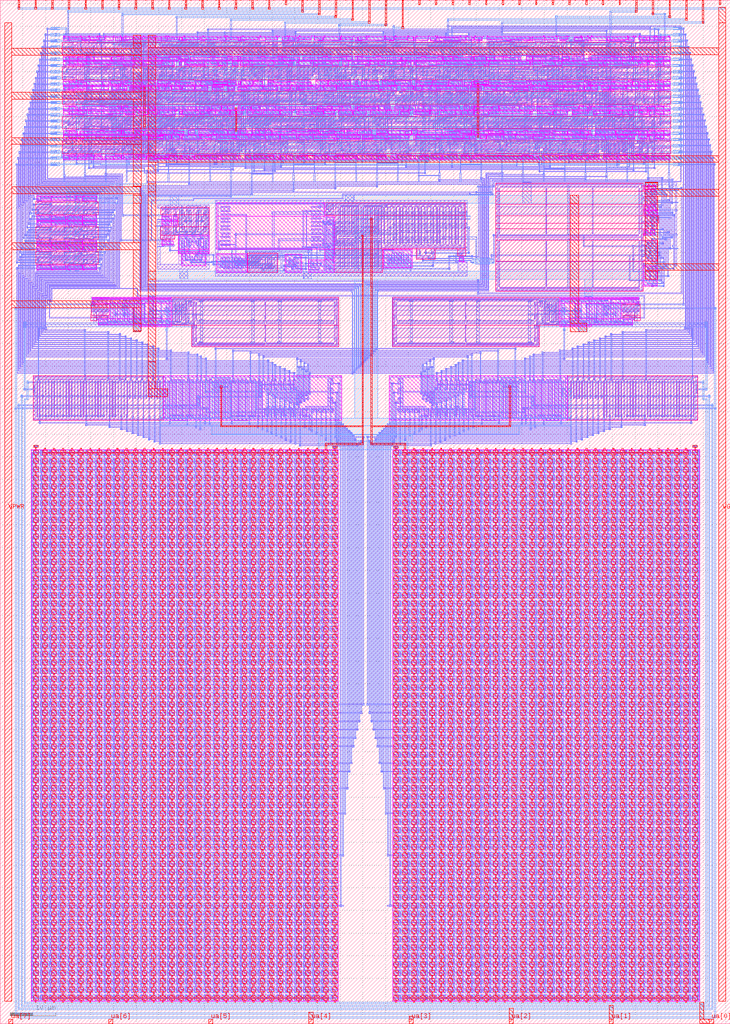
<source format=lef>
VERSION 5.7 ;
  NOWIREEXTENSIONATPIN ON ;
  DIVIDERCHAR "/" ;
  BUSBITCHARS "[]" ;
MACRO tt_um_rnunes2311_12bit_sar_adc
  CLASS BLOCK ;
  FOREIGN tt_um_rnunes2311_12bit_sar_adc ;
  ORIGIN 0.000 0.000 ;
  SIZE 161.000 BY 225.760 ;
  PIN clk
    DIRECTION INPUT ;
    USE SIGNAL ;
    ANTENNAGATEAREA 0.852000 ;
    PORT
      LAYER met4 ;
        RECT 154.870 224.760 155.170 225.760 ;
    END
  END clk
  PIN ena
    DIRECTION INPUT ;
    USE SIGNAL ;
    PORT
      LAYER met4 ;
        RECT 158.550 224.760 158.850 225.760 ;
    END
  END ena
  PIN rst_n
    DIRECTION INPUT ;
    USE SIGNAL ;
    ANTENNAGATEAREA 1.794000 ;
    PORT
      LAYER met4 ;
        RECT 151.190 224.760 151.490 225.760 ;
    END
  END rst_n
  PIN ua[0]
    DIRECTION INOUT ;
    USE SIGNAL ;
    ANTENNADIFFAREA 73.040001 ;
    PORT
      LAYER met4 ;
        RECT 156.410 0.000 157.310 1.000 ;
    END
  END ua[0]
  PIN ua[1]
    DIRECTION INOUT ;
    USE SIGNAL ;
    ANTENNADIFFAREA 88.159996 ;
    PORT
      LAYER met4 ;
        RECT 134.330 0.000 135.230 1.000 ;
    END
  END ua[1]
  PIN ua[2]
    DIRECTION INOUT ;
    USE SIGNAL ;
    ANTENNADIFFAREA 50.680000 ;
    PORT
      LAYER met4 ;
        RECT 112.250 0.000 113.150 1.000 ;
    END
  END ua[2]
  PIN ua[3]
    DIRECTION INOUT ;
    USE SIGNAL ;
    ANTENNADIFFAREA 11.360000 ;
    PORT
      LAYER met4 ;
        RECT 90.170 0.000 91.070 1.000 ;
    END
  END ua[3]
  PIN ua[4]
    DIRECTION INOUT ;
    USE SIGNAL ;
    ANTENNADIFFAREA 11.360000 ;
    PORT
      LAYER met4 ;
        RECT 68.090 0.000 68.990 1.000 ;
    END
  END ua[4]
  PIN ua[5]
    DIRECTION INOUT ;
    USE SIGNAL ;
    PORT
      LAYER met4 ;
        RECT 46.010 0.000 46.910 1.000 ;
    END
  END ua[5]
  PIN ua[6]
    DIRECTION INOUT ;
    USE SIGNAL ;
    PORT
      LAYER met4 ;
        RECT 23.930 0.000 24.830 1.000 ;
    END
  END ua[6]
  PIN ua[7]
    DIRECTION INOUT ;
    USE SIGNAL ;
    PORT
      LAYER met4 ;
        RECT 1.850 0.000 2.750 1.000 ;
    END
  END ua[7]
  PIN ui_in[0]
    DIRECTION INPUT ;
    USE SIGNAL ;
    ANTENNAGATEAREA 0.196500 ;
    PORT
      LAYER met4 ;
        RECT 147.510 224.760 147.810 225.760 ;
    END
  END ui_in[0]
  PIN ui_in[1]
    DIRECTION INPUT ;
    USE SIGNAL ;
    ANTENNAGATEAREA 0.196500 ;
    PORT
      LAYER met4 ;
        RECT 143.830 224.760 144.130 225.760 ;
    END
  END ui_in[1]
  PIN ui_in[2]
    DIRECTION INPUT ;
    USE SIGNAL ;
    ANTENNAGATEAREA 0.196500 ;
    PORT
      LAYER met4 ;
        RECT 140.150 224.760 140.450 225.760 ;
    END
  END ui_in[2]
  PIN ui_in[3]
    DIRECTION INPUT ;
    USE SIGNAL ;
    PORT
      LAYER met4 ;
        RECT 136.470 224.760 136.770 225.760 ;
    END
  END ui_in[3]
  PIN ui_in[4]
    DIRECTION INPUT ;
    USE SIGNAL ;
    PORT
      LAYER met4 ;
        RECT 132.790 224.760 133.090 225.760 ;
    END
  END ui_in[4]
  PIN ui_in[5]
    DIRECTION INPUT ;
    USE SIGNAL ;
    PORT
      LAYER met4 ;
        RECT 129.110 224.760 129.410 225.760 ;
    END
  END ui_in[5]
  PIN ui_in[6]
    DIRECTION INPUT ;
    USE SIGNAL ;
    PORT
      LAYER met4 ;
        RECT 125.430 224.760 125.730 225.760 ;
    END
  END ui_in[6]
  PIN ui_in[7]
    DIRECTION INPUT ;
    USE SIGNAL ;
    PORT
      LAYER met4 ;
        RECT 121.750 224.760 122.050 225.760 ;
    END
  END ui_in[7]
  PIN uio_in[0]
    DIRECTION INPUT ;
    USE SIGNAL ;
    PORT
      LAYER met4 ;
        RECT 118.070 224.760 118.370 225.760 ;
    END
  END uio_in[0]
  PIN uio_in[1]
    DIRECTION INPUT ;
    USE SIGNAL ;
    PORT
      LAYER met4 ;
        RECT 114.390 224.760 114.690 225.760 ;
    END
  END uio_in[1]
  PIN uio_in[2]
    DIRECTION INPUT ;
    USE SIGNAL ;
    PORT
      LAYER met4 ;
        RECT 110.710 224.760 111.010 225.760 ;
    END
  END uio_in[2]
  PIN uio_in[3]
    DIRECTION INPUT ;
    USE SIGNAL ;
    PORT
      LAYER met4 ;
        RECT 107.030 224.760 107.330 225.760 ;
    END
  END uio_in[3]
  PIN uio_in[4]
    DIRECTION INPUT ;
    USE SIGNAL ;
    PORT
      LAYER met4 ;
        RECT 103.350 224.760 103.650 225.760 ;
    END
  END uio_in[4]
  PIN uio_in[5]
    DIRECTION INPUT ;
    USE SIGNAL ;
    PORT
      LAYER met4 ;
        RECT 99.670 224.760 99.970 225.760 ;
    END
  END uio_in[5]
  PIN uio_in[6]
    DIRECTION INPUT ;
    USE SIGNAL ;
    PORT
      LAYER met4 ;
        RECT 95.990 224.760 96.290 225.760 ;
    END
  END uio_in[6]
  PIN uio_in[7]
    DIRECTION INPUT ;
    USE SIGNAL ;
    PORT
      LAYER met4 ;
        RECT 92.310 224.760 92.610 225.760 ;
    END
  END uio_in[7]
  PIN uio_oe[0]
    DIRECTION OUTPUT ;
    USE SIGNAL ;
    ANTENNAGATEAREA 63.217499 ;
    ANTENNADIFFAREA 426.674683 ;
    PORT
      LAYER met4 ;
        RECT 29.750 224.760 30.050 225.760 ;
    END
  END uio_oe[0]
  PIN uio_oe[1]
    DIRECTION OUTPUT ;
    USE SIGNAL ;
    ANTENNAGATEAREA 63.217499 ;
    ANTENNADIFFAREA 426.674683 ;
    PORT
      LAYER met4 ;
        RECT 26.070 224.760 26.370 225.760 ;
    END
  END uio_oe[1]
  PIN uio_oe[2]
    DIRECTION OUTPUT ;
    USE SIGNAL ;
    ANTENNAGATEAREA 63.217499 ;
    ANTENNADIFFAREA 426.674683 ;
    PORT
      LAYER met4 ;
        RECT 22.390 224.760 22.690 225.760 ;
    END
  END uio_oe[2]
  PIN uio_oe[3]
    DIRECTION OUTPUT ;
    USE SIGNAL ;
    ANTENNAGATEAREA 63.217499 ;
    ANTENNADIFFAREA 426.674683 ;
    PORT
      LAYER met4 ;
        RECT 18.710 224.760 19.010 225.760 ;
    END
  END uio_oe[3]
  PIN uio_oe[4]
    DIRECTION OUTPUT ;
    USE SIGNAL ;
    ANTENNAGATEAREA 63.217499 ;
    ANTENNADIFFAREA 426.674683 ;
    PORT
      LAYER met4 ;
        RECT 15.030 224.760 15.330 225.760 ;
    END
  END uio_oe[4]
  PIN uio_oe[5]
    DIRECTION OUTPUT ;
    USE SIGNAL ;
    ANTENNAGATEAREA 63.217499 ;
    ANTENNADIFFAREA 426.674683 ;
    PORT
      LAYER met4 ;
        RECT 11.350 224.760 11.650 225.760 ;
    END
  END uio_oe[5]
  PIN uio_oe[6]
    DIRECTION OUTPUT ;
    USE SIGNAL ;
    ANTENNAGATEAREA 63.217499 ;
    ANTENNADIFFAREA 426.674683 ;
    PORT
      LAYER met4 ;
        RECT 7.670 224.760 7.970 225.760 ;
    END
  END uio_oe[6]
  PIN uio_oe[7]
    DIRECTION OUTPUT ;
    USE SIGNAL ;
    ANTENNAGATEAREA 63.217499 ;
    ANTENNADIFFAREA 426.674683 ;
    PORT
      LAYER met4 ;
        RECT 3.990 224.760 4.290 225.760 ;
    END
  END uio_oe[7]
  PIN uio_out[0]
    DIRECTION OUTPUT ;
    USE SIGNAL ;
    ANTENNAGATEAREA 63.217499 ;
    ANTENNADIFFAREA 426.674683 ;
    PORT
      LAYER met4 ;
        RECT 59.190 224.760 59.490 225.760 ;
    END
  END uio_out[0]
  PIN uio_out[1]
    DIRECTION OUTPUT ;
    USE SIGNAL ;
    ANTENNAGATEAREA 63.217499 ;
    ANTENNADIFFAREA 426.674683 ;
    PORT
      LAYER met4 ;
        RECT 55.510 224.760 55.810 225.760 ;
    END
  END uio_out[1]
  PIN uio_out[2]
    DIRECTION OUTPUT ;
    USE SIGNAL ;
    ANTENNAGATEAREA 63.217499 ;
    ANTENNADIFFAREA 426.674683 ;
    PORT
      LAYER met4 ;
        RECT 51.830 224.760 52.130 225.760 ;
    END
  END uio_out[2]
  PIN uio_out[3]
    DIRECTION OUTPUT ;
    USE SIGNAL ;
    ANTENNAGATEAREA 63.217499 ;
    ANTENNADIFFAREA 426.674683 ;
    PORT
      LAYER met4 ;
        RECT 48.150 224.760 48.450 225.760 ;
    END
  END uio_out[3]
  PIN uio_out[4]
    DIRECTION OUTPUT ;
    USE SIGNAL ;
    ANTENNAGATEAREA 63.217499 ;
    ANTENNADIFFAREA 426.674683 ;
    PORT
      LAYER met4 ;
        RECT 44.470 224.760 44.770 225.760 ;
    END
  END uio_out[4]
  PIN uio_out[5]
    DIRECTION OUTPUT ;
    USE SIGNAL ;
    ANTENNAGATEAREA 63.217499 ;
    ANTENNADIFFAREA 426.674683 ;
    PORT
      LAYER met4 ;
        RECT 40.790 224.760 41.090 225.760 ;
    END
  END uio_out[5]
  PIN uio_out[6]
    DIRECTION OUTPUT ;
    USE SIGNAL ;
    ANTENNAGATEAREA 63.217499 ;
    ANTENNADIFFAREA 426.674683 ;
    PORT
      LAYER met4 ;
        RECT 37.110 224.760 37.410 225.760 ;
    END
  END uio_out[6]
  PIN uio_out[7]
    DIRECTION OUTPUT ;
    USE SIGNAL ;
    ANTENNAGATEAREA 63.217499 ;
    ANTENNADIFFAREA 426.674683 ;
    PORT
      LAYER met4 ;
        RECT 33.430 224.760 33.730 225.760 ;
    END
  END uio_out[7]
  PIN uo_out[0]
    DIRECTION OUTPUT ;
    USE SIGNAL ;
    ANTENNADIFFAREA 0.795200 ;
    PORT
      LAYER met4 ;
        RECT 88.630 224.760 88.930 225.760 ;
    END
  END uo_out[0]
  PIN uo_out[1]
    DIRECTION OUTPUT ;
    USE SIGNAL ;
    ANTENNADIFFAREA 0.795200 ;
    PORT
      LAYER met4 ;
        RECT 84.950 224.760 85.250 225.760 ;
    END
  END uo_out[1]
  PIN uo_out[2]
    DIRECTION OUTPUT ;
    USE SIGNAL ;
    ANTENNADIFFAREA 0.795200 ;
    PORT
      LAYER met4 ;
        RECT 81.270 224.760 81.570 225.760 ;
    END
  END uo_out[2]
  PIN uo_out[3]
    DIRECTION OUTPUT ;
    USE SIGNAL ;
    ANTENNADIFFAREA 0.795200 ;
    PORT
      LAYER met4 ;
        RECT 77.590 224.760 77.890 225.760 ;
    END
  END uo_out[3]
  PIN uo_out[4]
    DIRECTION OUTPUT ;
    USE SIGNAL ;
    ANTENNADIFFAREA 0.795200 ;
    PORT
      LAYER met4 ;
        RECT 73.910 224.760 74.210 225.760 ;
    END
  END uo_out[4]
  PIN uo_out[5]
    DIRECTION OUTPUT ;
    USE SIGNAL ;
    ANTENNADIFFAREA 0.795200 ;
    PORT
      LAYER met4 ;
        RECT 70.230 224.760 70.530 225.760 ;
    END
  END uo_out[5]
  PIN uo_out[6]
    DIRECTION OUTPUT ;
    USE SIGNAL ;
    ANTENNADIFFAREA 0.795200 ;
    PORT
      LAYER met4 ;
        RECT 66.550 224.760 66.850 225.760 ;
    END
  END uo_out[6]
  PIN uo_out[7]
    DIRECTION OUTPUT ;
    USE SIGNAL ;
    PORT
      LAYER met4 ;
        RECT 62.870 224.760 63.170 225.760 ;
    END
  END uo_out[7]
  PIN VPWR
    DIRECTION INOUT ;
    USE POWER ;
    PORT
      LAYER met4 ;
        RECT 1.000 5.000 2.500 220.760 ;
    END
  END VPWR
  PIN VGND
    DIRECTION INOUT ;
    USE GROUND ;
    PORT
      LAYER met4 ;
        RECT 158.500 5.000 160.000 220.760 ;
    END
  END VGND
  OBS
      LAYER pwell ;
        RECT 14.005 217.690 14.175 217.880 ;
        RECT 17.685 217.690 17.855 217.880 ;
        RECT 19.525 217.690 19.695 217.880 ;
        RECT 21.365 217.690 21.535 217.880 ;
        RECT 21.835 217.690 22.005 217.880 ;
        RECT 23.205 217.690 23.375 217.880 ;
        RECT 25.040 217.740 25.160 217.850 ;
        RECT 26.425 217.690 26.595 217.880 ;
        RECT 27.620 217.690 27.790 217.880 ;
        RECT 31.485 217.690 31.655 217.880 ;
        RECT 34.245 217.690 34.415 217.880 ;
        RECT 36.545 217.690 36.715 217.880 ;
        RECT 37.005 217.690 37.175 217.880 ;
        RECT 40.500 217.690 40.670 217.880 ;
        RECT 44.640 217.690 44.810 217.880 ;
        RECT 49.425 217.690 49.595 217.880 ;
        RECT 49.885 217.690 50.055 217.880 ;
        RECT 53.380 217.690 53.550 217.880 ;
        RECT 57.245 217.690 57.415 217.880 ;
        RECT 60.925 217.690 61.095 217.880 ;
        RECT 61.395 217.735 61.555 217.845 ;
        RECT 63.225 217.690 63.395 217.880 ;
        RECT 63.685 217.690 63.855 217.880 ;
        RECT 65.060 217.740 65.180 217.850 ;
        RECT 65.985 217.690 66.155 217.880 ;
        RECT 68.740 217.740 68.860 217.850 ;
        RECT 69.205 217.710 69.375 217.880 ;
        RECT 69.225 217.690 69.375 217.710 ;
        RECT 71.505 217.690 71.675 217.880 ;
        RECT 75.185 217.690 75.355 217.880 ;
        RECT 77.940 217.740 78.060 217.850 ;
        RECT 80.705 217.710 80.875 217.880 ;
        RECT 80.705 217.690 80.855 217.710 ;
        RECT 81.165 217.690 81.335 217.880 ;
        RECT 84.845 217.710 85.015 217.880 ;
        RECT 84.865 217.690 85.015 217.710 ;
        RECT 87.145 217.690 87.315 217.880 ;
        RECT 89.905 217.690 90.075 217.880 ;
        RECT 91.745 217.690 91.915 217.880 ;
        RECT 94.500 217.740 94.620 217.850 ;
        RECT 95.885 217.690 96.055 217.880 ;
        RECT 96.345 217.690 96.515 217.880 ;
        RECT 101.415 217.690 101.585 217.880 ;
        RECT 102.785 217.690 102.955 217.880 ;
        RECT 104.625 217.690 104.795 217.880 ;
        RECT 106.475 217.735 106.635 217.845 ;
        RECT 107.385 217.690 107.555 217.880 ;
        RECT 119.805 217.690 119.975 217.880 ;
        RECT 122.565 217.690 122.735 217.880 ;
        RECT 123.020 217.740 123.140 217.850 ;
        RECT 124.865 217.690 125.035 217.880 ;
        RECT 125.335 217.735 125.495 217.845 ;
        RECT 128.080 217.690 128.250 217.880 ;
        RECT 129.465 217.690 129.635 217.880 ;
        RECT 130.385 217.690 130.555 217.880 ;
        RECT 138.230 217.710 138.400 217.880 ;
        RECT 138.230 217.690 138.340 217.710 ;
        RECT 139.585 217.690 139.755 217.880 ;
        RECT 140.055 217.735 140.215 217.845 ;
        RECT 140.965 217.690 141.135 217.880 ;
        RECT 144.185 217.690 144.355 217.880 ;
        RECT 144.645 217.690 144.815 217.880 ;
        RECT 147.405 217.690 147.575 217.880 ;
        RECT 13.865 216.880 15.235 217.690 ;
        RECT 15.255 217.010 17.995 217.690 ;
        RECT 18.005 217.010 19.835 217.690 ;
        RECT 19.845 217.010 21.675 217.690 ;
        RECT 18.005 216.780 19.350 217.010 ;
        RECT 19.845 216.780 21.190 217.010 ;
        RECT 21.685 216.910 23.055 217.690 ;
        RECT 23.065 216.880 24.895 217.690 ;
        RECT 25.375 216.780 26.725 217.690 ;
        RECT 26.755 216.820 27.185 217.605 ;
        RECT 27.205 217.010 31.105 217.690 ;
        RECT 31.345 217.010 34.085 217.690 ;
        RECT 27.205 216.780 28.135 217.010 ;
        RECT 34.105 216.880 35.475 217.690 ;
        RECT 35.495 216.780 36.845 217.690 ;
        RECT 36.865 217.010 39.605 217.690 ;
        RECT 39.635 216.820 40.065 217.605 ;
        RECT 40.085 217.010 43.985 217.690 ;
        RECT 44.225 217.010 48.125 217.690 ;
        RECT 40.085 216.780 41.015 217.010 ;
        RECT 44.225 216.780 45.155 217.010 ;
        RECT 48.375 216.780 49.725 217.690 ;
        RECT 49.745 217.010 52.485 217.690 ;
        RECT 52.515 216.820 52.945 217.605 ;
        RECT 52.965 217.010 56.865 217.690 ;
        RECT 52.965 216.780 53.895 217.010 ;
        RECT 57.105 216.880 58.475 217.690 ;
        RECT 58.495 217.010 61.235 217.690 ;
        RECT 62.175 216.780 63.525 217.690 ;
        RECT 63.555 216.780 64.905 217.690 ;
        RECT 65.395 216.820 65.825 217.605 ;
        RECT 65.845 217.010 68.585 217.690 ;
        RECT 69.225 216.870 71.155 217.690 ;
        RECT 71.365 216.880 75.035 217.690 ;
        RECT 75.045 217.010 77.785 217.690 ;
        RECT 70.205 216.780 71.155 216.870 ;
        RECT 78.275 216.820 78.705 217.605 ;
        RECT 78.925 216.870 80.855 217.690 ;
        RECT 81.025 216.880 84.695 217.690 ;
        RECT 84.865 216.870 86.795 217.690 ;
        RECT 87.005 217.010 89.745 217.690 ;
        RECT 89.765 216.880 91.135 217.690 ;
        RECT 78.925 216.780 79.875 216.870 ;
        RECT 85.845 216.780 86.795 216.870 ;
        RECT 91.155 216.820 91.585 217.605 ;
        RECT 91.605 216.880 94.355 217.690 ;
        RECT 94.835 216.780 96.185 217.690 ;
        RECT 96.345 217.460 101.250 217.690 ;
        RECT 96.205 216.780 101.250 217.460 ;
        RECT 101.265 216.910 102.635 217.690 ;
        RECT 102.645 216.880 104.015 217.690 ;
        RECT 104.035 216.820 104.465 217.605 ;
        RECT 104.485 217.010 106.315 217.690 ;
        RECT 107.245 217.010 116.855 217.690 ;
        RECT 104.970 216.780 106.315 217.010 ;
        RECT 111.755 216.790 112.685 217.010 ;
        RECT 115.515 216.780 116.855 217.010 ;
        RECT 116.915 216.820 117.345 217.605 ;
        RECT 117.375 217.010 120.115 217.690 ;
        RECT 120.135 217.010 122.875 217.690 ;
        RECT 123.345 217.010 125.175 217.690 ;
        RECT 126.560 217.460 128.250 217.690 ;
        RECT 123.345 216.780 124.690 217.010 ;
        RECT 126.560 216.780 128.395 217.460 ;
        RECT 128.405 216.910 129.775 217.690 ;
        RECT 129.795 216.820 130.225 217.605 ;
        RECT 130.245 216.880 133.915 217.690 ;
        RECT 133.925 217.010 138.340 217.690 ;
        RECT 133.925 216.780 137.855 217.010 ;
        RECT 138.525 216.910 139.895 217.690 ;
        RECT 140.825 217.010 142.655 217.690 ;
        RECT 141.310 216.780 142.655 217.010 ;
        RECT 142.675 216.820 143.105 217.605 ;
        RECT 143.125 216.910 144.495 217.690 ;
        RECT 144.505 217.010 146.335 217.690 ;
        RECT 144.990 216.780 146.335 217.010 ;
        RECT 146.345 216.880 147.715 217.690 ;
      LAYER nwell ;
        RECT 13.670 213.660 147.910 216.490 ;
      LAYER pwell ;
        RECT 13.865 212.460 15.235 213.270 ;
        RECT 15.245 213.140 16.590 213.370 ;
        RECT 17.085 213.140 18.430 213.370 ;
        RECT 18.925 213.140 20.270 213.370 ;
        RECT 25.585 213.280 26.535 213.370 ;
        RECT 15.245 212.460 17.075 213.140 ;
        RECT 17.085 212.460 18.915 213.140 ;
        RECT 18.925 212.460 20.755 213.140 ;
        RECT 20.765 212.460 24.435 213.270 ;
        RECT 24.605 212.460 26.535 213.280 ;
        RECT 26.755 212.545 27.185 213.330 ;
        RECT 27.205 212.460 29.035 213.270 ;
        RECT 33.555 213.140 34.485 213.360 ;
        RECT 37.205 213.140 39.415 213.370 ;
        RECT 29.045 212.460 39.415 213.140 ;
        RECT 39.625 212.690 41.460 213.370 ;
        RECT 46.435 213.140 47.365 213.360 ;
        RECT 50.195 213.140 51.115 213.370 ;
        RECT 39.770 212.460 41.460 212.690 ;
        RECT 41.925 212.460 51.115 213.140 ;
        RECT 51.125 212.460 52.495 213.270 ;
        RECT 52.515 212.545 52.945 213.330 ;
        RECT 57.475 213.140 58.405 213.360 ;
        RECT 61.235 213.140 62.155 213.370 ;
        RECT 52.965 212.460 62.155 213.140 ;
        RECT 62.165 213.140 63.095 213.370 ;
        RECT 71.275 213.140 72.205 213.360 ;
        RECT 75.035 213.140 76.375 213.370 ;
        RECT 62.165 212.460 66.065 213.140 ;
        RECT 66.765 212.460 76.375 213.140 ;
        RECT 76.435 212.460 77.785 213.370 ;
        RECT 78.275 212.545 78.705 213.330 ;
        RECT 78.765 213.140 80.105 213.370 ;
        RECT 82.935 213.140 83.865 213.360 ;
        RECT 92.895 213.140 93.825 213.360 ;
        RECT 96.655 213.140 97.575 213.370 ;
        RECT 98.725 213.280 99.675 213.370 ;
        RECT 78.765 212.460 88.375 213.140 ;
        RECT 88.385 212.460 97.575 213.140 ;
        RECT 97.745 212.460 99.675 213.280 ;
        RECT 99.885 213.140 100.815 213.370 ;
        RECT 99.885 212.460 103.785 213.140 ;
        RECT 104.035 212.545 104.465 213.330 ;
        RECT 104.495 212.460 107.225 213.370 ;
        RECT 107.245 212.460 109.075 213.140 ;
        RECT 109.085 212.460 110.915 213.270 ;
        RECT 110.925 213.140 111.855 213.370 ;
        RECT 110.925 212.460 114.825 213.140 ;
        RECT 115.995 212.460 117.345 213.370 ;
        RECT 117.495 212.460 123.335 213.370 ;
        RECT 123.800 212.690 125.635 213.370 ;
        RECT 123.800 212.460 125.490 212.690 ;
        RECT 126.115 212.460 128.845 213.370 ;
        RECT 129.795 212.545 130.225 213.330 ;
        RECT 134.755 213.140 135.685 213.360 ;
        RECT 138.515 213.140 139.435 213.370 ;
        RECT 130.245 212.460 139.435 213.140 ;
        RECT 139.445 213.140 140.790 213.370 ;
        RECT 139.445 212.460 141.275 213.140 ;
        RECT 141.285 212.460 142.655 213.240 ;
        RECT 143.150 213.140 144.495 213.370 ;
        RECT 144.990 213.140 146.335 213.370 ;
        RECT 142.665 212.460 144.495 213.140 ;
        RECT 144.505 212.460 146.335 213.140 ;
        RECT 146.345 212.460 147.715 213.270 ;
        RECT 14.005 212.250 14.175 212.460 ;
        RECT 16.765 212.250 16.935 212.460 ;
        RECT 18.605 212.250 18.775 212.460 ;
        RECT 19.065 212.250 19.235 212.440 ;
        RECT 20.445 212.270 20.615 212.460 ;
        RECT 20.905 212.270 21.075 212.460 ;
        RECT 24.605 212.440 24.755 212.460 ;
        RECT 24.585 212.270 24.755 212.440 ;
        RECT 27.345 212.270 27.515 212.460 ;
        RECT 29.185 212.270 29.355 212.460 ;
        RECT 29.645 212.250 29.815 212.440 ;
        RECT 31.760 212.250 31.930 212.440 ;
        RECT 35.630 212.250 35.800 212.440 ;
        RECT 38.855 212.295 39.015 212.405 ;
        RECT 39.770 212.270 39.940 212.460 ;
        RECT 40.220 212.300 40.340 212.410 ;
        RECT 40.660 212.270 40.830 212.440 ;
        RECT 42.065 212.270 42.235 212.460 ;
        RECT 40.720 212.250 40.830 212.270 ;
        RECT 47.585 212.250 47.755 212.440 ;
        RECT 49.885 212.270 50.055 212.440 ;
        RECT 50.355 212.295 50.515 212.405 ;
        RECT 51.265 212.270 51.435 212.460 ;
        RECT 49.885 212.250 50.035 212.270 ;
        RECT 52.190 212.250 52.360 212.440 ;
        RECT 52.640 212.300 52.760 212.410 ;
        RECT 53.105 212.270 53.275 212.460 ;
        RECT 54.485 212.250 54.655 212.440 ;
        RECT 55.220 212.250 55.390 212.440 ;
        RECT 60.005 212.250 60.175 212.440 ;
        RECT 62.580 212.270 62.750 212.460 ;
        RECT 63.870 212.250 64.040 212.440 ;
        RECT 64.615 212.295 64.775 212.405 ;
        RECT 65.985 212.250 66.155 212.440 ;
        RECT 66.440 212.300 66.560 212.410 ;
        RECT 66.905 212.270 67.075 212.460 ;
        RECT 76.565 212.440 76.735 212.460 ;
        RECT 68.740 212.300 68.860 212.410 ;
        RECT 69.480 212.250 69.650 212.440 ;
        RECT 74.270 212.250 74.440 212.440 ;
        RECT 74.735 212.295 74.895 212.405 ;
        RECT 76.565 212.270 76.740 212.440 ;
        RECT 77.020 212.300 77.140 212.410 ;
        RECT 77.940 212.300 78.060 212.410 ;
        RECT 76.570 212.250 76.740 212.270 ;
        RECT 80.890 212.250 81.060 212.440 ;
        RECT 81.625 212.250 81.795 212.440 ;
        RECT 84.385 212.250 84.555 212.440 ;
        RECT 84.840 212.300 84.960 212.410 ;
        RECT 88.065 212.270 88.235 212.460 ;
        RECT 88.525 212.270 88.695 212.460 ;
        RECT 97.745 212.440 97.895 212.460 ;
        RECT 88.710 212.250 88.880 212.440 ;
        RECT 89.440 212.250 89.610 212.440 ;
        RECT 90.820 212.300 90.940 212.410 ;
        RECT 91.745 212.250 91.915 212.440 ;
        RECT 97.725 212.250 97.895 212.440 ;
        RECT 98.180 212.300 98.300 212.410 ;
        RECT 98.645 212.250 98.815 212.440 ;
        RECT 100.300 212.270 100.470 212.460 ;
        RECT 104.625 212.270 104.795 212.460 ;
        RECT 107.845 212.250 108.015 212.440 ;
        RECT 108.765 212.270 108.935 212.460 ;
        RECT 109.225 212.270 109.395 212.460 ;
        RECT 111.340 212.270 111.510 212.460 ;
        RECT 115.215 212.305 115.375 212.415 ;
        RECT 116.125 212.270 116.295 212.460 ;
        RECT 118.885 212.250 119.055 212.440 ;
        RECT 122.100 212.250 122.270 212.440 ;
        RECT 123.025 212.270 123.195 212.460 ;
        RECT 123.485 212.250 123.655 212.440 ;
        RECT 123.945 212.250 124.115 212.440 ;
        RECT 125.320 212.270 125.490 212.460 ;
        RECT 125.780 212.300 125.900 212.410 ;
        RECT 126.245 212.270 126.415 212.460 ;
        RECT 129.015 212.305 129.175 212.415 ;
        RECT 130.385 212.270 130.555 212.460 ;
        RECT 133.420 212.250 133.590 212.440 ;
        RECT 137.285 212.250 137.455 212.440 ;
        RECT 140.965 212.250 141.135 212.460 ;
        RECT 142.335 212.270 142.505 212.460 ;
        RECT 142.805 212.270 142.975 212.460 ;
        RECT 143.265 212.250 143.435 212.440 ;
        RECT 144.645 212.250 144.815 212.460 ;
        RECT 147.405 212.250 147.575 212.460 ;
        RECT 13.865 211.440 15.235 212.250 ;
        RECT 15.245 211.570 17.075 212.250 ;
        RECT 17.085 211.570 18.915 212.250 ;
        RECT 18.925 211.570 29.295 212.250 ;
        RECT 15.245 211.340 16.590 211.570 ;
        RECT 17.085 211.340 18.430 211.570 ;
        RECT 23.435 211.350 24.365 211.570 ;
        RECT 27.085 211.340 29.295 211.570 ;
        RECT 29.505 211.440 31.335 212.250 ;
        RECT 31.345 211.570 35.245 212.250 ;
        RECT 31.345 211.340 32.275 211.570 ;
        RECT 35.485 211.340 38.405 212.250 ;
        RECT 39.635 211.380 40.065 212.165 ;
        RECT 40.720 211.570 45.135 212.250 ;
        RECT 45.155 211.570 47.895 212.250 ;
        RECT 41.205 211.340 45.135 211.570 ;
        RECT 48.105 211.430 50.035 212.250 ;
        RECT 48.105 211.340 49.055 211.430 ;
        RECT 51.125 211.340 52.475 212.250 ;
        RECT 52.965 211.570 54.795 212.250 ;
        RECT 54.805 211.570 58.705 212.250 ;
        RECT 52.965 211.340 54.310 211.570 ;
        RECT 54.805 211.340 55.735 211.570 ;
        RECT 58.955 211.340 60.305 212.250 ;
        RECT 60.555 211.570 64.455 212.250 ;
        RECT 63.525 211.340 64.455 211.570 ;
        RECT 65.395 211.380 65.825 212.165 ;
        RECT 65.845 211.440 68.595 212.250 ;
        RECT 69.065 211.570 72.965 212.250 ;
        RECT 69.065 211.340 69.995 211.570 ;
        RECT 73.205 211.340 74.555 212.250 ;
        RECT 75.505 211.340 76.855 212.250 ;
        RECT 77.575 211.570 81.475 212.250 ;
        RECT 81.485 211.570 83.315 212.250 ;
        RECT 80.545 211.340 81.475 211.570 ;
        RECT 83.335 211.340 84.685 212.250 ;
        RECT 85.395 211.570 89.295 212.250 ;
        RECT 88.365 211.340 89.295 211.570 ;
        RECT 89.325 211.340 90.675 212.250 ;
        RECT 91.155 211.380 91.585 212.165 ;
        RECT 91.605 211.340 96.155 212.250 ;
        RECT 96.205 211.570 98.035 212.250 ;
        RECT 98.505 211.570 107.695 212.250 ;
        RECT 107.705 211.570 116.810 212.250 ;
        RECT 103.015 211.350 103.945 211.570 ;
        RECT 106.775 211.340 107.695 211.570 ;
        RECT 116.915 211.380 117.345 212.165 ;
        RECT 117.365 211.570 119.195 212.250 ;
        RECT 119.495 211.340 122.415 212.250 ;
        RECT 122.435 211.340 123.785 212.250 ;
        RECT 123.805 211.570 132.995 212.250 ;
        RECT 128.315 211.350 129.245 211.570 ;
        RECT 132.075 211.340 132.995 211.570 ;
        RECT 133.005 211.570 136.905 212.250 ;
        RECT 133.005 211.340 133.935 211.570 ;
        RECT 137.145 211.440 140.815 212.250 ;
        RECT 140.825 211.570 142.655 212.250 ;
        RECT 141.310 211.340 142.655 211.570 ;
        RECT 142.675 211.380 143.105 212.165 ;
        RECT 143.125 211.440 144.495 212.250 ;
        RECT 144.505 211.570 146.335 212.250 ;
        RECT 144.990 211.340 146.335 211.570 ;
        RECT 146.345 211.440 147.715 212.250 ;
      LAYER nwell ;
        RECT 13.670 208.220 147.910 211.050 ;
      LAYER pwell ;
        RECT 13.865 207.020 15.235 207.830 ;
        RECT 15.245 207.700 16.590 207.930 ;
        RECT 17.085 207.700 18.430 207.930 ;
        RECT 15.245 207.020 17.075 207.700 ;
        RECT 17.085 207.020 18.915 207.700 ;
        RECT 18.925 207.020 22.595 207.830 ;
        RECT 22.605 207.020 23.975 207.830 ;
        RECT 24.215 207.250 26.605 207.930 ;
        RECT 24.215 207.020 26.595 207.250 ;
        RECT 26.755 207.105 27.185 207.890 ;
        RECT 27.205 207.700 28.135 207.930 ;
        RECT 27.205 207.020 31.105 207.700 ;
        RECT 31.345 207.020 34.265 207.930 ;
        RECT 34.695 207.250 37.085 207.930 ;
        RECT 34.705 207.020 37.085 207.250 ;
        RECT 37.345 207.020 38.695 207.930 ;
        RECT 38.705 207.700 39.635 207.930 ;
        RECT 38.705 207.020 42.605 207.700 ;
        RECT 42.855 207.020 44.205 207.930 ;
        RECT 44.235 207.020 46.965 207.930 ;
        RECT 46.985 207.730 47.930 207.930 ;
        RECT 49.265 207.730 50.195 207.930 ;
        RECT 46.985 207.250 50.195 207.730 ;
        RECT 50.690 207.700 52.035 207.930 ;
        RECT 46.985 207.050 50.055 207.250 ;
        RECT 46.985 207.020 47.930 207.050 ;
        RECT 14.005 206.810 14.175 207.020 ;
        RECT 16.765 206.810 16.935 207.020 ;
        RECT 18.605 206.810 18.775 207.020 ;
        RECT 19.065 206.830 19.235 207.020 ;
        RECT 19.985 206.810 20.155 207.000 ;
        RECT 20.445 206.810 20.615 207.000 ;
        RECT 22.745 206.830 22.915 207.020 ;
        RECT 24.120 206.860 24.240 206.970 ;
        RECT 25.500 206.810 25.670 207.000 ;
        RECT 25.965 206.830 26.135 207.000 ;
        RECT 26.425 206.830 26.595 207.020 ;
        RECT 27.620 206.830 27.790 207.020 ;
        RECT 28.260 206.860 28.380 206.970 ;
        RECT 25.985 206.810 26.135 206.830 ;
        RECT 13.865 206.000 15.235 206.810 ;
        RECT 15.245 206.130 17.075 206.810 ;
        RECT 17.085 206.130 18.915 206.810 ;
        RECT 15.245 205.900 16.590 206.130 ;
        RECT 17.085 205.900 18.430 206.130 ;
        RECT 18.925 206.030 20.295 206.810 ;
        RECT 20.305 206.000 23.975 206.810 ;
        RECT 24.465 205.900 25.815 206.810 ;
        RECT 25.985 205.990 27.915 206.810 ;
        RECT 28.725 206.780 28.895 207.000 ;
        RECT 31.490 206.830 31.660 207.020 ;
        RECT 32.870 206.810 33.040 207.000 ;
        RECT 33.325 206.810 33.495 207.000 ;
        RECT 34.705 206.830 34.875 207.020 ;
        RECT 36.090 206.810 36.260 207.000 ;
        RECT 36.545 206.810 36.715 207.000 ;
        RECT 37.460 206.830 37.630 207.020 ;
        RECT 39.120 206.830 39.290 207.020 ;
        RECT 42.985 207.000 43.155 207.020 ;
        RECT 39.305 206.810 39.475 207.000 ;
        RECT 42.525 206.810 42.695 207.000 ;
        RECT 42.985 206.830 43.160 207.000 ;
        RECT 44.365 206.830 44.535 207.020 ;
        RECT 46.200 206.860 46.320 206.970 ;
        RECT 42.990 206.810 43.160 206.830 ;
        RECT 48.965 206.810 49.135 207.000 ;
        RECT 49.435 206.855 49.595 206.965 ;
        RECT 49.885 206.830 50.055 207.050 ;
        RECT 50.205 207.020 52.035 207.700 ;
        RECT 52.515 207.105 52.945 207.890 ;
        RECT 52.995 207.020 55.715 207.930 ;
        RECT 55.925 207.840 56.875 207.930 ;
        RECT 55.925 207.020 57.855 207.840 ;
        RECT 58.985 207.700 60.325 207.930 ;
        RECT 63.155 207.700 64.085 207.920 ;
        RECT 58.985 207.020 68.595 207.700 ;
        RECT 69.555 207.020 72.275 207.930 ;
        RECT 72.285 207.020 75.205 207.930 ;
        RECT 75.505 207.020 77.335 207.930 ;
        RECT 78.275 207.105 78.705 207.890 ;
        RECT 79.645 207.020 83.315 207.930 ;
        RECT 84.275 207.020 86.995 207.930 ;
        RECT 87.005 207.020 90.675 207.930 ;
        RECT 91.605 207.700 92.535 207.930 ;
        RECT 95.285 207.700 96.215 207.930 ;
        RECT 91.605 207.020 95.275 207.700 ;
        RECT 95.285 207.020 98.955 207.700 ;
        RECT 98.965 207.020 101.885 207.930 ;
        RECT 102.185 207.020 104.015 207.700 ;
        RECT 104.035 207.105 104.465 207.890 ;
        RECT 104.485 207.730 105.415 207.930 ;
        RECT 106.750 207.730 107.695 207.930 ;
        RECT 104.485 207.250 107.695 207.730 ;
        RECT 112.215 207.700 113.145 207.920 ;
        RECT 115.975 207.700 116.895 207.930 ;
        RECT 104.625 207.050 107.695 207.250 ;
        RECT 50.345 207.000 50.515 207.020 ;
        RECT 50.340 206.830 50.515 207.000 ;
        RECT 51.720 206.860 51.840 206.970 ;
        RECT 52.180 206.860 52.300 206.970 ;
        RECT 50.340 206.810 50.510 206.830 ;
        RECT 54.020 206.810 54.190 207.000 ;
        RECT 54.490 206.810 54.660 207.000 ;
        RECT 55.405 206.830 55.575 207.020 ;
        RECT 57.705 207.000 57.855 207.020 ;
        RECT 57.705 206.830 57.875 207.000 ;
        RECT 58.175 206.865 58.335 206.975 ;
        RECT 60.925 206.810 61.095 207.000 ;
        RECT 61.380 206.860 61.500 206.970 ;
        RECT 61.845 206.830 62.015 207.000 ;
        RECT 61.865 206.810 62.015 206.830 ;
        RECT 64.140 206.810 64.310 207.000 ;
        RECT 66.260 206.810 66.430 207.000 ;
        RECT 68.285 206.830 68.455 207.020 ;
        RECT 68.755 206.865 68.915 206.975 ;
        RECT 71.050 206.810 71.220 207.000 ;
        RECT 71.965 206.830 72.135 207.020 ;
        RECT 72.430 206.830 72.600 207.020 ;
        RECT 73.805 206.810 73.975 207.000 ;
        RECT 75.650 206.830 75.820 207.020 ;
        RECT 77.495 206.865 77.655 206.975 ;
        RECT 78.875 206.865 79.035 206.975 ;
        RECT 79.790 206.830 79.960 207.020 ;
        RECT 83.005 206.810 83.175 207.000 ;
        RECT 83.475 206.865 83.635 206.975 ;
        RECT 85.765 206.810 85.935 207.000 ;
        RECT 86.220 206.810 86.390 207.000 ;
        RECT 86.685 206.830 86.855 207.020 ;
        RECT 87.150 206.830 87.320 207.020 ;
        RECT 87.615 206.855 87.775 206.965 ;
        RECT 90.825 206.810 90.995 207.000 ;
        RECT 92.665 206.810 92.835 207.000 ;
        RECT 93.125 206.810 93.295 207.000 ;
        RECT 94.965 206.830 95.135 207.020 ;
        RECT 95.890 206.810 96.060 207.000 ;
        RECT 96.620 206.810 96.790 207.000 ;
        RECT 98.645 206.830 98.815 207.020 ;
        RECT 99.110 206.830 99.280 207.020 ;
        RECT 100.490 206.810 100.660 207.000 ;
        RECT 102.325 206.830 102.495 207.020 ;
        RECT 103.705 206.810 103.875 207.000 ;
        RECT 104.625 206.830 104.795 207.050 ;
        RECT 106.750 207.020 107.695 207.050 ;
        RECT 107.705 207.020 116.895 207.700 ;
        RECT 117.100 207.020 120.575 207.930 ;
        RECT 125.095 207.700 126.025 207.920 ;
        RECT 128.855 207.700 129.775 207.930 ;
        RECT 120.585 207.020 129.775 207.700 ;
        RECT 129.795 207.105 130.225 207.890 ;
        RECT 134.755 207.700 135.685 207.920 ;
        RECT 138.515 207.700 139.435 207.930 ;
        RECT 130.245 207.020 139.435 207.700 ;
        RECT 139.445 207.020 140.815 207.830 ;
        RECT 141.310 207.700 142.655 207.930 ;
        RECT 143.150 207.700 144.495 207.930 ;
        RECT 144.990 207.700 146.335 207.930 ;
        RECT 140.825 207.020 142.655 207.700 ;
        RECT 142.665 207.020 144.495 207.700 ;
        RECT 144.505 207.020 146.335 207.700 ;
        RECT 146.345 207.020 147.715 207.830 ;
        RECT 106.460 206.860 106.580 206.970 ;
        RECT 106.925 206.810 107.095 207.000 ;
        RECT 107.845 206.830 108.015 207.020 ;
        RECT 109.690 206.810 109.860 207.000 ;
        RECT 30.850 206.780 31.795 206.810 ;
        RECT 28.725 206.580 31.795 206.780 ;
        RECT 26.965 205.900 27.915 205.990 ;
        RECT 28.585 206.100 31.795 206.580 ;
        RECT 28.585 205.900 29.515 206.100 ;
        RECT 30.850 205.900 31.795 206.100 ;
        RECT 31.805 205.900 33.155 206.810 ;
        RECT 33.185 206.000 35.015 206.810 ;
        RECT 35.025 205.900 36.375 206.810 ;
        RECT 36.415 205.900 37.765 206.810 ;
        RECT 37.785 206.130 39.615 206.810 ;
        RECT 39.635 205.940 40.065 206.725 ;
        RECT 40.115 205.900 42.835 206.810 ;
        RECT 42.845 205.900 45.765 206.810 ;
        RECT 46.755 206.580 49.135 206.810 ;
        RECT 46.755 205.900 49.145 206.580 ;
        RECT 50.225 205.900 51.575 206.810 ;
        RECT 52.500 206.580 54.190 206.810 ;
        RECT 52.500 205.900 54.335 206.580 ;
        RECT 54.345 205.900 58.000 206.810 ;
        RECT 58.025 205.900 61.235 206.810 ;
        RECT 61.865 205.990 63.795 206.810 ;
        RECT 62.845 205.900 63.795 205.990 ;
        RECT 64.025 205.900 65.375 206.810 ;
        RECT 65.395 205.940 65.825 206.725 ;
        RECT 65.845 206.130 69.745 206.810 ;
        RECT 65.845 205.900 66.775 206.130 ;
        RECT 69.985 205.900 71.335 206.810 ;
        RECT 71.395 205.900 74.115 206.810 ;
        RECT 74.210 206.130 83.315 206.810 ;
        RECT 83.325 206.130 86.075 206.810 ;
        RECT 83.325 205.900 84.255 206.130 ;
        RECT 86.105 205.900 87.455 206.810 ;
        RECT 88.385 206.130 91.135 206.810 ;
        RECT 88.385 205.900 89.315 206.130 ;
        RECT 91.155 205.940 91.585 206.725 ;
        RECT 91.615 205.900 92.965 206.810 ;
        RECT 92.985 206.000 94.815 206.810 ;
        RECT 94.825 205.900 96.175 206.810 ;
        RECT 96.205 206.130 100.105 206.810 ;
        RECT 96.205 205.900 97.135 206.130 ;
        RECT 100.345 205.900 103.265 206.810 ;
        RECT 103.705 206.580 106.085 206.810 ;
        RECT 103.695 205.900 106.085 206.580 ;
        RECT 106.785 206.130 109.535 206.810 ;
        RECT 108.605 205.900 109.535 206.130 ;
        RECT 109.545 205.900 113.215 206.810 ;
        RECT 113.225 206.780 114.170 206.810 ;
        RECT 116.125 206.780 116.295 207.000 ;
        RECT 116.580 206.860 116.700 206.970 ;
        RECT 117.510 206.780 117.680 207.000 ;
        RECT 120.260 206.830 120.430 207.020 ;
        RECT 120.725 206.830 120.895 207.020 ;
        RECT 120.085 206.780 121.035 206.810 ;
        RECT 113.225 206.580 116.295 206.780 ;
        RECT 113.225 206.100 116.435 206.580 ;
        RECT 113.225 205.900 114.170 206.100 ;
        RECT 115.505 205.900 116.435 206.100 ;
        RECT 116.915 205.940 117.345 206.725 ;
        RECT 117.365 206.100 121.035 206.780 ;
        RECT 120.085 205.900 121.035 206.100 ;
        RECT 121.045 206.780 121.990 206.810 ;
        RECT 123.945 206.780 124.115 207.000 ;
        RECT 121.045 206.580 124.115 206.780 ;
        RECT 124.410 206.810 124.580 207.000 ;
        RECT 127.625 206.810 127.795 207.000 ;
        RECT 129.920 206.810 130.090 207.000 ;
        RECT 130.385 206.830 130.555 207.020 ;
        RECT 131.300 206.810 131.470 207.000 ;
        RECT 131.775 206.855 131.935 206.965 ;
        RECT 132.685 206.810 132.855 207.000 ;
        RECT 137.745 206.810 137.915 207.000 ;
        RECT 138.205 206.810 138.375 207.000 ;
        RECT 139.585 206.830 139.755 207.020 ;
        RECT 140.965 206.810 141.135 207.020 ;
        RECT 142.805 206.830 142.975 207.020 ;
        RECT 143.265 206.810 143.435 207.000 ;
        RECT 144.645 206.810 144.815 207.020 ;
        RECT 147.405 206.810 147.575 207.020 ;
        RECT 124.410 206.580 127.465 206.810 ;
        RECT 121.045 206.100 124.255 206.580 ;
        RECT 121.045 205.900 121.990 206.100 ;
        RECT 123.325 205.900 124.255 206.100 ;
        RECT 124.265 205.900 127.465 206.580 ;
        RECT 127.495 205.900 128.845 206.810 ;
        RECT 128.885 205.900 130.235 206.810 ;
        RECT 130.265 205.900 131.615 206.810 ;
        RECT 132.545 206.130 134.375 206.810 ;
        RECT 133.030 205.900 134.375 206.130 ;
        RECT 134.480 206.130 137.945 206.810 ;
        RECT 134.480 205.900 135.400 206.130 ;
        RECT 138.065 206.000 140.815 206.810 ;
        RECT 140.825 206.130 142.655 206.810 ;
        RECT 141.310 205.900 142.655 206.130 ;
        RECT 142.675 205.940 143.105 206.725 ;
        RECT 143.125 206.000 144.495 206.810 ;
        RECT 144.505 206.130 146.335 206.810 ;
        RECT 144.990 205.900 146.335 206.130 ;
        RECT 146.345 206.000 147.715 206.810 ;
      LAYER nwell ;
        RECT 13.670 202.780 147.910 205.610 ;
      LAYER pwell ;
        RECT 13.865 201.580 15.235 202.390 ;
        RECT 15.245 202.260 16.590 202.490 ;
        RECT 22.055 202.260 22.985 202.480 ;
        RECT 25.815 202.260 26.735 202.490 ;
        RECT 15.245 201.580 17.075 202.260 ;
        RECT 17.545 201.580 26.735 202.260 ;
        RECT 26.755 201.665 27.185 202.450 ;
        RECT 27.205 202.260 28.135 202.490 ;
        RECT 27.205 201.580 31.105 202.260 ;
        RECT 31.375 201.580 34.095 202.490 ;
        RECT 34.190 201.580 43.295 202.260 ;
        RECT 43.315 201.580 46.055 202.260 ;
        RECT 46.525 201.580 48.715 202.490 ;
        RECT 48.835 201.580 50.185 202.490 ;
        RECT 50.205 201.580 51.555 202.490 ;
        RECT 52.515 201.665 52.945 202.450 ;
        RECT 53.425 201.580 55.255 202.260 ;
        RECT 55.325 201.580 57.095 202.490 ;
        RECT 57.300 201.580 60.775 202.490 ;
        RECT 69.985 202.290 70.930 202.490 ;
        RECT 72.265 202.290 73.195 202.490 ;
        RECT 74.540 202.290 75.495 202.490 ;
        RECT 60.785 201.580 69.890 202.260 ;
        RECT 69.985 201.810 73.195 202.290 ;
        RECT 69.985 201.610 73.055 201.810 ;
        RECT 73.215 201.610 75.495 202.290 ;
        RECT 69.985 201.580 70.930 201.610 ;
        RECT 14.005 201.370 14.175 201.580 ;
        RECT 16.765 201.370 16.935 201.580 ;
        RECT 17.220 201.420 17.340 201.530 ;
        RECT 17.685 201.390 17.855 201.580 ;
        RECT 18.605 201.370 18.775 201.560 ;
        RECT 19.060 201.420 19.180 201.530 ;
        RECT 19.525 201.370 19.695 201.560 ;
        RECT 27.620 201.390 27.790 201.580 ;
        RECT 30.100 201.420 30.220 201.530 ;
        RECT 30.565 201.390 30.735 201.560 ;
        RECT 32.865 201.390 33.035 201.560 ;
        RECT 33.785 201.390 33.955 201.580 ;
        RECT 30.585 201.370 30.735 201.390 ;
        RECT 32.870 201.370 33.035 201.390 ;
        RECT 38.380 201.370 38.550 201.560 ;
        RECT 38.855 201.415 39.015 201.525 ;
        RECT 42.985 201.390 43.155 201.580 ;
        RECT 43.440 201.370 43.610 201.560 ;
        RECT 45.745 201.390 45.915 201.580 ;
        RECT 46.210 201.530 46.380 201.560 ;
        RECT 46.200 201.420 46.380 201.530 ;
        RECT 45.745 201.370 45.910 201.390 ;
        RECT 46.210 201.370 46.380 201.420 ;
        RECT 46.670 201.390 46.840 201.580 ;
        RECT 47.575 201.370 47.745 201.560 ;
        RECT 49.885 201.390 50.055 201.580 ;
        RECT 50.350 201.390 50.520 201.580 ;
        RECT 50.805 201.370 50.975 201.560 ;
        RECT 51.735 201.425 51.895 201.535 ;
        RECT 52.185 201.370 52.355 201.560 ;
        RECT 53.100 201.420 53.220 201.530 ;
        RECT 53.565 201.390 53.735 201.580 ;
        RECT 55.400 201.370 55.570 201.560 ;
        RECT 55.865 201.390 56.035 201.560 ;
        RECT 56.780 201.390 56.950 201.580 ;
        RECT 55.870 201.370 56.035 201.390 ;
        RECT 58.170 201.370 58.340 201.560 ;
        RECT 60.460 201.390 60.630 201.580 ;
        RECT 60.925 201.390 61.095 201.580 ;
        RECT 61.845 201.370 62.015 201.560 ;
        RECT 64.615 201.415 64.775 201.525 ;
        RECT 65.985 201.370 66.155 201.560 ;
        RECT 71.045 201.370 71.215 201.560 ;
        RECT 13.865 200.560 15.235 201.370 ;
        RECT 15.245 200.690 17.075 201.370 ;
        RECT 17.085 200.690 18.915 201.370 ;
        RECT 19.385 200.690 29.755 201.370 ;
        RECT 15.245 200.460 16.590 200.690 ;
        RECT 17.085 200.460 18.430 200.690 ;
        RECT 23.895 200.470 24.825 200.690 ;
        RECT 27.545 200.460 29.755 200.690 ;
        RECT 30.585 200.550 32.515 201.370 ;
        RECT 32.870 200.690 34.705 201.370 ;
        RECT 31.565 200.460 32.515 200.550 ;
        RECT 33.775 200.460 34.705 200.690 ;
        RECT 35.040 200.460 38.695 201.370 ;
        RECT 39.635 200.500 40.065 201.285 ;
        RECT 40.100 200.460 43.755 201.370 ;
        RECT 44.075 200.690 45.910 201.370 ;
        RECT 44.075 200.460 45.005 200.690 ;
        RECT 46.065 200.460 47.415 201.370 ;
        RECT 47.445 200.460 50.655 201.370 ;
        RECT 50.675 200.460 52.025 201.370 ;
        RECT 52.055 200.460 53.405 201.370 ;
        RECT 54.365 200.460 55.715 201.370 ;
        RECT 55.870 200.690 57.705 201.370 ;
        RECT 56.775 200.460 57.705 200.690 ;
        RECT 58.025 200.460 61.680 201.370 ;
        RECT 61.715 200.460 64.445 201.370 ;
        RECT 65.395 200.500 65.825 201.285 ;
        RECT 65.855 200.460 68.585 201.370 ;
        RECT 68.835 201.140 71.215 201.370 ;
        RECT 71.500 201.340 71.670 201.560 ;
        RECT 72.885 201.390 73.055 201.610 ;
        RECT 73.340 201.390 73.510 201.610 ;
        RECT 74.540 201.580 75.495 201.610 ;
        RECT 75.505 201.580 77.335 202.490 ;
        RECT 78.275 201.665 78.705 202.450 ;
        RECT 79.385 202.260 83.315 202.490 ;
        RECT 78.900 201.580 83.315 202.260 ;
        RECT 83.345 201.580 84.695 202.490 ;
        RECT 84.715 201.580 86.065 202.490 ;
        RECT 87.005 201.580 88.835 202.490 ;
        RECT 88.845 201.580 90.195 202.490 ;
        RECT 90.245 201.580 91.595 202.490 ;
        RECT 92.065 201.580 93.415 202.490 ;
        RECT 93.445 201.580 94.795 202.490 ;
        RECT 94.825 201.580 98.035 202.490 ;
        RECT 98.045 201.580 101.255 202.490 ;
        RECT 102.205 201.580 103.555 202.490 ;
        RECT 104.035 201.665 104.465 202.450 ;
        RECT 104.485 202.260 105.415 202.490 ;
        RECT 104.485 201.580 108.385 202.260 ;
        RECT 108.635 201.580 109.985 202.490 ;
        RECT 110.005 201.580 112.925 202.490 ;
        RECT 113.245 201.580 114.595 202.490 ;
        RECT 114.605 201.580 117.815 202.490 ;
        RECT 118.285 202.260 119.205 202.490 ;
        RECT 122.035 202.260 122.965 202.480 ;
        RECT 127.685 202.400 128.635 202.490 ;
        RECT 118.285 201.580 127.475 202.260 ;
        RECT 127.685 201.580 129.615 202.400 ;
        RECT 129.795 201.665 130.225 202.450 ;
        RECT 130.245 202.260 131.165 202.490 ;
        RECT 133.995 202.260 134.925 202.480 ;
        RECT 130.245 201.580 139.435 202.260 ;
        RECT 139.455 201.580 140.805 202.490 ;
        RECT 141.285 201.580 142.655 202.360 ;
        RECT 143.150 202.260 144.495 202.490 ;
        RECT 144.990 202.260 146.335 202.490 ;
        RECT 142.665 201.580 144.495 202.260 ;
        RECT 144.505 201.580 146.335 202.260 ;
        RECT 146.345 201.580 147.715 202.390 ;
        RECT 73.815 201.415 73.975 201.525 ;
        RECT 74.715 201.370 74.885 201.560 ;
        RECT 75.650 201.390 75.820 201.580 ;
        RECT 78.900 201.560 79.010 201.580 ;
        RECT 77.495 201.425 77.655 201.535 ;
        RECT 77.950 201.370 78.120 201.560 ;
        RECT 78.840 201.390 79.010 201.560 ;
        RECT 81.160 201.420 81.280 201.530 ;
        RECT 81.620 201.390 81.790 201.560 ;
        RECT 83.460 201.390 83.630 201.580 ;
        RECT 81.655 201.370 81.790 201.390 ;
        RECT 85.310 201.370 85.480 201.560 ;
        RECT 85.765 201.390 85.935 201.580 ;
        RECT 86.235 201.425 86.395 201.535 ;
        RECT 88.520 201.390 88.690 201.580 ;
        RECT 89.910 201.560 90.080 201.580 ;
        RECT 89.900 201.390 90.080 201.560 ;
        RECT 90.360 201.525 90.530 201.580 ;
        RECT 90.360 201.415 90.535 201.525 ;
        RECT 91.740 201.420 91.860 201.530 ;
        RECT 90.360 201.390 90.530 201.415 ;
        RECT 93.130 201.390 93.300 201.580 ;
        RECT 94.510 201.560 94.680 201.580 ;
        RECT 94.505 201.390 94.680 201.560 ;
        RECT 94.955 201.560 95.125 201.580 ;
        RECT 94.955 201.390 95.135 201.560 ;
        RECT 96.800 201.420 96.920 201.530 ;
        RECT 89.900 201.370 90.070 201.390 ;
        RECT 94.505 201.370 94.675 201.390 ;
        RECT 94.965 201.370 95.135 201.390 ;
        RECT 97.265 201.370 97.435 201.560 ;
        RECT 98.175 201.390 98.345 201.580 ;
        RECT 100.485 201.370 100.655 201.560 ;
        RECT 101.415 201.425 101.575 201.535 ;
        RECT 102.320 201.390 102.490 201.580 ;
        RECT 102.790 201.370 102.960 201.560 ;
        RECT 103.700 201.420 103.820 201.530 ;
        RECT 104.170 201.370 104.340 201.560 ;
        RECT 104.625 201.370 104.795 201.560 ;
        RECT 104.900 201.390 105.070 201.580 ;
        RECT 107.845 201.370 108.015 201.560 ;
        RECT 109.685 201.390 109.855 201.580 ;
        RECT 110.150 201.390 110.320 201.580 ;
        RECT 113.360 201.390 113.530 201.580 ;
        RECT 114.745 201.390 114.915 201.580 ;
        RECT 117.515 201.415 117.675 201.525 ;
        RECT 117.960 201.420 118.080 201.530 ;
        RECT 118.425 201.370 118.595 201.560 ;
        RECT 122.105 201.370 122.275 201.560 ;
        RECT 125.335 201.415 125.495 201.525 ;
        RECT 126.250 201.370 126.420 201.560 ;
        RECT 127.165 201.390 127.335 201.580 ;
        RECT 129.465 201.560 129.615 201.580 ;
        RECT 129.465 201.390 129.635 201.560 ;
        RECT 129.935 201.415 130.095 201.525 ;
        RECT 134.065 201.370 134.235 201.560 ;
        RECT 134.525 201.370 134.695 201.560 ;
        RECT 137.285 201.370 137.455 201.560 ;
        RECT 138.670 201.370 138.840 201.560 ;
        RECT 139.125 201.390 139.295 201.580 ;
        RECT 139.585 201.390 139.755 201.580 ;
        RECT 140.965 201.530 141.135 201.560 ;
        RECT 140.055 201.415 140.215 201.525 ;
        RECT 140.960 201.420 141.135 201.530 ;
        RECT 140.965 201.370 141.135 201.420 ;
        RECT 141.425 201.390 141.595 201.580 ;
        RECT 142.805 201.390 142.975 201.580 ;
        RECT 143.265 201.370 143.435 201.560 ;
        RECT 144.645 201.370 144.815 201.580 ;
        RECT 147.405 201.370 147.575 201.580 ;
        RECT 72.700 201.340 73.655 201.370 ;
        RECT 68.835 200.460 71.225 201.140 ;
        RECT 71.375 200.660 73.655 201.340 ;
        RECT 72.700 200.460 73.655 200.660 ;
        RECT 74.585 200.460 77.795 201.370 ;
        RECT 77.805 200.460 80.725 201.370 ;
        RECT 81.655 200.460 85.155 201.370 ;
        RECT 85.165 200.460 87.775 201.370 ;
        RECT 88.380 201.140 90.070 201.370 ;
        RECT 88.380 200.460 90.215 201.140 ;
        RECT 91.155 200.500 91.585 201.285 ;
        RECT 91.685 201.140 94.675 201.370 ;
        RECT 91.685 200.460 94.745 201.140 ;
        RECT 94.825 200.560 96.655 201.370 ;
        RECT 97.125 200.460 100.335 201.370 ;
        RECT 100.345 200.560 101.715 201.370 ;
        RECT 101.725 200.460 103.075 201.370 ;
        RECT 103.105 200.460 104.455 201.370 ;
        RECT 104.485 200.460 107.695 201.370 ;
        RECT 107.705 200.690 116.810 201.370 ;
        RECT 116.915 200.500 117.345 201.285 ;
        RECT 118.395 200.690 121.860 201.370 ;
        RECT 120.940 200.460 121.860 200.690 ;
        RECT 121.965 200.460 125.175 201.370 ;
        RECT 126.105 200.690 129.690 201.370 ;
        RECT 130.800 200.690 134.265 201.370 ;
        RECT 134.385 200.690 137.135 201.370 ;
        RECT 126.105 200.460 127.025 200.690 ;
        RECT 130.800 200.460 131.720 200.690 ;
        RECT 136.205 200.460 137.135 200.690 ;
        RECT 137.155 200.460 138.505 201.370 ;
        RECT 138.525 200.460 139.875 201.370 ;
        RECT 140.825 200.690 142.655 201.370 ;
        RECT 141.310 200.460 142.655 200.690 ;
        RECT 142.675 200.500 143.105 201.285 ;
        RECT 143.135 200.460 144.485 201.370 ;
        RECT 144.505 200.690 146.335 201.370 ;
        RECT 144.990 200.460 146.335 200.690 ;
        RECT 146.345 200.560 147.715 201.370 ;
      LAYER nwell ;
        RECT 13.670 197.340 147.910 200.170 ;
      LAYER pwell ;
        RECT 13.865 196.140 15.235 196.950 ;
        RECT 15.245 196.820 16.590 197.050 ;
        RECT 22.055 196.820 22.985 197.040 ;
        RECT 25.815 196.820 26.735 197.050 ;
        RECT 15.245 196.140 17.075 196.820 ;
        RECT 17.545 196.140 26.735 196.820 ;
        RECT 26.755 196.225 27.185 197.010 ;
        RECT 27.215 196.140 29.945 197.050 ;
        RECT 29.965 196.820 31.310 197.050 ;
        RECT 29.965 196.140 31.795 196.820 ;
        RECT 32.000 196.140 35.475 197.050 ;
        RECT 35.495 196.140 38.225 197.050 ;
        RECT 38.245 196.850 39.200 197.050 ;
        RECT 38.245 196.170 40.525 196.850 ;
        RECT 38.245 196.140 39.200 196.170 ;
        RECT 14.005 195.930 14.175 196.140 ;
        RECT 16.765 195.930 16.935 196.140 ;
        RECT 17.220 195.980 17.340 196.090 ;
        RECT 17.685 195.950 17.855 196.140 ;
        RECT 18.605 195.930 18.775 196.120 ;
        RECT 19.065 195.930 19.235 196.120 ;
        RECT 27.345 195.950 27.515 196.140 ;
        RECT 31.485 195.950 31.655 196.140 ;
        RECT 32.405 195.930 32.575 196.120 ;
        RECT 13.865 195.120 15.235 195.930 ;
        RECT 15.245 195.250 17.075 195.930 ;
        RECT 17.085 195.250 18.915 195.930 ;
        RECT 18.925 195.250 29.295 195.930 ;
        RECT 15.245 195.020 16.590 195.250 ;
        RECT 17.085 195.020 18.430 195.250 ;
        RECT 23.435 195.030 24.365 195.250 ;
        RECT 27.085 195.020 29.295 195.250 ;
        RECT 29.505 195.020 32.715 195.930 ;
        RECT 32.865 195.900 33.035 196.120 ;
        RECT 35.160 195.950 35.330 196.140 ;
        RECT 35.625 195.950 35.795 196.140 ;
        RECT 36.080 195.980 36.200 196.090 ;
        RECT 36.545 195.930 36.715 196.120 ;
        RECT 39.300 195.930 39.470 196.120 ;
        RECT 40.230 195.930 40.400 196.170 ;
        RECT 41.485 196.140 42.835 197.050 ;
        RECT 43.775 196.140 46.975 197.050 ;
        RECT 46.995 196.140 50.195 197.050 ;
        RECT 50.205 196.140 51.555 197.050 ;
        RECT 52.515 196.225 52.945 197.010 ;
        RECT 52.965 196.140 54.335 196.920 ;
        RECT 54.345 196.140 55.715 196.950 ;
        RECT 55.735 196.140 57.085 197.050 ;
        RECT 57.125 196.140 58.475 197.050 ;
        RECT 58.485 196.140 59.835 197.050 ;
        RECT 64.375 196.820 65.305 197.040 ;
        RECT 68.025 196.820 70.235 197.050 ;
        RECT 72.520 196.820 73.655 197.050 ;
        RECT 75.035 196.820 75.955 197.050 ;
        RECT 59.865 196.140 70.235 196.820 ;
        RECT 70.445 196.140 73.655 196.820 ;
        RECT 73.665 196.140 75.955 196.820 ;
        RECT 76.425 196.820 77.770 197.050 ;
        RECT 76.425 196.140 78.255 196.820 ;
        RECT 78.275 196.225 78.705 197.010 ;
        RECT 78.725 196.140 81.935 197.050 ;
        RECT 83.045 196.370 85.380 197.050 ;
        RECT 83.045 196.140 84.895 196.370 ;
        RECT 85.625 196.140 89.295 196.950 ;
        RECT 89.305 196.140 90.675 196.950 ;
        RECT 90.705 196.140 92.055 197.050 ;
        RECT 92.065 196.140 97.575 196.950 ;
        RECT 100.120 196.820 101.255 197.050 ;
        RECT 98.045 196.140 101.255 196.820 ;
        RECT 101.500 196.370 103.835 197.050 ;
        RECT 101.985 196.140 103.835 196.370 ;
        RECT 104.035 196.225 104.465 197.010 ;
        RECT 106.560 196.820 107.695 197.050 ;
        RECT 104.485 196.140 107.695 196.820 ;
        RECT 107.705 196.850 108.635 197.050 ;
        RECT 109.965 196.850 110.915 197.050 ;
        RECT 107.705 196.370 110.915 196.850 ;
        RECT 115.435 196.820 116.365 197.040 ;
        RECT 119.085 196.820 121.295 197.050 ;
        RECT 107.850 196.170 110.915 196.370 ;
        RECT 40.695 195.985 40.855 196.095 ;
        RECT 41.600 195.950 41.770 196.140 ;
        RECT 42.995 195.985 43.155 196.095 ;
        RECT 43.900 195.950 44.070 196.140 ;
        RECT 34.990 195.900 35.935 195.930 ;
        RECT 32.865 195.700 35.935 195.900 ;
        RECT 32.725 195.220 35.935 195.700 ;
        RECT 32.725 195.020 33.655 195.220 ;
        RECT 34.990 195.020 35.935 195.220 ;
        RECT 36.415 195.020 37.765 195.930 ;
        RECT 37.845 195.020 39.615 195.930 ;
        RECT 39.635 195.060 40.065 195.845 ;
        RECT 40.085 195.020 43.955 195.930 ;
        RECT 44.360 195.900 44.530 196.120 ;
        RECT 47.120 195.950 47.290 196.140 ;
        RECT 47.590 195.930 47.760 196.120 ;
        RECT 51.270 195.950 51.440 196.140 ;
        RECT 51.450 195.930 51.620 196.120 ;
        RECT 51.735 195.985 51.895 196.095 ;
        RECT 52.190 195.930 52.360 196.120 ;
        RECT 54.025 195.950 54.195 196.140 ;
        RECT 54.485 195.950 54.655 196.140 ;
        RECT 55.405 195.930 55.575 196.120 ;
        RECT 56.785 195.950 56.955 196.140 ;
        RECT 57.240 195.950 57.410 196.140 ;
        RECT 58.625 195.930 58.795 196.120 ;
        RECT 59.550 195.950 59.720 196.140 ;
        RECT 60.005 195.950 60.175 196.140 ;
        RECT 61.845 195.930 62.015 196.120 ;
        RECT 65.985 195.930 66.155 196.120 ;
        RECT 69.205 195.930 69.375 196.120 ;
        RECT 70.585 195.950 70.755 196.140 ;
        RECT 73.805 195.950 73.975 196.140 ;
        RECT 76.100 195.980 76.220 196.090 ;
        RECT 77.945 195.950 78.115 196.140 ;
        RECT 78.865 195.950 79.035 196.140 ;
        RECT 83.045 196.120 83.175 196.140 ;
        RECT 82.095 195.985 82.255 196.095 ;
        RECT 83.005 195.950 83.175 196.120 ;
        RECT 85.765 195.950 85.935 196.140 ;
        RECT 89.445 195.950 89.615 196.140 ;
        RECT 91.740 196.120 91.910 196.140 ;
        RECT 89.905 195.930 90.075 196.120 ;
        RECT 90.375 195.975 90.535 196.085 ;
        RECT 91.740 195.950 91.915 196.120 ;
        RECT 92.205 195.950 92.375 196.140 ;
        RECT 97.720 195.980 97.840 196.090 ;
        RECT 98.185 195.950 98.355 196.140 ;
        RECT 103.705 196.120 103.835 196.140 ;
        RECT 91.745 195.930 91.915 195.950 ;
        RECT 103.245 195.930 103.415 196.120 ;
        RECT 103.705 195.950 103.880 196.120 ;
        RECT 104.625 195.950 104.795 196.140 ;
        RECT 105.095 195.975 105.255 196.085 ;
        RECT 103.710 195.930 103.880 195.950 ;
        RECT 106.925 195.930 107.095 196.120 ;
        RECT 107.850 195.950 108.020 196.170 ;
        RECT 109.980 196.140 110.915 196.170 ;
        RECT 110.925 196.140 121.295 196.820 ;
        RECT 121.600 196.820 122.520 197.050 ;
        RECT 121.600 196.140 125.065 196.820 ;
        RECT 125.185 196.140 127.935 197.050 ;
        RECT 127.945 196.820 129.290 197.050 ;
        RECT 127.945 196.140 129.775 196.820 ;
        RECT 129.795 196.225 130.225 197.010 ;
        RECT 131.215 196.140 135.685 197.050 ;
        RECT 135.765 196.140 137.135 196.920 ;
        RECT 137.630 196.820 138.975 197.050 ;
        RECT 139.470 196.820 140.815 197.050 ;
        RECT 141.310 196.820 142.655 197.050 ;
        RECT 143.150 196.820 144.495 197.050 ;
        RECT 144.990 196.820 146.335 197.050 ;
        RECT 137.145 196.140 138.975 196.820 ;
        RECT 138.985 196.140 140.815 196.820 ;
        RECT 140.825 196.140 142.655 196.820 ;
        RECT 142.665 196.140 144.495 196.820 ;
        RECT 144.505 196.140 146.335 196.820 ;
        RECT 146.345 196.140 147.715 196.950 ;
        RECT 110.145 195.930 110.315 196.120 ;
        RECT 110.600 195.980 110.720 196.090 ;
        RECT 111.065 195.950 111.235 196.140 ;
        RECT 113.365 195.930 113.535 196.120 ;
        RECT 113.825 195.930 113.995 196.120 ;
        RECT 117.505 195.950 117.675 196.120 ;
        RECT 117.545 195.930 117.675 195.950 ;
        RECT 120.265 195.930 120.435 196.120 ;
        RECT 124.865 195.950 125.035 196.140 ;
        RECT 127.625 195.950 127.795 196.140 ;
        RECT 129.465 196.120 129.635 196.140 ;
        RECT 129.465 195.950 129.640 196.120 ;
        RECT 130.395 195.985 130.555 196.095 ;
        RECT 131.285 195.950 131.455 196.140 ;
        RECT 129.470 195.930 129.640 195.950 ;
        RECT 135.905 195.930 136.075 196.120 ;
        RECT 136.825 195.950 136.995 196.140 ;
        RECT 137.285 195.950 137.455 196.140 ;
        RECT 137.745 195.930 137.915 196.120 ;
        RECT 138.205 195.930 138.375 196.120 ;
        RECT 139.125 195.950 139.295 196.140 ;
        RECT 140.055 195.975 140.215 196.085 ;
        RECT 140.965 195.930 141.135 196.140 ;
        RECT 142.805 195.950 142.975 196.140 ;
        RECT 143.270 195.930 143.440 196.120 ;
        RECT 144.645 195.930 144.815 196.140 ;
        RECT 147.405 195.930 147.575 196.140 ;
        RECT 45.560 195.900 46.515 195.930 ;
        RECT 44.235 195.220 46.515 195.900 ;
        RECT 45.560 195.020 46.515 195.220 ;
        RECT 46.525 195.020 47.875 195.930 ;
        RECT 48.135 195.250 52.035 195.930 ;
        RECT 51.105 195.020 52.035 195.250 ;
        RECT 52.045 195.020 54.965 195.930 ;
        RECT 55.265 195.020 58.475 195.930 ;
        RECT 58.485 195.020 61.695 195.930 ;
        RECT 61.705 195.120 65.375 195.930 ;
        RECT 65.395 195.060 65.825 195.845 ;
        RECT 65.845 195.020 69.055 195.930 ;
        RECT 69.065 195.250 79.435 195.930 ;
        RECT 73.575 195.030 74.505 195.250 ;
        RECT 77.225 195.020 79.435 195.250 ;
        RECT 79.845 195.250 90.215 195.930 ;
        RECT 79.845 195.020 82.055 195.250 ;
        RECT 84.775 195.030 85.705 195.250 ;
        RECT 91.155 195.060 91.585 195.845 ;
        RECT 91.605 195.250 101.975 195.930 ;
        RECT 96.115 195.030 97.045 195.250 ;
        RECT 99.765 195.020 101.975 195.250 ;
        RECT 102.185 195.150 103.555 195.930 ;
        RECT 103.565 195.020 104.915 195.930 ;
        RECT 105.865 195.150 107.235 195.930 ;
        RECT 107.245 195.020 110.415 195.930 ;
        RECT 110.935 195.020 113.665 195.930 ;
        RECT 113.685 195.020 116.895 195.930 ;
        RECT 116.915 195.060 117.345 195.845 ;
        RECT 117.545 195.700 119.395 195.930 ;
        RECT 117.545 195.020 119.880 195.700 ;
        RECT 120.125 195.250 129.315 195.930 ;
        RECT 124.635 195.030 125.565 195.250 ;
        RECT 128.395 195.020 129.315 195.250 ;
        RECT 129.325 195.020 133.455 195.930 ;
        RECT 133.475 195.020 136.205 195.930 ;
        RECT 136.225 195.250 138.055 195.930 ;
        RECT 138.065 195.250 139.895 195.930 ;
        RECT 140.825 195.250 142.655 195.930 ;
        RECT 136.225 195.020 137.570 195.250 ;
        RECT 138.550 195.020 139.895 195.250 ;
        RECT 141.310 195.020 142.655 195.250 ;
        RECT 142.675 195.060 143.105 195.845 ;
        RECT 143.125 195.020 144.475 195.930 ;
        RECT 144.505 195.250 146.335 195.930 ;
        RECT 144.990 195.020 146.335 195.250 ;
        RECT 146.345 195.120 147.715 195.930 ;
      LAYER nwell ;
        RECT 13.670 191.900 147.910 194.730 ;
      LAYER pwell ;
        RECT 13.865 190.700 15.235 191.510 ;
        RECT 15.245 191.380 16.590 191.610 ;
        RECT 17.085 191.380 18.430 191.610 ;
        RECT 18.925 191.380 20.270 191.610 ;
        RECT 20.765 191.380 22.110 191.610 ;
        RECT 25.390 191.380 26.735 191.610 ;
        RECT 15.245 190.700 17.075 191.380 ;
        RECT 17.085 190.700 18.915 191.380 ;
        RECT 18.925 190.700 20.755 191.380 ;
        RECT 20.765 190.700 22.595 191.380 ;
        RECT 23.065 190.700 24.895 191.380 ;
        RECT 24.905 190.700 26.735 191.380 ;
        RECT 26.755 190.785 27.185 191.570 ;
        RECT 27.205 190.700 30.415 191.610 ;
        RECT 30.425 191.380 31.770 191.610 ;
        RECT 32.265 191.380 33.610 191.610 ;
        RECT 34.105 191.410 35.035 191.610 ;
        RECT 36.370 191.410 37.315 191.610 ;
        RECT 30.425 190.700 32.255 191.380 ;
        RECT 32.265 190.700 34.095 191.380 ;
        RECT 34.105 190.930 37.315 191.410 ;
        RECT 34.245 190.730 37.315 190.930 ;
        RECT 14.005 190.510 14.175 190.700 ;
        RECT 16.765 190.510 16.935 190.700 ;
        RECT 18.605 190.510 18.775 190.700 ;
        RECT 20.445 190.510 20.615 190.700 ;
        RECT 22.285 190.510 22.455 190.700 ;
        RECT 22.740 190.540 22.860 190.650 ;
        RECT 23.205 190.510 23.375 190.700 ;
        RECT 25.045 190.510 25.215 190.700 ;
        RECT 30.105 190.510 30.275 190.700 ;
        RECT 31.945 190.510 32.115 190.700 ;
        RECT 33.785 190.510 33.955 190.700 ;
        RECT 34.245 190.510 34.415 190.730 ;
        RECT 36.370 190.700 37.315 190.730 ;
        RECT 37.325 191.380 38.670 191.610 ;
        RECT 37.325 190.700 39.155 191.380 ;
        RECT 39.635 190.785 40.065 191.570 ;
        RECT 40.085 190.700 41.455 191.480 ;
        RECT 41.465 190.700 42.835 191.480 ;
        RECT 42.865 190.700 44.215 191.610 ;
        RECT 44.710 191.380 46.055 191.610 ;
        RECT 44.225 190.700 46.055 191.380 ;
        RECT 46.300 190.930 48.635 191.610 ;
        RECT 46.785 190.700 48.635 190.930 ;
        RECT 48.825 190.700 52.035 191.610 ;
        RECT 52.515 190.785 52.945 191.570 ;
        RECT 53.905 190.700 55.255 191.610 ;
        RECT 55.905 190.930 58.240 191.610 ;
        RECT 58.970 191.380 60.315 191.610 ;
        RECT 55.905 190.700 57.755 190.930 ;
        RECT 58.485 190.700 60.315 191.380 ;
        RECT 60.325 190.700 61.695 191.480 ;
        RECT 61.705 190.700 63.055 191.610 ;
        RECT 63.105 190.700 64.455 191.610 ;
        RECT 65.395 190.785 65.825 191.570 ;
        RECT 66.330 191.380 67.675 191.610 ;
        RECT 65.845 190.700 67.675 191.380 ;
        RECT 67.685 190.700 69.515 191.510 ;
        RECT 69.525 190.700 70.895 191.480 ;
        RECT 70.925 190.700 72.275 191.610 ;
        RECT 72.285 190.700 73.655 191.480 ;
        RECT 74.150 191.380 75.495 191.610 ;
        RECT 73.665 190.700 75.495 191.380 ;
        RECT 75.685 190.930 78.020 191.610 ;
        RECT 75.685 190.700 77.535 190.930 ;
        RECT 78.275 190.785 78.705 191.570 ;
        RECT 78.725 190.700 81.935 191.610 ;
        RECT 81.965 190.700 83.315 191.610 ;
        RECT 83.810 191.380 85.155 191.610 ;
        RECT 83.325 190.700 85.155 191.380 ;
        RECT 86.085 190.700 87.455 191.480 ;
        RECT 87.465 190.700 90.675 191.610 ;
        RECT 91.155 190.785 91.585 191.570 ;
        RECT 93.010 191.380 94.355 191.610 ;
        RECT 92.525 190.700 94.355 191.380 ;
        RECT 95.060 190.930 97.395 191.610 ;
        RECT 95.545 190.700 97.395 190.930 ;
        RECT 97.585 190.700 100.795 191.610 ;
        RECT 101.725 191.380 103.070 191.610 ;
        RECT 101.725 190.700 103.555 191.380 ;
        RECT 104.035 190.785 104.465 191.570 ;
        RECT 104.685 191.380 106.895 191.610 ;
        RECT 109.615 191.380 110.545 191.600 ;
        RECT 115.065 191.380 116.410 191.610 ;
        RECT 104.685 190.700 115.055 191.380 ;
        RECT 115.065 190.700 116.895 191.380 ;
        RECT 116.915 190.785 117.345 191.570 ;
        RECT 117.365 190.700 118.735 191.480 ;
        RECT 119.665 190.700 123.335 191.610 ;
        RECT 125.165 191.380 126.095 191.610 ;
        RECT 123.345 190.700 126.095 191.380 ;
        RECT 126.105 191.380 127.450 191.610 ;
        RECT 128.430 191.380 129.775 191.610 ;
        RECT 126.105 190.700 127.935 191.380 ;
        RECT 127.945 190.700 129.775 191.380 ;
        RECT 129.795 190.785 130.225 191.570 ;
        RECT 130.730 191.380 132.075 191.610 ;
        RECT 130.245 190.700 132.075 191.380 ;
        RECT 133.005 191.380 134.350 191.610 ;
        RECT 133.005 190.700 134.835 191.380 ;
        RECT 134.865 190.700 136.215 191.610 ;
        RECT 137.365 191.520 138.315 191.610 ;
        RECT 140.125 191.520 141.075 191.610 ;
        RECT 136.385 190.700 138.315 191.520 ;
        RECT 139.145 190.700 141.075 191.520 ;
        RECT 141.285 190.700 142.635 191.610 ;
        RECT 142.675 190.785 143.105 191.570 ;
        RECT 143.585 190.700 146.325 191.380 ;
        RECT 146.345 190.700 147.715 191.510 ;
        RECT 38.845 190.510 39.015 190.700 ;
        RECT 39.300 190.540 39.420 190.650 ;
        RECT 41.145 190.510 41.315 190.700 ;
        RECT 41.605 190.510 41.775 190.700 ;
        RECT 43.900 190.510 44.070 190.700 ;
        RECT 44.365 190.510 44.535 190.700 ;
        RECT 48.505 190.680 48.635 190.700 ;
        RECT 48.505 190.510 48.675 190.680 ;
        RECT 48.965 190.510 49.135 190.700 ;
        RECT 52.180 190.540 52.300 190.650 ;
        RECT 53.115 190.545 53.275 190.655 ;
        RECT 54.940 190.510 55.110 190.700 ;
        RECT 55.905 190.680 56.035 190.700 ;
        RECT 55.400 190.540 55.520 190.650 ;
        RECT 55.865 190.510 56.035 190.680 ;
        RECT 58.625 190.510 58.795 190.700 ;
        RECT 61.385 190.510 61.555 190.700 ;
        RECT 61.850 190.510 62.020 190.700 ;
        RECT 64.140 190.510 64.310 190.700 ;
        RECT 64.615 190.545 64.775 190.655 ;
        RECT 65.985 190.510 66.155 190.700 ;
        RECT 67.825 190.510 67.995 190.700 ;
        RECT 69.665 190.510 69.835 190.700 ;
        RECT 71.960 190.510 72.130 190.700 ;
        RECT 72.425 190.510 72.595 190.700 ;
        RECT 73.805 190.510 73.975 190.700 ;
        RECT 75.685 190.680 75.815 190.700 ;
        RECT 75.645 190.510 75.815 190.680 ;
        RECT 78.865 190.510 79.035 190.700 ;
        RECT 83.000 190.510 83.170 190.700 ;
        RECT 83.465 190.510 83.635 190.700 ;
        RECT 85.315 190.545 85.475 190.655 ;
        RECT 87.145 190.510 87.315 190.700 ;
        RECT 87.605 190.510 87.775 190.700 ;
        RECT 90.820 190.540 90.940 190.650 ;
        RECT 91.755 190.545 91.915 190.655 ;
        RECT 92.665 190.510 92.835 190.700 ;
        RECT 97.265 190.680 97.395 190.700 ;
        RECT 94.500 190.540 94.620 190.650 ;
        RECT 97.265 190.510 97.435 190.680 ;
        RECT 97.725 190.510 97.895 190.700 ;
        RECT 100.955 190.545 101.115 190.655 ;
        RECT 103.245 190.510 103.415 190.700 ;
        RECT 103.700 190.540 103.820 190.650 ;
        RECT 114.745 190.510 114.915 190.700 ;
        RECT 116.585 190.510 116.755 190.700 ;
        RECT 117.505 190.510 117.675 190.700 ;
        RECT 118.895 190.545 119.055 190.655 ;
        RECT 119.810 190.510 119.980 190.700 ;
        RECT 123.485 190.510 123.655 190.700 ;
        RECT 127.625 190.510 127.795 190.700 ;
        RECT 128.085 190.510 128.255 190.700 ;
        RECT 130.385 190.510 130.555 190.700 ;
        RECT 132.235 190.545 132.395 190.655 ;
        RECT 134.525 190.510 134.695 190.700 ;
        RECT 135.900 190.510 136.070 190.700 ;
        RECT 136.385 190.680 136.535 190.700 ;
        RECT 139.145 190.680 139.295 190.700 ;
        RECT 136.365 190.510 136.535 190.680 ;
        RECT 138.660 190.540 138.780 190.650 ;
        RECT 139.125 190.510 139.295 190.680 ;
        RECT 141.430 190.510 141.600 190.700 ;
        RECT 143.260 190.540 143.380 190.650 ;
        RECT 143.725 190.510 143.895 190.700 ;
        RECT 147.405 190.510 147.575 190.700 ;
      LAYER nwell ;
        RECT 109.245 183.595 141.785 185.365 ;
      LAYER pwell ;
        RECT 142.880 184.815 143.050 184.985 ;
        RECT 142.880 184.795 142.985 184.815 ;
        RECT 144.265 184.795 144.435 184.985 ;
        RECT 142.055 183.885 142.985 184.795 ;
        RECT 143.200 183.885 144.550 184.795 ;
        RECT 8.180 182.470 8.350 182.660 ;
        RECT 11.400 182.470 11.570 182.660 ;
        RECT 16.920 182.470 17.090 182.660 ;
        RECT 18.305 182.470 18.475 182.660 ;
        RECT 8.040 181.560 11.225 182.470 ;
        RECT 11.260 181.660 16.770 182.470 ;
        RECT 16.780 181.660 18.150 182.470 ;
        RECT 18.160 181.560 21.275 182.470 ;
      LAYER nwell ;
        RECT 7.845 178.440 21.565 181.270 ;
        RECT 39.270 180.030 46.120 180.070 ;
        RECT 35.400 178.425 46.120 180.030 ;
      LAYER pwell ;
        RECT 8.040 177.240 11.225 178.150 ;
        RECT 11.260 177.240 14.445 178.150 ;
        RECT 14.490 177.325 14.920 178.110 ;
        RECT 14.940 177.240 18.055 178.150 ;
        RECT 18.160 177.240 21.275 178.150 ;
        RECT 8.180 177.030 8.350 177.240 ;
        RECT 11.400 177.030 11.570 177.240 ;
        RECT 15.085 177.030 15.255 177.240 ;
        RECT 18.305 177.030 18.475 177.240 ;
        RECT 35.645 177.225 37.835 178.135 ;
        RECT 38.130 177.225 39.060 178.135 ;
        RECT 8.040 176.120 11.225 177.030 ;
        RECT 11.260 176.120 14.445 177.030 ;
        RECT 14.490 176.160 14.920 176.945 ;
        RECT 14.940 176.120 18.055 177.030 ;
        RECT 18.160 176.120 21.275 177.030 ;
        RECT 37.575 177.015 37.745 177.225 ;
        RECT 38.955 177.205 39.060 177.225 ;
        RECT 38.955 177.035 39.125 177.205 ;
        RECT 38.955 177.015 39.060 177.035 ;
        RECT 35.645 176.105 37.835 177.015 ;
        RECT 38.130 176.105 39.060 177.015 ;
      LAYER nwell ;
        RECT 7.845 173.000 21.565 175.830 ;
        RECT 39.270 175.815 46.120 178.425 ;
        RECT 35.400 173.880 46.120 175.815 ;
      LAYER pwell ;
        RECT 47.780 178.100 71.600 181.120 ;
      LAYER nwell ;
        RECT 71.600 181.110 73.710 181.120 ;
        RECT 71.600 178.280 102.600 181.110 ;
        RECT 35.400 172.985 38.540 173.880 ;
      LAYER pwell ;
        RECT 8.040 171.800 11.225 172.710 ;
        RECT 11.260 171.800 14.445 172.710 ;
        RECT 14.490 171.885 14.920 172.670 ;
        RECT 14.940 171.800 18.055 172.710 ;
        RECT 18.160 171.800 21.275 172.710 ;
        RECT 8.180 171.590 8.350 171.800 ;
        RECT 11.400 171.590 11.570 171.800 ;
        RECT 15.085 171.590 15.255 171.800 ;
        RECT 18.305 171.590 18.475 171.800 ;
        RECT 35.595 171.785 38.205 172.695 ;
        RECT 35.740 171.595 35.910 171.785 ;
        RECT 8.040 170.680 11.225 171.590 ;
        RECT 11.260 170.680 14.445 171.590 ;
        RECT 14.490 170.720 14.920 171.505 ;
        RECT 14.940 170.680 18.055 171.590 ;
        RECT 18.160 170.680 21.275 171.590 ;
        RECT 39.275 170.780 46.125 173.880 ;
        RECT 47.780 170.810 73.710 178.100 ;
      LAYER nwell ;
        RECT 73.710 170.960 102.600 178.280 ;
        RECT 109.245 180.765 144.765 183.595 ;
        RECT 109.245 178.155 141.785 180.765 ;
      LAYER pwell ;
        RECT 142.055 179.565 142.985 180.475 ;
        RECT 143.200 179.565 144.550 180.475 ;
        RECT 142.880 179.545 142.985 179.565 ;
        RECT 142.880 179.375 143.050 179.545 ;
        RECT 144.265 179.375 144.435 179.565 ;
        RECT 142.880 179.355 142.985 179.375 ;
        RECT 144.715 179.355 144.885 179.545 ;
        RECT 142.055 178.445 142.985 179.355 ;
        RECT 143.200 178.445 145.030 179.355 ;
      LAYER nwell ;
        RECT 109.245 176.550 145.225 178.155 ;
        RECT 109.245 175.325 144.765 176.550 ;
        RECT 109.245 172.835 141.785 175.325 ;
      LAYER pwell ;
        RECT 142.025 174.125 142.955 175.035 ;
        RECT 143.405 174.125 144.335 175.035 ;
        RECT 142.025 174.105 142.130 174.125 ;
        RECT 143.405 174.105 143.510 174.125 ;
        RECT 141.960 173.935 142.130 174.105 ;
        RECT 143.340 173.935 143.510 174.105 ;
      LAYER nwell ;
        RECT 73.710 170.920 102.610 170.960 ;
        RECT 7.845 167.560 21.565 170.390 ;
      LAYER pwell ;
        RECT 39.275 170.310 41.385 170.780 ;
        RECT 44.015 170.310 46.125 170.780 ;
        RECT 39.275 169.780 46.125 170.310 ;
        RECT 8.040 166.360 11.225 167.270 ;
        RECT 11.260 166.360 14.445 167.270 ;
        RECT 14.490 166.445 14.920 167.230 ;
        RECT 14.940 166.360 18.055 167.270 ;
        RECT 18.160 166.360 21.275 167.270 ;
        RECT 40.010 167.210 45.310 169.780 ;
        RECT 8.180 166.170 8.350 166.360 ;
        RECT 11.400 166.170 11.570 166.360 ;
        RECT 15.085 166.170 15.255 166.360 ;
        RECT 18.305 166.170 18.475 166.360 ;
        RECT 47.780 165.740 54.430 169.840 ;
      LAYER nwell ;
        RECT 54.590 165.740 61.240 169.930 ;
      LAYER pwell ;
        RECT 62.880 165.740 66.470 169.740 ;
        RECT 71.600 168.510 73.710 170.810 ;
        RECT 68.090 165.740 73.710 168.510 ;
      LAYER nwell ;
        RECT 73.710 165.740 84.360 170.920 ;
      LAYER pwell ;
        RECT 84.490 166.700 90.840 170.800 ;
      LAYER nwell ;
        RECT 91.730 168.610 95.980 170.920 ;
        RECT 100.850 169.355 102.610 170.920 ;
      LAYER pwell ;
        RECT 101.280 168.155 102.210 169.065 ;
        RECT 102.105 168.135 102.210 168.155 ;
      LAYER nwell ;
        RECT 109.245 168.145 144.845 172.835 ;
      LAYER pwell ;
        RECT 102.105 167.965 102.275 168.135 ;
      LAYER nwell ;
        RECT 109.245 161.515 141.785 168.145 ;
      LAYER pwell ;
        RECT 141.795 162.675 144.905 167.185 ;
        RECT 20.260 160.210 24.000 160.215 ;
        RECT 30.815 160.210 37.715 160.270 ;
        RECT 123.400 160.210 130.300 160.270 ;
        RECT 137.115 160.210 140.855 160.215 ;
        RECT 20.260 159.955 37.715 160.210 ;
        RECT 22.190 159.840 22.360 159.955 ;
        RECT 22.425 159.840 37.715 159.955 ;
        RECT 20.260 158.930 37.715 159.840 ;
      LAYER nwell ;
        RECT 20.015 156.280 24.075 158.640 ;
        RECT 20.010 155.810 24.075 156.280 ;
        RECT 20.010 155.095 21.335 155.810 ;
      LAYER pwell ;
        RECT 24.075 155.520 37.715 158.930 ;
        RECT 21.640 154.110 37.715 155.520 ;
        RECT 30.815 153.690 37.715 154.110 ;
      LAYER nwell ;
        RECT 37.715 154.020 74.605 160.210 ;
        RECT 40.720 154.015 74.605 154.020 ;
        RECT 42.275 149.365 74.605 154.015 ;
        RECT 42.355 149.340 74.605 149.365 ;
        RECT 86.510 154.020 123.400 160.210 ;
      LAYER pwell ;
        RECT 123.400 159.955 140.855 160.210 ;
        RECT 123.400 159.840 138.690 159.955 ;
        RECT 138.755 159.840 138.925 159.955 ;
        RECT 123.400 158.930 140.855 159.840 ;
        RECT 123.400 155.520 137.040 158.930 ;
      LAYER nwell ;
        RECT 137.040 156.280 141.100 158.640 ;
        RECT 137.040 155.810 141.105 156.280 ;
      LAYER pwell ;
        RECT 123.400 154.110 139.475 155.520 ;
      LAYER nwell ;
        RECT 139.780 155.095 141.105 155.810 ;
        RECT 86.510 154.015 120.395 154.020 ;
        RECT 86.510 149.365 118.840 154.015 ;
      LAYER pwell ;
        RECT 123.400 153.690 130.300 154.110 ;
      LAYER nwell ;
        RECT 86.510 149.340 118.760 149.365 ;
        RECT 7.285 133.075 36.095 142.915 ;
      LAYER pwell ;
        RECT 36.105 133.075 75.325 142.925 ;
        RECT 85.790 133.075 125.010 142.925 ;
      LAYER nwell ;
        RECT 125.020 133.075 153.830 142.915 ;
      LAYER pwell ;
        RECT 6.840 4.990 74.540 126.640 ;
        RECT 86.575 4.990 154.275 126.640 ;
      LAYER li1 ;
        RECT 13.860 217.710 147.720 217.880 ;
        RECT 13.945 216.960 15.155 217.710 ;
        RECT 15.385 217.230 15.665 217.710 ;
        RECT 15.835 217.060 16.095 217.450 ;
        RECT 16.270 217.230 16.525 217.710 ;
        RECT 16.695 217.060 16.990 217.450 ;
        RECT 17.170 217.230 17.445 217.710 ;
        RECT 17.615 217.210 17.915 217.540 ;
        RECT 13.945 216.420 14.465 216.960 ;
        RECT 15.340 216.890 16.990 217.060 ;
        RECT 14.635 216.250 15.155 216.790 ;
        RECT 13.945 215.160 15.155 216.250 ;
        RECT 15.340 216.380 15.745 216.890 ;
        RECT 15.915 216.550 17.055 216.720 ;
        RECT 15.340 216.210 16.095 216.380 ;
        RECT 15.380 215.160 15.665 216.030 ;
        RECT 15.835 215.960 16.095 216.210 ;
        RECT 16.885 216.300 17.055 216.550 ;
        RECT 17.225 216.470 17.575 217.040 ;
        RECT 17.745 216.300 17.915 217.210 ;
        RECT 18.090 216.870 18.350 217.710 ;
        RECT 18.525 216.965 18.780 217.540 ;
        RECT 18.950 217.330 19.280 217.710 ;
        RECT 19.495 217.160 19.665 217.540 ;
        RECT 18.950 216.990 19.665 217.160 ;
        RECT 16.885 216.130 17.915 216.300 ;
        RECT 15.835 215.790 16.955 215.960 ;
        RECT 15.835 215.330 16.095 215.790 ;
        RECT 16.270 215.160 16.525 215.620 ;
        RECT 16.695 215.330 16.955 215.790 ;
        RECT 17.125 215.160 17.435 215.960 ;
        RECT 17.605 215.330 17.915 216.130 ;
        RECT 18.090 215.160 18.350 216.310 ;
        RECT 18.525 216.235 18.695 216.965 ;
        RECT 18.950 216.800 19.120 216.990 ;
        RECT 19.930 216.870 20.190 217.710 ;
        RECT 20.365 216.965 20.620 217.540 ;
        RECT 20.790 217.330 21.120 217.710 ;
        RECT 21.335 217.160 21.505 217.540 ;
        RECT 20.790 216.990 21.505 217.160 ;
        RECT 21.855 217.160 22.025 217.540 ;
        RECT 22.205 217.330 22.535 217.710 ;
        RECT 21.855 216.990 22.520 217.160 ;
        RECT 22.715 217.035 22.975 217.540 ;
        RECT 18.865 216.470 19.120 216.800 ;
        RECT 18.950 216.260 19.120 216.470 ;
        RECT 19.400 216.440 19.755 216.810 ;
        RECT 18.525 215.330 18.780 216.235 ;
        RECT 18.950 216.090 19.665 216.260 ;
        RECT 18.950 215.160 19.280 215.920 ;
        RECT 19.495 215.330 19.665 216.090 ;
        RECT 19.930 215.160 20.190 216.310 ;
        RECT 20.365 216.235 20.535 216.965 ;
        RECT 20.790 216.800 20.960 216.990 ;
        RECT 20.705 216.470 20.960 216.800 ;
        RECT 20.790 216.260 20.960 216.470 ;
        RECT 21.240 216.440 21.595 216.810 ;
        RECT 21.785 216.440 22.125 216.810 ;
        RECT 22.350 216.735 22.520 216.990 ;
        RECT 22.350 216.405 22.625 216.735 ;
        RECT 22.350 216.260 22.520 216.405 ;
        RECT 20.365 215.330 20.620 216.235 ;
        RECT 20.790 216.090 21.505 216.260 ;
        RECT 20.790 215.160 21.120 215.920 ;
        RECT 21.335 215.330 21.505 216.090 ;
        RECT 21.845 216.090 22.520 216.260 ;
        RECT 22.795 216.235 22.975 217.035 ;
        RECT 23.145 216.940 24.815 217.710 ;
        RECT 23.145 216.420 23.895 216.940 ;
        RECT 25.505 216.890 25.715 217.710 ;
        RECT 25.885 216.910 26.215 217.540 ;
        RECT 24.065 216.250 24.815 216.770 ;
        RECT 25.885 216.310 26.135 216.910 ;
        RECT 26.385 216.890 26.615 217.710 ;
        RECT 26.825 216.985 27.115 217.710 ;
        RECT 27.290 216.970 27.545 217.540 ;
        RECT 27.715 217.310 28.045 217.710 ;
        RECT 28.470 217.175 29.000 217.540 ;
        RECT 29.190 217.370 29.465 217.540 ;
        RECT 29.185 217.200 29.465 217.370 ;
        RECT 28.470 217.140 28.645 217.175 ;
        RECT 27.715 216.970 28.645 217.140 ;
        RECT 26.305 216.470 26.635 216.720 ;
        RECT 21.845 215.330 22.025 216.090 ;
        RECT 22.205 215.160 22.535 215.920 ;
        RECT 22.705 215.330 22.975 216.235 ;
        RECT 23.145 215.160 24.815 216.250 ;
        RECT 25.505 215.160 25.715 216.300 ;
        RECT 25.885 215.330 26.215 216.310 ;
        RECT 26.385 215.160 26.615 216.300 ;
        RECT 26.825 215.160 27.115 216.325 ;
        RECT 27.290 216.300 27.460 216.970 ;
        RECT 27.715 216.800 27.885 216.970 ;
        RECT 27.630 216.470 27.885 216.800 ;
        RECT 28.110 216.470 28.305 216.800 ;
        RECT 27.290 215.330 27.625 216.300 ;
        RECT 27.795 215.160 27.965 216.300 ;
        RECT 28.135 215.500 28.305 216.470 ;
        RECT 28.475 215.840 28.645 216.970 ;
        RECT 28.815 216.180 28.985 216.980 ;
        RECT 29.190 216.380 29.465 217.200 ;
        RECT 29.635 216.180 29.825 217.540 ;
        RECT 30.005 217.175 30.515 217.710 ;
        RECT 30.735 216.900 30.980 217.505 ;
        RECT 31.425 217.210 31.725 217.540 ;
        RECT 31.895 217.230 32.170 217.710 ;
        RECT 30.025 216.730 31.255 216.900 ;
        RECT 28.815 216.010 29.825 216.180 ;
        RECT 29.995 216.165 30.745 216.355 ;
        RECT 28.475 215.670 29.600 215.840 ;
        RECT 29.995 215.500 30.165 216.165 ;
        RECT 30.915 215.920 31.255 216.730 ;
        RECT 28.135 215.330 30.165 215.500 ;
        RECT 30.335 215.160 30.505 215.920 ;
        RECT 30.740 215.510 31.255 215.920 ;
        RECT 31.425 216.300 31.595 217.210 ;
        RECT 32.350 217.060 32.645 217.450 ;
        RECT 32.815 217.230 33.070 217.710 ;
        RECT 33.245 217.060 33.505 217.450 ;
        RECT 33.675 217.230 33.955 217.710 ;
        RECT 31.765 216.470 32.115 217.040 ;
        RECT 32.350 216.890 34.000 217.060 ;
        RECT 32.285 216.550 33.425 216.720 ;
        RECT 32.285 216.300 32.455 216.550 ;
        RECT 33.595 216.380 34.000 216.890 ;
        RECT 34.185 216.960 35.395 217.710 ;
        RECT 34.185 216.420 34.705 216.960 ;
        RECT 35.625 216.890 35.835 217.710 ;
        RECT 36.005 216.910 36.335 217.540 ;
        RECT 31.425 216.130 32.455 216.300 ;
        RECT 33.245 216.210 34.000 216.380 ;
        RECT 34.875 216.250 35.395 216.790 ;
        RECT 36.005 216.310 36.255 216.910 ;
        RECT 36.505 216.890 36.735 217.710 ;
        RECT 36.945 217.210 37.245 217.540 ;
        RECT 37.415 217.230 37.690 217.710 ;
        RECT 36.425 216.470 36.755 216.720 ;
        RECT 31.425 215.330 31.735 216.130 ;
        RECT 33.245 215.960 33.505 216.210 ;
        RECT 31.905 215.160 32.215 215.960 ;
        RECT 32.385 215.790 33.505 215.960 ;
        RECT 32.385 215.330 32.645 215.790 ;
        RECT 32.815 215.160 33.070 215.620 ;
        RECT 33.245 215.330 33.505 215.790 ;
        RECT 33.675 215.160 33.960 216.030 ;
        RECT 34.185 215.160 35.395 216.250 ;
        RECT 35.625 215.160 35.835 216.300 ;
        RECT 36.005 215.330 36.335 216.310 ;
        RECT 36.945 216.300 37.115 217.210 ;
        RECT 37.870 217.060 38.165 217.450 ;
        RECT 38.335 217.230 38.590 217.710 ;
        RECT 38.765 217.060 39.025 217.450 ;
        RECT 39.195 217.230 39.475 217.710 ;
        RECT 37.285 216.470 37.635 217.040 ;
        RECT 37.870 216.890 39.520 217.060 ;
        RECT 39.705 216.985 39.995 217.710 ;
        RECT 37.805 216.550 38.945 216.720 ;
        RECT 37.805 216.300 37.975 216.550 ;
        RECT 39.115 216.380 39.520 216.890 ;
        RECT 36.505 215.160 36.735 216.300 ;
        RECT 36.945 216.130 37.975 216.300 ;
        RECT 38.765 216.210 39.520 216.380 ;
        RECT 40.170 216.970 40.425 217.540 ;
        RECT 40.595 217.310 40.925 217.710 ;
        RECT 41.350 217.175 41.880 217.540 ;
        RECT 41.350 217.140 41.525 217.175 ;
        RECT 40.595 216.970 41.525 217.140 ;
        RECT 36.945 215.330 37.255 216.130 ;
        RECT 38.765 215.960 39.025 216.210 ;
        RECT 37.425 215.160 37.735 215.960 ;
        RECT 37.905 215.790 39.025 215.960 ;
        RECT 37.905 215.330 38.165 215.790 ;
        RECT 38.335 215.160 38.590 215.620 ;
        RECT 38.765 215.330 39.025 215.790 ;
        RECT 39.195 215.160 39.480 216.030 ;
        RECT 39.705 215.160 39.995 216.325 ;
        RECT 40.170 216.300 40.340 216.970 ;
        RECT 40.595 216.800 40.765 216.970 ;
        RECT 40.510 216.470 40.765 216.800 ;
        RECT 40.990 216.470 41.185 216.800 ;
        RECT 40.170 215.330 40.505 216.300 ;
        RECT 40.675 215.160 40.845 216.300 ;
        RECT 41.015 215.500 41.185 216.470 ;
        RECT 41.355 215.840 41.525 216.970 ;
        RECT 41.695 216.180 41.865 216.980 ;
        RECT 42.070 216.690 42.345 217.540 ;
        RECT 42.065 216.520 42.345 216.690 ;
        RECT 42.070 216.380 42.345 216.520 ;
        RECT 42.515 216.180 42.705 217.540 ;
        RECT 42.885 217.175 43.395 217.710 ;
        RECT 43.615 216.900 43.860 217.505 ;
        RECT 44.310 216.970 44.565 217.540 ;
        RECT 44.735 217.310 45.065 217.710 ;
        RECT 45.490 217.175 46.020 217.540 ;
        RECT 45.490 217.140 45.665 217.175 ;
        RECT 44.735 216.970 45.665 217.140 ;
        RECT 46.210 217.030 46.485 217.540 ;
        RECT 42.905 216.730 44.135 216.900 ;
        RECT 41.695 216.010 42.705 216.180 ;
        RECT 42.875 216.165 43.625 216.355 ;
        RECT 41.355 215.670 42.480 215.840 ;
        RECT 42.875 215.500 43.045 216.165 ;
        RECT 43.795 215.920 44.135 216.730 ;
        RECT 41.015 215.330 43.045 215.500 ;
        RECT 43.215 215.160 43.385 215.920 ;
        RECT 43.620 215.510 44.135 215.920 ;
        RECT 44.310 216.300 44.480 216.970 ;
        RECT 44.735 216.800 44.905 216.970 ;
        RECT 44.650 216.470 44.905 216.800 ;
        RECT 45.130 216.470 45.325 216.800 ;
        RECT 44.310 215.330 44.645 216.300 ;
        RECT 44.815 215.160 44.985 216.300 ;
        RECT 45.155 215.500 45.325 216.470 ;
        RECT 45.495 215.840 45.665 216.970 ;
        RECT 45.835 216.180 46.005 216.980 ;
        RECT 46.205 216.860 46.485 217.030 ;
        RECT 46.210 216.380 46.485 216.860 ;
        RECT 46.655 216.180 46.845 217.540 ;
        RECT 47.025 217.175 47.535 217.710 ;
        RECT 47.755 216.900 48.000 217.505 ;
        RECT 47.045 216.730 48.275 216.900 ;
        RECT 48.505 216.890 48.715 217.710 ;
        RECT 48.885 216.910 49.215 217.540 ;
        RECT 45.835 216.010 46.845 216.180 ;
        RECT 47.015 216.165 47.765 216.355 ;
        RECT 45.495 215.670 46.620 215.840 ;
        RECT 47.015 215.500 47.185 216.165 ;
        RECT 47.935 215.920 48.275 216.730 ;
        RECT 48.885 216.310 49.135 216.910 ;
        RECT 49.385 216.890 49.615 217.710 ;
        RECT 49.825 217.210 50.125 217.540 ;
        RECT 50.295 217.230 50.570 217.710 ;
        RECT 49.305 216.470 49.635 216.720 ;
        RECT 45.155 215.330 47.185 215.500 ;
        RECT 47.355 215.160 47.525 215.920 ;
        RECT 47.760 215.510 48.275 215.920 ;
        RECT 48.505 215.160 48.715 216.300 ;
        RECT 48.885 215.330 49.215 216.310 ;
        RECT 49.825 216.300 49.995 217.210 ;
        RECT 50.750 217.060 51.045 217.450 ;
        RECT 51.215 217.230 51.470 217.710 ;
        RECT 51.645 217.060 51.905 217.450 ;
        RECT 52.075 217.230 52.355 217.710 ;
        RECT 50.165 216.470 50.515 217.040 ;
        RECT 50.750 216.890 52.400 217.060 ;
        RECT 52.585 216.985 52.875 217.710 ;
        RECT 50.685 216.550 51.825 216.720 ;
        RECT 50.685 216.300 50.855 216.550 ;
        RECT 51.995 216.380 52.400 216.890 ;
        RECT 49.385 215.160 49.615 216.300 ;
        RECT 49.825 216.130 50.855 216.300 ;
        RECT 51.645 216.210 52.400 216.380 ;
        RECT 53.050 216.970 53.305 217.540 ;
        RECT 53.475 217.310 53.805 217.710 ;
        RECT 54.230 217.175 54.760 217.540 ;
        RECT 54.230 217.140 54.405 217.175 ;
        RECT 53.475 216.970 54.405 217.140 ;
        RECT 49.825 215.330 50.135 216.130 ;
        RECT 51.645 215.960 51.905 216.210 ;
        RECT 50.305 215.160 50.615 215.960 ;
        RECT 50.785 215.790 51.905 215.960 ;
        RECT 50.785 215.330 51.045 215.790 ;
        RECT 51.215 215.160 51.470 215.620 ;
        RECT 51.645 215.330 51.905 215.790 ;
        RECT 52.075 215.160 52.360 216.030 ;
        RECT 52.585 215.160 52.875 216.325 ;
        RECT 53.050 216.300 53.220 216.970 ;
        RECT 53.475 216.800 53.645 216.970 ;
        RECT 53.390 216.470 53.645 216.800 ;
        RECT 53.870 216.470 54.065 216.800 ;
        RECT 53.050 215.330 53.385 216.300 ;
        RECT 53.555 215.160 53.725 216.300 ;
        RECT 53.895 215.500 54.065 216.470 ;
        RECT 54.235 215.840 54.405 216.970 ;
        RECT 54.575 216.180 54.745 216.980 ;
        RECT 54.950 216.690 55.225 217.540 ;
        RECT 54.945 216.520 55.225 216.690 ;
        RECT 54.950 216.380 55.225 216.520 ;
        RECT 55.395 216.180 55.585 217.540 ;
        RECT 55.765 217.175 56.275 217.710 ;
        RECT 56.495 216.900 56.740 217.505 ;
        RECT 57.185 216.960 58.395 217.710 ;
        RECT 58.625 217.230 58.905 217.710 ;
        RECT 59.075 217.060 59.335 217.450 ;
        RECT 59.510 217.230 59.765 217.710 ;
        RECT 59.935 217.060 60.230 217.450 ;
        RECT 60.410 217.230 60.685 217.710 ;
        RECT 60.855 217.210 61.155 217.540 ;
        RECT 55.785 216.730 57.015 216.900 ;
        RECT 54.575 216.010 55.585 216.180 ;
        RECT 55.755 216.165 56.505 216.355 ;
        RECT 54.235 215.670 55.360 215.840 ;
        RECT 55.755 215.500 55.925 216.165 ;
        RECT 56.675 215.920 57.015 216.730 ;
        RECT 57.185 216.420 57.705 216.960 ;
        RECT 58.580 216.890 60.230 217.060 ;
        RECT 57.875 216.250 58.395 216.790 ;
        RECT 53.895 215.330 55.925 215.500 ;
        RECT 56.095 215.160 56.265 215.920 ;
        RECT 56.500 215.510 57.015 215.920 ;
        RECT 57.185 215.160 58.395 216.250 ;
        RECT 58.580 216.380 58.985 216.890 ;
        RECT 59.155 216.550 60.295 216.720 ;
        RECT 58.580 216.210 59.335 216.380 ;
        RECT 58.620 215.160 58.905 216.030 ;
        RECT 59.075 215.960 59.335 216.210 ;
        RECT 60.125 216.300 60.295 216.550 ;
        RECT 60.465 216.470 60.815 217.040 ;
        RECT 60.985 216.300 61.155 217.210 ;
        RECT 62.305 216.890 62.515 217.710 ;
        RECT 62.685 216.910 63.015 217.540 ;
        RECT 62.685 216.310 62.935 216.910 ;
        RECT 63.185 216.890 63.415 217.710 ;
        RECT 63.665 216.890 63.895 217.710 ;
        RECT 64.065 216.910 64.395 217.540 ;
        RECT 63.105 216.470 63.435 216.720 ;
        RECT 63.645 216.470 63.975 216.720 ;
        RECT 64.145 216.310 64.395 216.910 ;
        RECT 64.565 216.890 64.775 217.710 ;
        RECT 65.465 216.985 65.755 217.710 ;
        RECT 65.925 217.210 66.225 217.540 ;
        RECT 66.395 217.230 66.670 217.710 ;
        RECT 60.125 216.130 61.155 216.300 ;
        RECT 59.075 215.790 60.195 215.960 ;
        RECT 59.075 215.330 59.335 215.790 ;
        RECT 59.510 215.160 59.765 215.620 ;
        RECT 59.935 215.330 60.195 215.790 ;
        RECT 60.365 215.160 60.675 215.960 ;
        RECT 60.845 215.330 61.155 216.130 ;
        RECT 62.305 215.160 62.515 216.300 ;
        RECT 62.685 215.330 63.015 216.310 ;
        RECT 63.185 215.160 63.415 216.300 ;
        RECT 63.665 215.160 63.895 216.300 ;
        RECT 64.065 215.330 64.395 216.310 ;
        RECT 64.565 215.160 64.775 216.300 ;
        RECT 65.465 215.160 65.755 216.325 ;
        RECT 65.925 216.300 66.095 217.210 ;
        RECT 66.850 217.060 67.145 217.450 ;
        RECT 67.315 217.230 67.570 217.710 ;
        RECT 67.745 217.060 68.005 217.450 ;
        RECT 68.175 217.230 68.455 217.710 ;
        RECT 69.345 217.080 69.675 217.440 ;
        RECT 70.295 217.250 70.545 217.710 ;
        RECT 70.715 217.250 71.275 217.540 ;
        RECT 66.265 216.470 66.615 217.040 ;
        RECT 66.850 216.890 68.500 217.060 ;
        RECT 69.345 216.890 70.735 217.080 ;
        RECT 66.785 216.550 67.925 216.720 ;
        RECT 66.785 216.300 66.955 216.550 ;
        RECT 68.095 216.380 68.500 216.890 ;
        RECT 70.565 216.800 70.735 216.890 ;
        RECT 65.925 216.130 66.955 216.300 ;
        RECT 67.745 216.210 68.500 216.380 ;
        RECT 69.160 216.470 69.835 216.720 ;
        RECT 70.055 216.470 70.395 216.720 ;
        RECT 70.565 216.470 70.855 216.800 ;
        RECT 65.925 215.330 66.235 216.130 ;
        RECT 67.745 215.960 68.005 216.210 ;
        RECT 69.160 216.110 69.425 216.470 ;
        RECT 70.565 216.220 70.735 216.470 ;
        RECT 69.795 216.050 70.735 216.220 ;
        RECT 66.405 215.160 66.715 215.960 ;
        RECT 66.885 215.790 68.005 215.960 ;
        RECT 66.885 215.330 67.145 215.790 ;
        RECT 67.315 215.160 67.570 215.620 ;
        RECT 67.745 215.330 68.005 215.790 ;
        RECT 68.175 215.160 68.460 216.030 ;
        RECT 69.345 215.160 69.625 215.830 ;
        RECT 69.795 215.500 70.095 216.050 ;
        RECT 71.025 215.880 71.275 217.250 ;
        RECT 71.445 216.940 74.955 217.710 ;
        RECT 75.125 217.210 75.425 217.540 ;
        RECT 75.595 217.230 75.870 217.710 ;
        RECT 71.445 216.420 73.095 216.940 ;
        RECT 73.265 216.250 74.955 216.770 ;
        RECT 70.295 215.160 70.625 215.880 ;
        RECT 70.815 215.330 71.275 215.880 ;
        RECT 71.445 215.160 74.955 216.250 ;
        RECT 75.125 216.300 75.295 217.210 ;
        RECT 76.050 217.060 76.345 217.450 ;
        RECT 76.515 217.230 76.770 217.710 ;
        RECT 76.945 217.060 77.205 217.450 ;
        RECT 77.375 217.230 77.655 217.710 ;
        RECT 75.465 216.470 75.815 217.040 ;
        RECT 76.050 216.890 77.700 217.060 ;
        RECT 78.345 216.985 78.635 217.710 ;
        RECT 78.805 217.250 79.365 217.540 ;
        RECT 79.535 217.250 79.785 217.710 ;
        RECT 75.985 216.550 77.125 216.720 ;
        RECT 75.985 216.300 76.155 216.550 ;
        RECT 77.295 216.380 77.700 216.890 ;
        RECT 75.125 216.130 76.155 216.300 ;
        RECT 76.945 216.210 77.700 216.380 ;
        RECT 75.125 215.330 75.435 216.130 ;
        RECT 76.945 215.960 77.205 216.210 ;
        RECT 75.605 215.160 75.915 215.960 ;
        RECT 76.085 215.790 77.205 215.960 ;
        RECT 76.085 215.330 76.345 215.790 ;
        RECT 76.515 215.160 76.770 215.620 ;
        RECT 76.945 215.330 77.205 215.790 ;
        RECT 77.375 215.160 77.660 216.030 ;
        RECT 78.345 215.160 78.635 216.325 ;
        RECT 78.805 215.880 79.055 217.250 ;
        RECT 80.405 217.080 80.735 217.440 ;
        RECT 79.345 216.890 80.735 217.080 ;
        RECT 81.105 216.940 84.615 217.710 ;
        RECT 84.985 217.080 85.315 217.440 ;
        RECT 85.935 217.250 86.185 217.710 ;
        RECT 86.355 217.250 86.915 217.540 ;
        RECT 79.345 216.800 79.515 216.890 ;
        RECT 79.225 216.470 79.515 216.800 ;
        RECT 79.685 216.470 80.025 216.720 ;
        RECT 80.245 216.470 80.920 216.720 ;
        RECT 79.345 216.220 79.515 216.470 ;
        RECT 79.345 216.050 80.285 216.220 ;
        RECT 80.655 216.110 80.920 216.470 ;
        RECT 81.105 216.420 82.755 216.940 ;
        RECT 84.985 216.890 86.375 217.080 ;
        RECT 86.205 216.800 86.375 216.890 ;
        RECT 82.925 216.250 84.615 216.770 ;
        RECT 78.805 215.330 79.265 215.880 ;
        RECT 79.455 215.160 79.785 215.880 ;
        RECT 79.985 215.500 80.285 216.050 ;
        RECT 80.455 215.160 80.735 215.830 ;
        RECT 81.105 215.160 84.615 216.250 ;
        RECT 84.800 216.470 85.475 216.720 ;
        RECT 85.695 216.470 86.035 216.720 ;
        RECT 86.205 216.470 86.495 216.800 ;
        RECT 84.800 216.110 85.065 216.470 ;
        RECT 86.205 216.220 86.375 216.470 ;
        RECT 85.435 216.050 86.375 216.220 ;
        RECT 84.985 215.160 85.265 215.830 ;
        RECT 85.435 215.500 85.735 216.050 ;
        RECT 86.665 215.880 86.915 217.250 ;
        RECT 85.935 215.160 86.265 215.880 ;
        RECT 86.455 215.330 86.915 215.880 ;
        RECT 87.085 217.210 87.385 217.540 ;
        RECT 87.555 217.230 87.830 217.710 ;
        RECT 87.085 216.300 87.255 217.210 ;
        RECT 88.010 217.060 88.305 217.450 ;
        RECT 88.475 217.230 88.730 217.710 ;
        RECT 88.905 217.060 89.165 217.450 ;
        RECT 89.335 217.230 89.615 217.710 ;
        RECT 87.425 216.470 87.775 217.040 ;
        RECT 88.010 216.890 89.660 217.060 ;
        RECT 87.945 216.550 89.085 216.720 ;
        RECT 87.945 216.300 88.115 216.550 ;
        RECT 89.255 216.380 89.660 216.890 ;
        RECT 89.845 216.960 91.055 217.710 ;
        RECT 91.225 216.985 91.515 217.710 ;
        RECT 89.845 216.420 90.365 216.960 ;
        RECT 91.685 216.940 94.275 217.710 ;
        RECT 87.085 216.130 88.115 216.300 ;
        RECT 88.905 216.210 89.660 216.380 ;
        RECT 90.535 216.250 91.055 216.790 ;
        RECT 91.685 216.420 92.895 216.940 ;
        RECT 94.965 216.890 95.175 217.710 ;
        RECT 95.345 216.910 95.675 217.540 ;
        RECT 87.085 215.330 87.395 216.130 ;
        RECT 88.905 215.960 89.165 216.210 ;
        RECT 87.565 215.160 87.875 215.960 ;
        RECT 88.045 215.790 89.165 215.960 ;
        RECT 88.045 215.330 88.305 215.790 ;
        RECT 88.475 215.160 88.730 215.620 ;
        RECT 88.905 215.330 89.165 215.790 ;
        RECT 89.335 215.160 89.620 216.030 ;
        RECT 89.845 215.160 91.055 216.250 ;
        RECT 91.225 215.160 91.515 216.325 ;
        RECT 93.065 216.250 94.275 216.770 ;
        RECT 95.345 216.310 95.595 216.910 ;
        RECT 95.845 216.890 96.075 217.710 ;
        RECT 96.285 216.970 96.545 217.710 ;
        RECT 96.795 216.890 96.985 217.360 ;
        RECT 97.235 217.210 97.485 217.710 ;
        RECT 97.815 217.140 97.985 217.490 ;
        RECT 98.185 217.310 98.515 217.710 ;
        RECT 98.685 217.140 98.855 217.490 ;
        RECT 99.075 217.310 99.455 217.710 ;
        RECT 96.815 216.800 96.985 216.890 ;
        RECT 97.655 216.970 99.465 217.140 ;
        RECT 95.765 216.470 96.095 216.720 ;
        RECT 91.685 215.160 94.275 216.250 ;
        RECT 94.965 215.160 95.175 216.300 ;
        RECT 95.345 215.330 95.675 216.310 ;
        RECT 95.845 215.160 96.075 216.300 ;
        RECT 96.305 215.840 96.645 216.800 ;
        RECT 96.815 216.470 97.415 216.800 ;
        RECT 96.815 215.730 96.985 216.470 ;
        RECT 97.655 216.220 97.825 216.970 ;
        RECT 96.285 215.160 96.565 215.660 ;
        RECT 96.795 215.340 96.985 215.730 ;
        RECT 97.235 216.050 97.825 216.220 ;
        RECT 97.995 216.175 98.165 216.800 ;
        RECT 98.395 216.345 98.725 216.800 ;
        RECT 97.235 215.345 97.565 216.050 ;
        RECT 97.995 215.420 98.355 216.175 ;
        RECT 98.535 216.010 98.725 216.345 ;
        RECT 98.955 216.350 99.125 216.800 ;
        RECT 99.295 216.720 99.465 216.970 ;
        RECT 99.635 217.070 99.885 217.540 ;
        RECT 100.055 217.240 100.225 217.710 ;
        RECT 100.395 217.070 100.725 217.540 ;
        RECT 100.895 217.240 101.065 217.710 ;
        RECT 101.435 217.160 101.605 217.540 ;
        RECT 101.785 217.330 102.115 217.710 ;
        RECT 99.635 216.890 101.165 217.070 ;
        RECT 101.435 216.990 102.100 217.160 ;
        RECT 102.295 217.035 102.555 217.540 ;
        RECT 99.295 216.550 100.755 216.720 ;
        RECT 98.955 216.180 99.390 216.350 ;
        RECT 100.925 216.340 101.165 216.890 ;
        RECT 101.365 216.440 101.705 216.810 ;
        RECT 101.930 216.735 102.100 216.990 ;
        RECT 99.595 216.170 101.165 216.340 ;
        RECT 101.930 216.405 102.205 216.735 ;
        RECT 101.930 216.260 102.100 216.405 ;
        RECT 98.535 215.420 98.835 216.010 ;
        RECT 99.120 215.160 99.370 216.000 ;
        RECT 99.595 215.330 99.845 216.170 ;
        RECT 100.015 215.160 100.265 216.000 ;
        RECT 100.435 215.330 100.685 216.170 ;
        RECT 101.425 216.090 102.100 216.260 ;
        RECT 102.375 216.235 102.555 217.035 ;
        RECT 102.725 216.960 103.935 217.710 ;
        RECT 104.105 216.985 104.395 217.710 ;
        RECT 104.655 217.160 104.825 217.540 ;
        RECT 105.040 217.330 105.370 217.710 ;
        RECT 104.655 216.990 105.370 217.160 ;
        RECT 102.725 216.420 103.245 216.960 ;
        RECT 103.415 216.250 103.935 216.790 ;
        RECT 104.565 216.440 104.920 216.810 ;
        RECT 105.200 216.800 105.370 216.990 ;
        RECT 105.540 216.965 105.795 217.540 ;
        RECT 105.200 216.470 105.455 216.800 ;
        RECT 100.855 215.160 101.105 216.000 ;
        RECT 101.425 215.330 101.605 216.090 ;
        RECT 101.785 215.160 102.115 215.920 ;
        RECT 102.285 215.330 102.555 216.235 ;
        RECT 102.725 215.160 103.935 216.250 ;
        RECT 104.105 215.160 104.395 216.325 ;
        RECT 105.200 216.260 105.370 216.470 ;
        RECT 104.655 216.090 105.370 216.260 ;
        RECT 105.625 216.235 105.795 216.965 ;
        RECT 105.970 216.870 106.230 217.710 ;
        RECT 107.330 217.160 107.585 217.450 ;
        RECT 107.755 217.330 108.085 217.710 ;
        RECT 107.330 216.990 108.080 217.160 ;
        RECT 104.655 215.330 104.825 216.090 ;
        RECT 105.040 215.160 105.370 215.920 ;
        RECT 105.540 215.330 105.795 216.235 ;
        RECT 105.970 215.160 106.230 216.310 ;
        RECT 107.330 216.170 107.680 216.820 ;
        RECT 107.850 216.000 108.080 216.990 ;
        RECT 107.330 215.830 108.080 216.000 ;
        RECT 107.330 215.330 107.585 215.830 ;
        RECT 107.755 215.160 108.085 215.660 ;
        RECT 108.255 215.330 108.425 217.450 ;
        RECT 108.785 217.350 109.115 217.710 ;
        RECT 109.285 217.320 109.780 217.490 ;
        RECT 109.985 217.320 110.840 217.490 ;
        RECT 108.655 216.130 109.115 217.180 ;
        RECT 108.595 215.345 108.920 216.130 ;
        RECT 109.285 215.960 109.455 217.320 ;
        RECT 109.625 216.410 109.975 217.030 ;
        RECT 110.145 216.810 110.500 217.030 ;
        RECT 110.145 216.220 110.315 216.810 ;
        RECT 110.670 216.610 110.840 217.320 ;
        RECT 111.715 217.250 112.045 217.710 ;
        RECT 112.255 217.350 112.605 217.520 ;
        RECT 111.045 216.780 111.835 217.030 ;
        RECT 112.255 216.960 112.515 217.350 ;
        RECT 112.825 217.260 113.775 217.540 ;
        RECT 113.945 217.270 114.135 217.710 ;
        RECT 114.305 217.330 115.375 217.500 ;
        RECT 112.005 216.610 112.175 216.790 ;
        RECT 109.285 215.790 109.680 215.960 ;
        RECT 109.850 215.830 110.315 216.220 ;
        RECT 110.485 216.440 112.175 216.610 ;
        RECT 109.510 215.660 109.680 215.790 ;
        RECT 110.485 215.660 110.655 216.440 ;
        RECT 112.345 216.270 112.515 216.960 ;
        RECT 111.015 216.100 112.515 216.270 ;
        RECT 112.705 216.300 112.915 217.090 ;
        RECT 113.085 216.470 113.435 217.090 ;
        RECT 113.605 216.480 113.775 217.260 ;
        RECT 114.305 217.100 114.475 217.330 ;
        RECT 113.945 216.930 114.475 217.100 ;
        RECT 113.945 216.650 114.165 216.930 ;
        RECT 114.645 216.760 114.885 217.160 ;
        RECT 113.605 216.310 114.010 216.480 ;
        RECT 114.345 216.390 114.885 216.760 ;
        RECT 115.055 216.975 115.375 217.330 ;
        RECT 115.620 217.250 115.925 217.710 ;
        RECT 116.095 217.000 116.345 217.530 ;
        RECT 115.055 216.800 115.380 216.975 ;
        RECT 115.055 216.500 115.970 216.800 ;
        RECT 115.230 216.470 115.970 216.500 ;
        RECT 112.705 216.140 113.380 216.300 ;
        RECT 113.840 216.220 114.010 216.310 ;
        RECT 112.705 216.130 113.670 216.140 ;
        RECT 112.345 215.960 112.515 216.100 ;
        RECT 109.090 215.160 109.340 215.620 ;
        RECT 109.510 215.330 109.760 215.660 ;
        RECT 109.975 215.330 110.655 215.660 ;
        RECT 110.825 215.760 111.900 215.930 ;
        RECT 112.345 215.790 112.905 215.960 ;
        RECT 113.210 215.840 113.670 216.130 ;
        RECT 113.840 216.050 115.060 216.220 ;
        RECT 110.825 215.420 110.995 215.760 ;
        RECT 111.230 215.160 111.560 215.590 ;
        RECT 111.730 215.420 111.900 215.760 ;
        RECT 112.195 215.160 112.565 215.620 ;
        RECT 112.735 215.330 112.905 215.790 ;
        RECT 113.840 215.670 114.010 216.050 ;
        RECT 115.230 215.880 115.400 216.470 ;
        RECT 116.140 216.350 116.345 217.000 ;
        RECT 116.515 216.955 116.765 217.710 ;
        RECT 116.985 216.985 117.275 217.710 ;
        RECT 117.505 217.230 117.785 217.710 ;
        RECT 117.955 217.060 118.215 217.450 ;
        RECT 118.390 217.230 118.645 217.710 ;
        RECT 118.815 217.060 119.110 217.450 ;
        RECT 119.290 217.230 119.565 217.710 ;
        RECT 119.735 217.210 120.035 217.540 ;
        RECT 120.265 217.230 120.545 217.710 ;
        RECT 113.140 215.330 114.010 215.670 ;
        RECT 114.600 215.710 115.400 215.880 ;
        RECT 114.180 215.160 114.430 215.620 ;
        RECT 114.600 215.420 114.770 215.710 ;
        RECT 114.950 215.160 115.280 215.540 ;
        RECT 115.620 215.160 115.925 216.300 ;
        RECT 116.095 215.470 116.345 216.350 ;
        RECT 117.460 216.890 119.110 217.060 ;
        RECT 117.460 216.380 117.865 216.890 ;
        RECT 118.035 216.550 119.175 216.720 ;
        RECT 116.515 215.160 116.765 216.300 ;
        RECT 116.985 215.160 117.275 216.325 ;
        RECT 117.460 216.210 118.215 216.380 ;
        RECT 117.500 215.160 117.785 216.030 ;
        RECT 117.955 215.960 118.215 216.210 ;
        RECT 119.005 216.300 119.175 216.550 ;
        RECT 119.345 216.470 119.695 217.040 ;
        RECT 119.865 216.300 120.035 217.210 ;
        RECT 120.715 217.060 120.975 217.450 ;
        RECT 121.150 217.230 121.405 217.710 ;
        RECT 121.575 217.060 121.870 217.450 ;
        RECT 122.050 217.230 122.325 217.710 ;
        RECT 122.495 217.210 122.795 217.540 ;
        RECT 119.005 216.130 120.035 216.300 ;
        RECT 120.220 216.890 121.870 217.060 ;
        RECT 120.220 216.380 120.625 216.890 ;
        RECT 120.795 216.550 121.935 216.720 ;
        RECT 120.220 216.210 120.975 216.380 ;
        RECT 117.955 215.790 119.075 215.960 ;
        RECT 117.955 215.330 118.215 215.790 ;
        RECT 118.390 215.160 118.645 215.620 ;
        RECT 118.815 215.330 119.075 215.790 ;
        RECT 119.245 215.160 119.555 215.960 ;
        RECT 119.725 215.330 120.035 216.130 ;
        RECT 120.260 215.160 120.545 216.030 ;
        RECT 120.715 215.960 120.975 216.210 ;
        RECT 121.765 216.300 121.935 216.550 ;
        RECT 122.105 216.470 122.455 217.040 ;
        RECT 122.625 216.300 122.795 217.210 ;
        RECT 123.430 216.870 123.690 217.710 ;
        RECT 123.865 216.965 124.120 217.540 ;
        RECT 124.290 217.330 124.620 217.710 ;
        RECT 124.835 217.160 125.005 217.540 ;
        RECT 124.290 216.990 125.005 217.160 ;
        RECT 126.230 217.250 126.980 217.540 ;
        RECT 127.490 217.250 127.820 217.710 ;
        RECT 121.765 216.130 122.795 216.300 ;
        RECT 120.715 215.790 121.835 215.960 ;
        RECT 120.715 215.330 120.975 215.790 ;
        RECT 121.150 215.160 121.405 215.620 ;
        RECT 121.575 215.330 121.835 215.790 ;
        RECT 122.005 215.160 122.315 215.960 ;
        RECT 122.485 215.330 122.795 216.130 ;
        RECT 123.430 215.160 123.690 216.310 ;
        RECT 123.865 216.235 124.035 216.965 ;
        RECT 124.290 216.800 124.460 216.990 ;
        RECT 124.205 216.470 124.460 216.800 ;
        RECT 124.290 216.260 124.460 216.470 ;
        RECT 124.740 216.440 125.095 216.810 ;
        RECT 123.865 215.330 124.120 216.235 ;
        RECT 124.290 216.090 125.005 216.260 ;
        RECT 124.290 215.160 124.620 215.920 ;
        RECT 124.835 215.330 125.005 216.090 ;
        RECT 126.230 215.960 126.600 217.250 ;
        RECT 128.040 217.060 128.310 217.270 ;
        RECT 126.975 216.890 128.310 217.060 ;
        RECT 128.485 217.035 128.745 217.540 ;
        RECT 128.925 217.330 129.255 217.710 ;
        RECT 129.435 217.160 129.605 217.540 ;
        RECT 126.975 216.720 127.145 216.890 ;
        RECT 126.770 216.470 127.145 216.720 ;
        RECT 127.315 216.480 127.790 216.720 ;
        RECT 127.960 216.480 128.310 216.720 ;
        RECT 126.975 216.300 127.145 216.470 ;
        RECT 126.975 216.130 128.310 216.300 ;
        RECT 128.030 215.970 128.310 216.130 ;
        RECT 128.485 216.235 128.655 217.035 ;
        RECT 128.940 216.990 129.605 217.160 ;
        RECT 128.940 216.735 129.110 216.990 ;
        RECT 129.865 216.985 130.155 217.710 ;
        RECT 130.325 216.940 133.835 217.710 ;
        RECT 134.005 216.970 134.265 217.540 ;
        RECT 134.435 217.310 134.820 217.710 ;
        RECT 134.990 217.140 135.245 217.540 ;
        RECT 134.435 216.970 135.245 217.140 ;
        RECT 135.435 216.970 135.680 217.540 ;
        RECT 135.850 217.310 136.235 217.710 ;
        RECT 136.405 217.140 136.660 217.540 ;
        RECT 135.850 216.970 136.660 217.140 ;
        RECT 136.850 216.970 137.275 217.540 ;
        RECT 137.445 217.310 137.830 217.710 ;
        RECT 138.000 217.140 138.435 217.540 ;
        RECT 137.445 216.970 138.435 217.140 ;
        RECT 138.605 217.035 138.865 217.540 ;
        RECT 139.045 217.330 139.375 217.710 ;
        RECT 139.555 217.160 139.725 217.540 ;
        RECT 128.825 216.405 129.110 216.735 ;
        RECT 129.345 216.440 129.675 216.810 ;
        RECT 130.325 216.420 131.975 216.940 ;
        RECT 128.940 216.260 129.110 216.405 ;
        RECT 126.230 215.790 127.400 215.960 ;
        RECT 126.685 215.160 126.900 215.620 ;
        RECT 127.070 215.330 127.400 215.790 ;
        RECT 127.570 215.160 127.820 215.960 ;
        RECT 128.485 215.330 128.755 216.235 ;
        RECT 128.940 216.090 129.605 216.260 ;
        RECT 128.925 215.160 129.255 215.920 ;
        RECT 129.435 215.330 129.605 216.090 ;
        RECT 129.865 215.160 130.155 216.325 ;
        RECT 132.145 216.250 133.835 216.770 ;
        RECT 130.325 215.160 133.835 216.250 ;
        RECT 134.005 216.300 134.190 216.970 ;
        RECT 134.435 216.800 134.785 216.970 ;
        RECT 135.435 216.800 135.605 216.970 ;
        RECT 135.850 216.800 136.200 216.970 ;
        RECT 136.850 216.800 137.200 216.970 ;
        RECT 137.445 216.800 137.780 216.970 ;
        RECT 134.360 216.470 134.785 216.800 ;
        RECT 134.005 215.330 134.265 216.300 ;
        RECT 134.435 215.950 134.785 216.470 ;
        RECT 134.955 216.300 135.605 216.800 ;
        RECT 135.775 216.470 136.200 216.800 ;
        RECT 134.955 216.120 135.680 216.300 ;
        RECT 134.435 215.755 135.245 215.950 ;
        RECT 134.435 215.160 134.820 215.585 ;
        RECT 134.990 215.330 135.245 215.755 ;
        RECT 135.435 215.330 135.680 216.120 ;
        RECT 135.850 215.950 136.200 216.470 ;
        RECT 136.370 216.300 137.200 216.800 ;
        RECT 137.370 216.470 137.780 216.800 ;
        RECT 136.370 216.120 137.275 216.300 ;
        RECT 135.850 215.755 136.680 215.950 ;
        RECT 135.850 215.160 136.235 215.585 ;
        RECT 136.405 215.330 136.680 215.755 ;
        RECT 136.850 215.330 137.275 216.120 ;
        RECT 137.445 215.925 137.780 216.470 ;
        RECT 137.950 216.095 138.435 216.800 ;
        RECT 138.605 216.235 138.775 217.035 ;
        RECT 139.060 216.990 139.725 217.160 ;
        RECT 140.995 217.160 141.165 217.540 ;
        RECT 141.380 217.330 141.710 217.710 ;
        RECT 140.995 216.990 141.710 217.160 ;
        RECT 139.060 216.735 139.230 216.990 ;
        RECT 138.945 216.405 139.230 216.735 ;
        RECT 139.465 216.440 139.795 216.810 ;
        RECT 140.905 216.440 141.260 216.810 ;
        RECT 141.540 216.800 141.710 216.990 ;
        RECT 141.880 216.965 142.135 217.540 ;
        RECT 141.540 216.470 141.795 216.800 ;
        RECT 139.060 216.260 139.230 216.405 ;
        RECT 141.540 216.260 141.710 216.470 ;
        RECT 137.445 215.755 138.435 215.925 ;
        RECT 137.445 215.160 137.830 215.585 ;
        RECT 138.000 215.330 138.435 215.755 ;
        RECT 138.605 215.330 138.875 216.235 ;
        RECT 139.060 216.090 139.725 216.260 ;
        RECT 139.045 215.160 139.375 215.920 ;
        RECT 139.555 215.330 139.725 216.090 ;
        RECT 140.995 216.090 141.710 216.260 ;
        RECT 141.965 216.235 142.135 216.965 ;
        RECT 142.310 216.870 142.570 217.710 ;
        RECT 142.745 216.985 143.035 217.710 ;
        RECT 143.205 217.035 143.465 217.540 ;
        RECT 143.645 217.330 143.975 217.710 ;
        RECT 144.155 217.160 144.325 217.540 ;
        RECT 140.995 215.330 141.165 216.090 ;
        RECT 141.380 215.160 141.710 215.920 ;
        RECT 141.880 215.330 142.135 216.235 ;
        RECT 142.310 215.160 142.570 216.310 ;
        RECT 142.745 215.160 143.035 216.325 ;
        RECT 143.205 216.235 143.375 217.035 ;
        RECT 143.660 216.990 144.325 217.160 ;
        RECT 144.675 217.160 144.845 217.540 ;
        RECT 145.060 217.330 145.390 217.710 ;
        RECT 144.675 216.990 145.390 217.160 ;
        RECT 143.660 216.735 143.830 216.990 ;
        RECT 143.545 216.405 143.830 216.735 ;
        RECT 144.065 216.440 144.395 216.810 ;
        RECT 144.585 216.440 144.940 216.810 ;
        RECT 145.220 216.800 145.390 216.990 ;
        RECT 145.560 216.965 145.815 217.540 ;
        RECT 145.220 216.470 145.475 216.800 ;
        RECT 143.660 216.260 143.830 216.405 ;
        RECT 145.220 216.260 145.390 216.470 ;
        RECT 143.205 215.330 143.475 216.235 ;
        RECT 143.660 216.090 144.325 216.260 ;
        RECT 143.645 215.160 143.975 215.920 ;
        RECT 144.155 215.330 144.325 216.090 ;
        RECT 144.675 216.090 145.390 216.260 ;
        RECT 145.645 216.235 145.815 216.965 ;
        RECT 145.990 216.870 146.250 217.710 ;
        RECT 146.425 216.960 147.635 217.710 ;
        RECT 144.675 215.330 144.845 216.090 ;
        RECT 145.060 215.160 145.390 215.920 ;
        RECT 145.560 215.330 145.815 216.235 ;
        RECT 145.990 215.160 146.250 216.310 ;
        RECT 146.425 216.250 146.945 216.790 ;
        RECT 147.115 216.420 147.635 216.960 ;
        RECT 146.425 215.160 147.635 216.250 ;
        RECT 13.860 214.990 147.720 215.160 ;
        RECT 13.945 213.900 15.155 214.990 ;
        RECT 13.945 213.190 14.465 213.730 ;
        RECT 14.635 213.360 15.155 213.900 ;
        RECT 15.330 213.840 15.590 214.990 ;
        RECT 15.765 213.915 16.020 214.820 ;
        RECT 16.190 214.230 16.520 214.990 ;
        RECT 16.735 214.060 16.905 214.820 ;
        RECT 13.945 212.440 15.155 213.190 ;
        RECT 15.330 212.440 15.590 213.280 ;
        RECT 15.765 213.185 15.935 213.915 ;
        RECT 16.190 213.890 16.905 214.060 ;
        RECT 16.190 213.680 16.360 213.890 ;
        RECT 17.170 213.840 17.430 214.990 ;
        RECT 17.605 213.915 17.860 214.820 ;
        RECT 18.030 214.230 18.360 214.990 ;
        RECT 18.575 214.060 18.745 214.820 ;
        RECT 16.105 213.350 16.360 213.680 ;
        RECT 15.765 212.610 16.020 213.185 ;
        RECT 16.190 213.160 16.360 213.350 ;
        RECT 16.640 213.340 16.995 213.710 ;
        RECT 16.190 212.990 16.905 213.160 ;
        RECT 16.190 212.440 16.520 212.820 ;
        RECT 16.735 212.610 16.905 212.990 ;
        RECT 17.170 212.440 17.430 213.280 ;
        RECT 17.605 213.185 17.775 213.915 ;
        RECT 18.030 213.890 18.745 214.060 ;
        RECT 18.030 213.680 18.200 213.890 ;
        RECT 19.010 213.840 19.270 214.990 ;
        RECT 19.445 213.915 19.700 214.820 ;
        RECT 19.870 214.230 20.200 214.990 ;
        RECT 20.415 214.060 20.585 214.820 ;
        RECT 17.945 213.350 18.200 213.680 ;
        RECT 17.605 212.610 17.860 213.185 ;
        RECT 18.030 213.160 18.200 213.350 ;
        RECT 18.480 213.340 18.835 213.710 ;
        RECT 18.030 212.990 18.745 213.160 ;
        RECT 18.030 212.440 18.360 212.820 ;
        RECT 18.575 212.610 18.745 212.990 ;
        RECT 19.010 212.440 19.270 213.280 ;
        RECT 19.445 213.185 19.615 213.915 ;
        RECT 19.870 213.890 20.585 214.060 ;
        RECT 20.845 213.900 24.355 214.990 ;
        RECT 24.725 214.320 25.005 214.990 ;
        RECT 25.175 214.100 25.475 214.650 ;
        RECT 25.675 214.270 26.005 214.990 ;
        RECT 26.195 214.270 26.655 214.820 ;
        RECT 19.870 213.680 20.040 213.890 ;
        RECT 19.785 213.350 20.040 213.680 ;
        RECT 19.445 212.610 19.700 213.185 ;
        RECT 19.870 213.160 20.040 213.350 ;
        RECT 20.320 213.340 20.675 213.710 ;
        RECT 20.845 213.210 22.495 213.730 ;
        RECT 22.665 213.380 24.355 213.900 ;
        RECT 24.540 213.680 24.805 214.040 ;
        RECT 25.175 213.930 26.115 214.100 ;
        RECT 25.945 213.680 26.115 213.930 ;
        RECT 24.540 213.430 25.215 213.680 ;
        RECT 25.435 213.430 25.775 213.680 ;
        RECT 25.945 213.350 26.235 213.680 ;
        RECT 25.945 213.260 26.115 213.350 ;
        RECT 19.870 212.990 20.585 213.160 ;
        RECT 19.870 212.440 20.200 212.820 ;
        RECT 20.415 212.610 20.585 212.990 ;
        RECT 20.845 212.440 24.355 213.210 ;
        RECT 24.725 213.070 26.115 213.260 ;
        RECT 24.725 212.710 25.055 213.070 ;
        RECT 26.405 212.900 26.655 214.270 ;
        RECT 26.825 213.825 27.115 214.990 ;
        RECT 27.285 213.900 28.955 214.990 ;
        RECT 29.130 214.320 29.385 214.820 ;
        RECT 29.555 214.490 29.885 214.990 ;
        RECT 29.130 214.150 29.880 214.320 ;
        RECT 27.285 213.210 28.035 213.730 ;
        RECT 28.205 213.380 28.955 213.900 ;
        RECT 29.130 213.330 29.480 213.980 ;
        RECT 25.675 212.440 25.925 212.900 ;
        RECT 26.095 212.610 26.655 212.900 ;
        RECT 26.825 212.440 27.115 213.165 ;
        RECT 27.285 212.440 28.955 213.210 ;
        RECT 29.650 213.160 29.880 214.150 ;
        RECT 29.130 212.990 29.880 213.160 ;
        RECT 29.130 212.700 29.385 212.990 ;
        RECT 29.555 212.440 29.885 212.820 ;
        RECT 30.055 212.700 30.225 214.820 ;
        RECT 30.395 214.020 30.720 214.805 ;
        RECT 30.890 214.530 31.140 214.990 ;
        RECT 31.310 214.490 31.560 214.820 ;
        RECT 31.775 214.490 32.455 214.820 ;
        RECT 31.310 214.360 31.480 214.490 ;
        RECT 31.085 214.190 31.480 214.360 ;
        RECT 30.455 212.970 30.915 214.020 ;
        RECT 31.085 212.830 31.255 214.190 ;
        RECT 31.650 213.930 32.115 214.320 ;
        RECT 31.425 213.120 31.775 213.740 ;
        RECT 31.945 213.340 32.115 213.930 ;
        RECT 32.285 213.710 32.455 214.490 ;
        RECT 32.625 214.390 32.795 214.730 ;
        RECT 33.030 214.560 33.360 214.990 ;
        RECT 33.530 214.390 33.700 214.730 ;
        RECT 33.995 214.530 34.365 214.990 ;
        RECT 32.625 214.220 33.700 214.390 ;
        RECT 34.535 214.360 34.705 214.820 ;
        RECT 34.940 214.480 35.810 214.820 ;
        RECT 35.980 214.530 36.230 214.990 ;
        RECT 34.145 214.190 34.705 214.360 ;
        RECT 34.145 214.050 34.315 214.190 ;
        RECT 32.815 213.880 34.315 214.050 ;
        RECT 35.010 214.020 35.470 214.310 ;
        RECT 32.285 213.540 33.975 213.710 ;
        RECT 31.945 213.120 32.300 213.340 ;
        RECT 32.470 212.830 32.640 213.540 ;
        RECT 32.845 213.120 33.635 213.370 ;
        RECT 33.805 213.360 33.975 213.540 ;
        RECT 34.145 213.190 34.315 213.880 ;
        RECT 30.585 212.440 30.915 212.800 ;
        RECT 31.085 212.660 31.580 212.830 ;
        RECT 31.785 212.660 32.640 212.830 ;
        RECT 33.515 212.440 33.845 212.900 ;
        RECT 34.055 212.800 34.315 213.190 ;
        RECT 34.505 214.010 35.470 214.020 ;
        RECT 35.640 214.100 35.810 214.480 ;
        RECT 36.400 214.440 36.570 214.730 ;
        RECT 36.750 214.610 37.080 214.990 ;
        RECT 36.400 214.270 37.200 214.440 ;
        RECT 34.505 213.850 35.180 214.010 ;
        RECT 35.640 213.930 36.860 214.100 ;
        RECT 34.505 213.060 34.715 213.850 ;
        RECT 35.640 213.840 35.810 213.930 ;
        RECT 34.885 213.060 35.235 213.680 ;
        RECT 35.405 213.670 35.810 213.840 ;
        RECT 35.405 212.890 35.575 213.670 ;
        RECT 35.745 213.220 35.965 213.500 ;
        RECT 36.145 213.390 36.685 213.760 ;
        RECT 37.030 213.650 37.200 214.270 ;
        RECT 37.375 213.930 37.545 214.990 ;
        RECT 37.755 213.980 38.045 214.820 ;
        RECT 38.215 214.150 38.385 214.990 ;
        RECT 38.595 213.980 38.845 214.820 ;
        RECT 39.055 214.150 39.225 214.990 ;
        RECT 40.200 214.190 40.450 214.990 ;
        RECT 40.620 214.360 40.950 214.820 ;
        RECT 41.120 214.530 41.335 214.990 ;
        RECT 40.620 214.190 41.790 214.360 ;
        RECT 39.710 214.020 39.990 214.180 ;
        RECT 37.755 213.810 39.480 213.980 ;
        RECT 39.710 213.850 41.045 214.020 ;
        RECT 35.745 213.050 36.275 213.220 ;
        RECT 34.055 212.630 34.405 212.800 ;
        RECT 34.625 212.610 35.575 212.890 ;
        RECT 35.745 212.440 35.935 212.880 ;
        RECT 36.105 212.820 36.275 213.050 ;
        RECT 36.445 212.990 36.685 213.390 ;
        RECT 36.855 213.640 37.200 213.650 ;
        RECT 36.855 213.430 38.885 213.640 ;
        RECT 36.855 213.175 37.180 213.430 ;
        RECT 39.070 213.260 39.480 213.810 ;
        RECT 40.875 213.680 41.045 213.850 ;
        RECT 39.710 213.430 40.060 213.670 ;
        RECT 40.230 213.430 40.705 213.670 ;
        RECT 40.875 213.430 41.250 213.680 ;
        RECT 40.875 213.260 41.045 213.430 ;
        RECT 36.855 212.820 37.175 213.175 ;
        RECT 36.105 212.650 37.175 212.820 ;
        RECT 37.375 212.440 37.545 213.250 ;
        RECT 37.715 213.090 39.480 213.260 ;
        RECT 39.710 213.090 41.045 213.260 ;
        RECT 37.715 212.610 38.045 213.090 ;
        RECT 38.215 212.440 38.385 212.910 ;
        RECT 38.555 212.610 38.885 213.090 ;
        RECT 39.055 212.440 39.225 212.910 ;
        RECT 39.710 212.880 39.980 213.090 ;
        RECT 41.420 212.900 41.790 214.190 ;
        RECT 42.010 214.320 42.265 214.820 ;
        RECT 42.435 214.490 42.765 214.990 ;
        RECT 42.010 214.150 42.760 214.320 ;
        RECT 42.010 213.330 42.360 213.980 ;
        RECT 42.530 213.160 42.760 214.150 ;
        RECT 40.200 212.440 40.530 212.900 ;
        RECT 41.040 212.610 41.790 212.900 ;
        RECT 42.010 212.990 42.760 213.160 ;
        RECT 42.010 212.700 42.265 212.990 ;
        RECT 42.435 212.440 42.765 212.820 ;
        RECT 42.935 212.700 43.105 214.820 ;
        RECT 43.275 214.020 43.600 214.805 ;
        RECT 43.770 214.530 44.020 214.990 ;
        RECT 44.190 214.490 44.440 214.820 ;
        RECT 44.655 214.490 45.335 214.820 ;
        RECT 44.190 214.360 44.360 214.490 ;
        RECT 43.965 214.190 44.360 214.360 ;
        RECT 43.335 212.970 43.795 214.020 ;
        RECT 43.965 212.830 44.135 214.190 ;
        RECT 44.530 213.930 44.995 214.320 ;
        RECT 44.305 213.120 44.655 213.740 ;
        RECT 44.825 213.340 44.995 213.930 ;
        RECT 45.165 213.710 45.335 214.490 ;
        RECT 45.505 214.390 45.675 214.730 ;
        RECT 45.910 214.560 46.240 214.990 ;
        RECT 46.410 214.390 46.580 214.730 ;
        RECT 46.875 214.530 47.245 214.990 ;
        RECT 45.505 214.220 46.580 214.390 ;
        RECT 47.415 214.360 47.585 214.820 ;
        RECT 47.820 214.480 48.690 214.820 ;
        RECT 48.860 214.530 49.110 214.990 ;
        RECT 47.025 214.190 47.585 214.360 ;
        RECT 47.025 214.050 47.195 214.190 ;
        RECT 45.695 213.880 47.195 214.050 ;
        RECT 47.890 214.020 48.350 214.310 ;
        RECT 45.165 213.540 46.855 213.710 ;
        RECT 44.825 213.120 45.180 213.340 ;
        RECT 45.350 212.830 45.520 213.540 ;
        RECT 45.725 213.120 46.515 213.370 ;
        RECT 46.685 213.360 46.855 213.540 ;
        RECT 47.025 213.190 47.195 213.880 ;
        RECT 43.465 212.440 43.795 212.800 ;
        RECT 43.965 212.660 44.460 212.830 ;
        RECT 44.665 212.660 45.520 212.830 ;
        RECT 46.395 212.440 46.725 212.900 ;
        RECT 46.935 212.800 47.195 213.190 ;
        RECT 47.385 214.010 48.350 214.020 ;
        RECT 48.520 214.100 48.690 214.480 ;
        RECT 49.280 214.440 49.450 214.730 ;
        RECT 49.630 214.610 49.960 214.990 ;
        RECT 49.280 214.270 50.080 214.440 ;
        RECT 47.385 213.850 48.060 214.010 ;
        RECT 48.520 213.930 49.740 214.100 ;
        RECT 47.385 213.060 47.595 213.850 ;
        RECT 48.520 213.840 48.690 213.930 ;
        RECT 47.765 213.060 48.115 213.680 ;
        RECT 48.285 213.670 48.690 213.840 ;
        RECT 48.285 212.890 48.455 213.670 ;
        RECT 48.625 213.220 48.845 213.500 ;
        RECT 49.025 213.390 49.565 213.760 ;
        RECT 49.910 213.680 50.080 214.270 ;
        RECT 50.300 213.850 50.605 214.990 ;
        RECT 50.775 213.800 51.030 214.680 ;
        RECT 51.205 213.900 52.415 214.990 ;
        RECT 49.910 213.650 50.650 213.680 ;
        RECT 48.625 213.050 49.155 213.220 ;
        RECT 46.935 212.630 47.285 212.800 ;
        RECT 47.505 212.610 48.455 212.890 ;
        RECT 48.625 212.440 48.815 212.880 ;
        RECT 48.985 212.820 49.155 213.050 ;
        RECT 49.325 212.990 49.565 213.390 ;
        RECT 49.735 213.350 50.650 213.650 ;
        RECT 49.735 213.175 50.060 213.350 ;
        RECT 49.735 212.820 50.055 213.175 ;
        RECT 50.820 213.150 51.030 213.800 ;
        RECT 48.985 212.650 50.055 212.820 ;
        RECT 50.300 212.440 50.605 212.900 ;
        RECT 50.775 212.620 51.030 213.150 ;
        RECT 51.205 213.190 51.725 213.730 ;
        RECT 51.895 213.360 52.415 213.900 ;
        RECT 52.585 213.825 52.875 214.990 ;
        RECT 53.050 214.320 53.305 214.820 ;
        RECT 53.475 214.490 53.805 214.990 ;
        RECT 53.050 214.150 53.800 214.320 ;
        RECT 53.050 213.330 53.400 213.980 ;
        RECT 51.205 212.440 52.415 213.190 ;
        RECT 52.585 212.440 52.875 213.165 ;
        RECT 53.570 213.160 53.800 214.150 ;
        RECT 53.050 212.990 53.800 213.160 ;
        RECT 53.050 212.700 53.305 212.990 ;
        RECT 53.475 212.440 53.805 212.820 ;
        RECT 53.975 212.700 54.145 214.820 ;
        RECT 54.315 214.020 54.640 214.805 ;
        RECT 54.810 214.530 55.060 214.990 ;
        RECT 55.230 214.490 55.480 214.820 ;
        RECT 55.695 214.490 56.375 214.820 ;
        RECT 55.230 214.360 55.400 214.490 ;
        RECT 55.005 214.190 55.400 214.360 ;
        RECT 54.375 212.970 54.835 214.020 ;
        RECT 55.005 212.830 55.175 214.190 ;
        RECT 55.570 213.930 56.035 214.320 ;
        RECT 55.345 213.120 55.695 213.740 ;
        RECT 55.865 213.340 56.035 213.930 ;
        RECT 56.205 213.710 56.375 214.490 ;
        RECT 56.545 214.390 56.715 214.730 ;
        RECT 56.950 214.560 57.280 214.990 ;
        RECT 57.450 214.390 57.620 214.730 ;
        RECT 57.915 214.530 58.285 214.990 ;
        RECT 56.545 214.220 57.620 214.390 ;
        RECT 58.455 214.360 58.625 214.820 ;
        RECT 58.860 214.480 59.730 214.820 ;
        RECT 59.900 214.530 60.150 214.990 ;
        RECT 58.065 214.190 58.625 214.360 ;
        RECT 58.065 214.050 58.235 214.190 ;
        RECT 56.735 213.880 58.235 214.050 ;
        RECT 58.930 214.020 59.390 214.310 ;
        RECT 56.205 213.540 57.895 213.710 ;
        RECT 55.865 213.120 56.220 213.340 ;
        RECT 56.390 212.830 56.560 213.540 ;
        RECT 56.765 213.120 57.555 213.370 ;
        RECT 57.725 213.360 57.895 213.540 ;
        RECT 58.065 213.190 58.235 213.880 ;
        RECT 54.505 212.440 54.835 212.800 ;
        RECT 55.005 212.660 55.500 212.830 ;
        RECT 55.705 212.660 56.560 212.830 ;
        RECT 57.435 212.440 57.765 212.900 ;
        RECT 57.975 212.800 58.235 213.190 ;
        RECT 58.425 214.010 59.390 214.020 ;
        RECT 59.560 214.100 59.730 214.480 ;
        RECT 60.320 214.440 60.490 214.730 ;
        RECT 60.670 214.610 61.000 214.990 ;
        RECT 60.320 214.270 61.120 214.440 ;
        RECT 58.425 213.850 59.100 214.010 ;
        RECT 59.560 213.930 60.780 214.100 ;
        RECT 58.425 213.060 58.635 213.850 ;
        RECT 59.560 213.840 59.730 213.930 ;
        RECT 58.805 213.060 59.155 213.680 ;
        RECT 59.325 213.670 59.730 213.840 ;
        RECT 59.325 212.890 59.495 213.670 ;
        RECT 59.665 213.220 59.885 213.500 ;
        RECT 60.065 213.390 60.605 213.760 ;
        RECT 60.950 213.680 61.120 214.270 ;
        RECT 61.340 213.850 61.645 214.990 ;
        RECT 61.815 213.800 62.070 214.680 ;
        RECT 60.950 213.650 61.690 213.680 ;
        RECT 59.665 213.050 60.195 213.220 ;
        RECT 57.975 212.630 58.325 212.800 ;
        RECT 58.545 212.610 59.495 212.890 ;
        RECT 59.665 212.440 59.855 212.880 ;
        RECT 60.025 212.820 60.195 213.050 ;
        RECT 60.365 212.990 60.605 213.390 ;
        RECT 60.775 213.350 61.690 213.650 ;
        RECT 60.775 213.175 61.100 213.350 ;
        RECT 60.775 212.820 61.095 213.175 ;
        RECT 61.860 213.150 62.070 213.800 ;
        RECT 60.025 212.650 61.095 212.820 ;
        RECT 61.340 212.440 61.645 212.900 ;
        RECT 61.815 212.620 62.070 213.150 ;
        RECT 62.250 213.850 62.585 214.820 ;
        RECT 62.755 213.850 62.925 214.990 ;
        RECT 63.095 214.650 65.125 214.820 ;
        RECT 62.250 213.180 62.420 213.850 ;
        RECT 63.095 213.680 63.265 214.650 ;
        RECT 62.590 213.350 62.845 213.680 ;
        RECT 63.070 213.350 63.265 213.680 ;
        RECT 63.435 214.310 64.560 214.480 ;
        RECT 62.675 213.180 62.845 213.350 ;
        RECT 63.435 213.180 63.605 214.310 ;
        RECT 62.250 212.610 62.505 213.180 ;
        RECT 62.675 213.010 63.605 213.180 ;
        RECT 63.775 213.970 64.785 214.140 ;
        RECT 63.775 213.170 63.945 213.970 ;
        RECT 64.150 213.290 64.425 213.770 ;
        RECT 64.145 213.120 64.425 213.290 ;
        RECT 63.430 212.975 63.605 213.010 ;
        RECT 62.675 212.440 63.005 212.840 ;
        RECT 63.430 212.610 63.960 212.975 ;
        RECT 64.150 212.610 64.425 213.120 ;
        RECT 64.595 212.610 64.785 213.970 ;
        RECT 64.955 213.985 65.125 214.650 ;
        RECT 65.295 214.230 65.465 214.990 ;
        RECT 65.700 214.230 66.215 214.640 ;
        RECT 64.955 213.795 65.705 213.985 ;
        RECT 65.875 213.420 66.215 214.230 ;
        RECT 66.850 214.320 67.105 214.820 ;
        RECT 67.275 214.490 67.605 214.990 ;
        RECT 66.850 214.150 67.600 214.320 ;
        RECT 64.985 213.250 66.215 213.420 ;
        RECT 66.850 213.330 67.200 213.980 ;
        RECT 64.965 212.440 65.475 212.975 ;
        RECT 65.695 212.645 65.940 213.250 ;
        RECT 67.370 213.160 67.600 214.150 ;
        RECT 66.850 212.990 67.600 213.160 ;
        RECT 66.850 212.700 67.105 212.990 ;
        RECT 67.275 212.440 67.605 212.820 ;
        RECT 67.775 212.700 67.945 214.820 ;
        RECT 68.115 214.020 68.440 214.805 ;
        RECT 68.610 214.530 68.860 214.990 ;
        RECT 69.030 214.490 69.280 214.820 ;
        RECT 69.495 214.490 70.175 214.820 ;
        RECT 69.030 214.360 69.200 214.490 ;
        RECT 68.805 214.190 69.200 214.360 ;
        RECT 68.175 212.970 68.635 214.020 ;
        RECT 68.805 212.830 68.975 214.190 ;
        RECT 69.370 213.930 69.835 214.320 ;
        RECT 69.145 213.120 69.495 213.740 ;
        RECT 69.665 213.340 69.835 213.930 ;
        RECT 70.005 213.710 70.175 214.490 ;
        RECT 70.345 214.390 70.515 214.730 ;
        RECT 70.750 214.560 71.080 214.990 ;
        RECT 71.250 214.390 71.420 214.730 ;
        RECT 71.715 214.530 72.085 214.990 ;
        RECT 70.345 214.220 71.420 214.390 ;
        RECT 72.255 214.360 72.425 214.820 ;
        RECT 72.660 214.480 73.530 214.820 ;
        RECT 73.700 214.530 73.950 214.990 ;
        RECT 71.865 214.190 72.425 214.360 ;
        RECT 71.865 214.050 72.035 214.190 ;
        RECT 70.535 213.880 72.035 214.050 ;
        RECT 72.730 214.020 73.190 214.310 ;
        RECT 70.005 213.540 71.695 213.710 ;
        RECT 69.665 213.120 70.020 213.340 ;
        RECT 70.190 212.830 70.360 213.540 ;
        RECT 70.565 213.120 71.355 213.370 ;
        RECT 71.525 213.360 71.695 213.540 ;
        RECT 71.865 213.190 72.035 213.880 ;
        RECT 68.305 212.440 68.635 212.800 ;
        RECT 68.805 212.660 69.300 212.830 ;
        RECT 69.505 212.660 70.360 212.830 ;
        RECT 71.235 212.440 71.565 212.900 ;
        RECT 71.775 212.800 72.035 213.190 ;
        RECT 72.225 214.010 73.190 214.020 ;
        RECT 73.360 214.100 73.530 214.480 ;
        RECT 74.120 214.440 74.290 214.730 ;
        RECT 74.470 214.610 74.800 214.990 ;
        RECT 74.120 214.270 74.920 214.440 ;
        RECT 72.225 213.850 72.900 214.010 ;
        RECT 73.360 213.930 74.580 214.100 ;
        RECT 72.225 213.060 72.435 213.850 ;
        RECT 73.360 213.840 73.530 213.930 ;
        RECT 72.605 213.060 72.955 213.680 ;
        RECT 73.125 213.670 73.530 213.840 ;
        RECT 73.125 212.890 73.295 213.670 ;
        RECT 73.465 213.220 73.685 213.500 ;
        RECT 73.865 213.390 74.405 213.760 ;
        RECT 74.750 213.680 74.920 214.270 ;
        RECT 75.140 213.850 75.445 214.990 ;
        RECT 75.615 213.800 75.865 214.680 ;
        RECT 76.035 213.850 76.285 214.990 ;
        RECT 76.545 213.850 76.775 214.990 ;
        RECT 76.945 213.840 77.275 214.820 ;
        RECT 77.445 213.850 77.655 214.990 ;
        RECT 74.750 213.650 75.490 213.680 ;
        RECT 73.465 213.050 73.995 213.220 ;
        RECT 71.775 212.630 72.125 212.800 ;
        RECT 72.345 212.610 73.295 212.890 ;
        RECT 73.465 212.440 73.655 212.880 ;
        RECT 73.825 212.820 73.995 213.050 ;
        RECT 74.165 212.990 74.405 213.390 ;
        RECT 74.575 213.350 75.490 213.650 ;
        RECT 74.575 213.175 74.900 213.350 ;
        RECT 74.575 212.820 74.895 213.175 ;
        RECT 75.660 213.150 75.865 213.800 ;
        RECT 76.525 213.430 76.855 213.680 ;
        RECT 73.825 212.650 74.895 212.820 ;
        RECT 75.140 212.440 75.445 212.900 ;
        RECT 75.615 212.620 75.865 213.150 ;
        RECT 76.035 212.440 76.285 213.195 ;
        RECT 76.545 212.440 76.775 213.260 ;
        RECT 77.025 213.240 77.275 213.840 ;
        RECT 78.345 213.825 78.635 214.990 ;
        RECT 78.855 213.850 79.105 214.990 ;
        RECT 79.275 213.800 79.525 214.680 ;
        RECT 79.695 213.850 80.000 214.990 ;
        RECT 80.340 214.610 80.670 214.990 ;
        RECT 80.850 214.440 81.020 214.730 ;
        RECT 81.190 214.530 81.440 214.990 ;
        RECT 80.220 214.270 81.020 214.440 ;
        RECT 81.610 214.480 82.480 214.820 ;
        RECT 76.945 212.610 77.275 213.240 ;
        RECT 77.445 212.440 77.655 213.260 ;
        RECT 78.345 212.440 78.635 213.165 ;
        RECT 78.855 212.440 79.105 213.195 ;
        RECT 79.275 213.150 79.480 213.800 ;
        RECT 80.220 213.680 80.390 214.270 ;
        RECT 81.610 214.100 81.780 214.480 ;
        RECT 82.715 214.360 82.885 214.820 ;
        RECT 83.055 214.530 83.425 214.990 ;
        RECT 83.720 214.390 83.890 214.730 ;
        RECT 84.060 214.560 84.390 214.990 ;
        RECT 84.625 214.390 84.795 214.730 ;
        RECT 80.560 213.930 81.780 214.100 ;
        RECT 81.950 214.020 82.410 214.310 ;
        RECT 82.715 214.190 83.275 214.360 ;
        RECT 83.720 214.220 84.795 214.390 ;
        RECT 84.965 214.490 85.645 214.820 ;
        RECT 85.860 214.490 86.110 214.820 ;
        RECT 86.280 214.530 86.530 214.990 ;
        RECT 83.105 214.050 83.275 214.190 ;
        RECT 81.950 214.010 82.915 214.020 ;
        RECT 81.610 213.840 81.780 213.930 ;
        RECT 82.240 213.850 82.915 214.010 ;
        RECT 79.650 213.650 80.390 213.680 ;
        RECT 79.650 213.350 80.565 213.650 ;
        RECT 80.240 213.175 80.565 213.350 ;
        RECT 79.275 212.620 79.525 213.150 ;
        RECT 79.695 212.440 80.000 212.900 ;
        RECT 80.245 212.820 80.565 213.175 ;
        RECT 80.735 213.390 81.275 213.760 ;
        RECT 81.610 213.670 82.015 213.840 ;
        RECT 80.735 212.990 80.975 213.390 ;
        RECT 81.455 213.220 81.675 213.500 ;
        RECT 81.145 213.050 81.675 213.220 ;
        RECT 81.145 212.820 81.315 213.050 ;
        RECT 81.845 212.890 82.015 213.670 ;
        RECT 82.185 213.060 82.535 213.680 ;
        RECT 82.705 213.060 82.915 213.850 ;
        RECT 83.105 213.880 84.605 214.050 ;
        RECT 83.105 213.190 83.275 213.880 ;
        RECT 84.965 213.710 85.135 214.490 ;
        RECT 85.940 214.360 86.110 214.490 ;
        RECT 83.445 213.540 85.135 213.710 ;
        RECT 85.305 213.930 85.770 214.320 ;
        RECT 85.940 214.190 86.335 214.360 ;
        RECT 83.445 213.360 83.615 213.540 ;
        RECT 80.245 212.650 81.315 212.820 ;
        RECT 81.485 212.440 81.675 212.880 ;
        RECT 81.845 212.610 82.795 212.890 ;
        RECT 83.105 212.800 83.365 213.190 ;
        RECT 83.785 213.120 84.575 213.370 ;
        RECT 83.015 212.630 83.365 212.800 ;
        RECT 83.575 212.440 83.905 212.900 ;
        RECT 84.780 212.830 84.950 213.540 ;
        RECT 85.305 213.340 85.475 213.930 ;
        RECT 85.120 213.120 85.475 213.340 ;
        RECT 85.645 213.120 85.995 213.740 ;
        RECT 86.165 212.830 86.335 214.190 ;
        RECT 86.700 214.020 87.025 214.805 ;
        RECT 86.505 212.970 86.965 214.020 ;
        RECT 84.780 212.660 85.635 212.830 ;
        RECT 85.840 212.660 86.335 212.830 ;
        RECT 86.505 212.440 86.835 212.800 ;
        RECT 87.195 212.700 87.365 214.820 ;
        RECT 87.535 214.490 87.865 214.990 ;
        RECT 88.035 214.320 88.290 214.820 ;
        RECT 87.540 214.150 88.290 214.320 ;
        RECT 88.470 214.320 88.725 214.820 ;
        RECT 88.895 214.490 89.225 214.990 ;
        RECT 88.470 214.150 89.220 214.320 ;
        RECT 87.540 213.160 87.770 214.150 ;
        RECT 87.940 213.330 88.290 213.980 ;
        RECT 88.470 213.330 88.820 213.980 ;
        RECT 88.990 213.160 89.220 214.150 ;
        RECT 87.540 212.990 88.290 213.160 ;
        RECT 87.535 212.440 87.865 212.820 ;
        RECT 88.035 212.700 88.290 212.990 ;
        RECT 88.470 212.990 89.220 213.160 ;
        RECT 88.470 212.700 88.725 212.990 ;
        RECT 88.895 212.440 89.225 212.820 ;
        RECT 89.395 212.700 89.565 214.820 ;
        RECT 89.735 214.020 90.060 214.805 ;
        RECT 90.230 214.530 90.480 214.990 ;
        RECT 90.650 214.490 90.900 214.820 ;
        RECT 91.115 214.490 91.795 214.820 ;
        RECT 90.650 214.360 90.820 214.490 ;
        RECT 90.425 214.190 90.820 214.360 ;
        RECT 89.795 212.970 90.255 214.020 ;
        RECT 90.425 212.830 90.595 214.190 ;
        RECT 90.990 213.930 91.455 214.320 ;
        RECT 90.765 213.120 91.115 213.740 ;
        RECT 91.285 213.340 91.455 213.930 ;
        RECT 91.625 213.710 91.795 214.490 ;
        RECT 91.965 214.390 92.135 214.730 ;
        RECT 92.370 214.560 92.700 214.990 ;
        RECT 92.870 214.390 93.040 214.730 ;
        RECT 93.335 214.530 93.705 214.990 ;
        RECT 91.965 214.220 93.040 214.390 ;
        RECT 93.875 214.360 94.045 214.820 ;
        RECT 94.280 214.480 95.150 214.820 ;
        RECT 95.320 214.530 95.570 214.990 ;
        RECT 93.485 214.190 94.045 214.360 ;
        RECT 93.485 214.050 93.655 214.190 ;
        RECT 92.155 213.880 93.655 214.050 ;
        RECT 94.350 214.020 94.810 214.310 ;
        RECT 91.625 213.540 93.315 213.710 ;
        RECT 91.285 213.120 91.640 213.340 ;
        RECT 91.810 212.830 91.980 213.540 ;
        RECT 92.185 213.120 92.975 213.370 ;
        RECT 93.145 213.360 93.315 213.540 ;
        RECT 93.485 213.190 93.655 213.880 ;
        RECT 89.925 212.440 90.255 212.800 ;
        RECT 90.425 212.660 90.920 212.830 ;
        RECT 91.125 212.660 91.980 212.830 ;
        RECT 92.855 212.440 93.185 212.900 ;
        RECT 93.395 212.800 93.655 213.190 ;
        RECT 93.845 214.010 94.810 214.020 ;
        RECT 94.980 214.100 95.150 214.480 ;
        RECT 95.740 214.440 95.910 214.730 ;
        RECT 96.090 214.610 96.420 214.990 ;
        RECT 95.740 214.270 96.540 214.440 ;
        RECT 93.845 213.850 94.520 214.010 ;
        RECT 94.980 213.930 96.200 214.100 ;
        RECT 93.845 213.060 94.055 213.850 ;
        RECT 94.980 213.840 95.150 213.930 ;
        RECT 94.225 213.060 94.575 213.680 ;
        RECT 94.745 213.670 95.150 213.840 ;
        RECT 94.745 212.890 94.915 213.670 ;
        RECT 95.085 213.220 95.305 213.500 ;
        RECT 95.485 213.390 96.025 213.760 ;
        RECT 96.370 213.680 96.540 214.270 ;
        RECT 96.760 213.850 97.065 214.990 ;
        RECT 97.235 213.800 97.490 214.680 ;
        RECT 97.865 214.320 98.145 214.990 ;
        RECT 98.315 214.100 98.615 214.650 ;
        RECT 98.815 214.270 99.145 214.990 ;
        RECT 99.335 214.270 99.795 214.820 ;
        RECT 96.370 213.650 97.110 213.680 ;
        RECT 95.085 213.050 95.615 213.220 ;
        RECT 93.395 212.630 93.745 212.800 ;
        RECT 93.965 212.610 94.915 212.890 ;
        RECT 95.085 212.440 95.275 212.880 ;
        RECT 95.445 212.820 95.615 213.050 ;
        RECT 95.785 212.990 96.025 213.390 ;
        RECT 96.195 213.350 97.110 213.650 ;
        RECT 96.195 213.175 96.520 213.350 ;
        RECT 96.195 212.820 96.515 213.175 ;
        RECT 97.280 213.150 97.490 213.800 ;
        RECT 97.680 213.680 97.945 214.040 ;
        RECT 98.315 213.930 99.255 214.100 ;
        RECT 99.085 213.680 99.255 213.930 ;
        RECT 97.680 213.430 98.355 213.680 ;
        RECT 98.575 213.430 98.915 213.680 ;
        RECT 99.085 213.350 99.375 213.680 ;
        RECT 99.085 213.260 99.255 213.350 ;
        RECT 95.445 212.650 96.515 212.820 ;
        RECT 96.760 212.440 97.065 212.900 ;
        RECT 97.235 212.620 97.490 213.150 ;
        RECT 97.865 213.070 99.255 213.260 ;
        RECT 97.865 212.710 98.195 213.070 ;
        RECT 99.545 212.900 99.795 214.270 ;
        RECT 98.815 212.440 99.065 212.900 ;
        RECT 99.235 212.610 99.795 212.900 ;
        RECT 99.970 213.850 100.305 214.820 ;
        RECT 100.475 213.850 100.645 214.990 ;
        RECT 100.815 214.650 102.845 214.820 ;
        RECT 99.970 213.180 100.140 213.850 ;
        RECT 100.815 213.680 100.985 214.650 ;
        RECT 100.310 213.350 100.565 213.680 ;
        RECT 100.790 213.350 100.985 213.680 ;
        RECT 101.155 214.310 102.280 214.480 ;
        RECT 100.395 213.180 100.565 213.350 ;
        RECT 101.155 213.180 101.325 214.310 ;
        RECT 99.970 212.610 100.225 213.180 ;
        RECT 100.395 213.010 101.325 213.180 ;
        RECT 101.495 213.970 102.505 214.140 ;
        RECT 101.495 213.170 101.665 213.970 ;
        RECT 101.870 213.630 102.145 213.770 ;
        RECT 101.865 213.460 102.145 213.630 ;
        RECT 101.150 212.975 101.325 213.010 ;
        RECT 100.395 212.440 100.725 212.840 ;
        RECT 101.150 212.610 101.680 212.975 ;
        RECT 101.870 212.610 102.145 213.460 ;
        RECT 102.315 212.610 102.505 213.970 ;
        RECT 102.675 213.985 102.845 214.650 ;
        RECT 103.015 214.230 103.185 214.990 ;
        RECT 103.420 214.230 103.935 214.640 ;
        RECT 102.675 213.795 103.425 213.985 ;
        RECT 103.595 213.420 103.935 214.230 ;
        RECT 104.105 213.825 104.395 214.990 ;
        RECT 102.705 213.250 103.935 213.420 ;
        RECT 102.685 212.440 103.195 212.975 ;
        RECT 103.415 212.645 103.660 213.250 ;
        RECT 104.105 212.440 104.395 213.165 ;
        RECT 104.575 212.620 104.835 214.810 ;
        RECT 105.005 214.260 105.345 214.990 ;
        RECT 105.525 214.080 105.795 214.810 ;
        RECT 105.025 213.860 105.795 214.080 ;
        RECT 105.975 214.100 106.205 214.810 ;
        RECT 106.375 214.280 106.705 214.990 ;
        RECT 106.875 214.100 107.135 214.810 ;
        RECT 107.330 214.565 107.665 214.990 ;
        RECT 107.835 214.385 108.020 214.790 ;
        RECT 105.975 213.860 107.135 214.100 ;
        RECT 107.355 214.210 108.020 214.385 ;
        RECT 108.225 214.210 108.555 214.990 ;
        RECT 105.025 213.190 105.315 213.860 ;
        RECT 105.495 213.370 105.960 213.680 ;
        RECT 106.140 213.370 106.665 213.680 ;
        RECT 105.025 212.990 106.255 213.190 ;
        RECT 105.095 212.440 105.765 212.810 ;
        RECT 105.945 212.620 106.255 212.990 ;
        RECT 106.435 212.730 106.665 213.370 ;
        RECT 106.845 213.350 107.145 213.680 ;
        RECT 107.355 213.180 107.695 214.210 ;
        RECT 108.725 214.020 108.995 214.790 ;
        RECT 107.865 213.850 108.995 214.020 ;
        RECT 109.165 213.900 110.835 214.990 ;
        RECT 107.865 213.350 108.115 213.850 ;
        RECT 106.845 212.440 107.135 213.170 ;
        RECT 107.355 213.010 108.040 213.180 ;
        RECT 108.295 213.100 108.655 213.680 ;
        RECT 107.330 212.440 107.665 212.840 ;
        RECT 107.835 212.610 108.040 213.010 ;
        RECT 108.825 212.940 108.995 213.850 ;
        RECT 108.250 212.440 108.525 212.920 ;
        RECT 108.735 212.610 108.995 212.940 ;
        RECT 109.165 213.210 109.915 213.730 ;
        RECT 110.085 213.380 110.835 213.900 ;
        RECT 111.010 213.850 111.345 214.820 ;
        RECT 111.515 213.850 111.685 214.990 ;
        RECT 111.855 214.650 113.885 214.820 ;
        RECT 109.165 212.440 110.835 213.210 ;
        RECT 111.010 213.180 111.180 213.850 ;
        RECT 111.855 213.680 112.025 214.650 ;
        RECT 111.350 213.350 111.605 213.680 ;
        RECT 111.830 213.350 112.025 213.680 ;
        RECT 112.195 214.310 113.320 214.480 ;
        RECT 111.435 213.180 111.605 213.350 ;
        RECT 112.195 213.180 112.365 214.310 ;
        RECT 111.010 212.610 111.265 213.180 ;
        RECT 111.435 213.010 112.365 213.180 ;
        RECT 112.535 213.970 113.545 214.140 ;
        RECT 112.535 213.170 112.705 213.970 ;
        RECT 112.190 212.975 112.365 213.010 ;
        RECT 111.435 212.440 111.765 212.840 ;
        RECT 112.190 212.610 112.720 212.975 ;
        RECT 112.910 212.950 113.185 213.770 ;
        RECT 112.905 212.780 113.185 212.950 ;
        RECT 112.910 212.610 113.185 212.780 ;
        RECT 113.355 212.610 113.545 213.970 ;
        RECT 113.715 213.985 113.885 214.650 ;
        RECT 114.055 214.230 114.225 214.990 ;
        RECT 114.460 214.230 114.975 214.640 ;
        RECT 113.715 213.795 114.465 213.985 ;
        RECT 114.635 213.420 114.975 214.230 ;
        RECT 116.105 213.850 116.335 214.990 ;
        RECT 116.505 213.840 116.835 214.820 ;
        RECT 117.005 213.850 117.215 214.990 ;
        RECT 117.445 214.150 117.875 214.990 ;
        RECT 118.465 214.490 118.715 214.990 ;
        RECT 118.985 214.650 120.110 214.820 ;
        RECT 118.985 214.490 119.235 214.650 ;
        RECT 119.785 214.480 120.110 214.650 ;
        RECT 120.280 214.490 120.530 214.990 ;
        RECT 120.700 214.480 120.950 214.820 ;
        RECT 118.045 214.320 118.295 214.480 ;
        RECT 119.405 214.320 119.615 214.480 ;
        RECT 118.045 214.150 119.615 214.320 ;
        RECT 121.260 214.320 121.510 214.820 ;
        RECT 121.680 214.490 121.930 214.990 ;
        RECT 122.100 214.320 122.350 214.820 ;
        RECT 122.520 214.490 122.770 214.990 ;
        RECT 122.940 214.320 123.255 214.820 ;
        RECT 123.925 214.530 124.140 214.990 ;
        RECT 124.310 214.360 124.640 214.820 ;
        RECT 121.260 214.310 123.255 214.320 ;
        RECT 118.045 213.980 118.295 214.150 ;
        RECT 119.860 214.140 123.255 214.310 ;
        RECT 119.860 213.980 120.030 214.140 ;
        RECT 116.085 213.430 116.415 213.680 ;
        RECT 113.745 213.250 114.975 213.420 ;
        RECT 113.725 212.440 114.235 212.975 ;
        RECT 114.455 212.645 114.700 213.250 ;
        RECT 116.105 212.440 116.335 213.260 ;
        RECT 116.585 213.240 116.835 213.840 ;
        RECT 117.445 213.770 118.295 213.980 ;
        RECT 118.535 213.810 120.030 213.980 ;
        RECT 116.505 212.610 116.835 213.240 ;
        RECT 117.005 212.440 117.215 213.260 ;
        RECT 117.445 212.830 117.835 213.770 ;
        RECT 118.535 213.600 118.705 213.810 ;
        RECT 120.240 213.800 122.550 213.970 ;
        RECT 120.240 213.640 120.410 213.800 ;
        RECT 118.045 213.430 118.705 213.600 ;
        RECT 119.385 213.430 120.410 213.640 ;
        RECT 122.380 213.640 122.550 213.800 ;
        RECT 120.635 213.430 122.085 213.630 ;
        RECT 122.380 213.430 122.855 213.640 ;
        RECT 118.005 213.080 120.570 213.260 ;
        RECT 118.005 213.000 118.335 213.080 ;
        RECT 117.445 212.660 118.755 212.830 ;
        RECT 119.025 212.440 119.195 212.910 ;
        RECT 119.365 212.610 119.730 213.080 ;
        RECT 119.900 212.440 120.070 212.910 ;
        RECT 120.240 212.610 120.570 213.080 ;
        RECT 120.740 212.440 120.910 213.260 ;
        RECT 121.220 213.080 122.310 213.260 ;
        RECT 123.025 213.250 123.255 214.140 ;
        RECT 121.220 212.610 121.550 213.080 ;
        RECT 121.720 212.440 121.890 212.910 ;
        RECT 122.060 212.830 122.310 213.080 ;
        RECT 122.480 213.000 123.255 213.250 ;
        RECT 123.470 214.190 124.640 214.360 ;
        RECT 124.810 214.190 125.060 214.990 ;
        RECT 123.470 212.900 123.840 214.190 ;
        RECT 125.270 214.020 125.550 214.180 ;
        RECT 124.215 213.850 125.550 214.020 ;
        RECT 124.215 213.680 124.385 213.850 ;
        RECT 124.010 213.430 124.385 213.680 ;
        RECT 124.555 213.430 125.030 213.670 ;
        RECT 125.200 213.430 125.550 213.670 ;
        RECT 124.215 213.260 124.385 213.430 ;
        RECT 124.215 213.090 125.550 213.260 ;
        RECT 122.060 212.610 123.235 212.830 ;
        RECT 123.470 212.610 124.220 212.900 ;
        RECT 124.730 212.440 125.060 212.900 ;
        RECT 125.280 212.880 125.550 213.090 ;
        RECT 126.195 212.620 126.455 214.810 ;
        RECT 126.625 214.260 126.965 214.990 ;
        RECT 127.145 214.080 127.415 214.810 ;
        RECT 126.645 213.860 127.415 214.080 ;
        RECT 127.595 214.100 127.825 214.810 ;
        RECT 127.995 214.280 128.325 214.990 ;
        RECT 128.495 214.100 128.755 214.810 ;
        RECT 127.595 213.860 128.755 214.100 ;
        RECT 126.645 213.190 126.935 213.860 ;
        RECT 129.865 213.825 130.155 214.990 ;
        RECT 130.330 214.320 130.585 214.820 ;
        RECT 130.755 214.490 131.085 214.990 ;
        RECT 130.330 214.150 131.080 214.320 ;
        RECT 127.115 213.370 127.580 213.680 ;
        RECT 127.760 213.370 128.285 213.680 ;
        RECT 126.645 212.990 127.875 213.190 ;
        RECT 126.715 212.440 127.385 212.810 ;
        RECT 127.565 212.620 127.875 212.990 ;
        RECT 128.055 212.730 128.285 213.370 ;
        RECT 128.465 213.350 128.765 213.680 ;
        RECT 130.330 213.330 130.680 213.980 ;
        RECT 128.465 212.440 128.755 213.170 ;
        RECT 129.865 212.440 130.155 213.165 ;
        RECT 130.850 213.160 131.080 214.150 ;
        RECT 130.330 212.990 131.080 213.160 ;
        RECT 130.330 212.700 130.585 212.990 ;
        RECT 130.755 212.440 131.085 212.820 ;
        RECT 131.255 212.700 131.425 214.820 ;
        RECT 131.595 214.020 131.920 214.805 ;
        RECT 132.090 214.530 132.340 214.990 ;
        RECT 132.510 214.490 132.760 214.820 ;
        RECT 132.975 214.490 133.655 214.820 ;
        RECT 132.510 214.360 132.680 214.490 ;
        RECT 132.285 214.190 132.680 214.360 ;
        RECT 131.655 212.970 132.115 214.020 ;
        RECT 132.285 212.830 132.455 214.190 ;
        RECT 132.850 213.930 133.315 214.320 ;
        RECT 132.625 213.120 132.975 213.740 ;
        RECT 133.145 213.340 133.315 213.930 ;
        RECT 133.485 213.710 133.655 214.490 ;
        RECT 133.825 214.390 133.995 214.730 ;
        RECT 134.230 214.560 134.560 214.990 ;
        RECT 134.730 214.390 134.900 214.730 ;
        RECT 135.195 214.530 135.565 214.990 ;
        RECT 133.825 214.220 134.900 214.390 ;
        RECT 135.735 214.360 135.905 214.820 ;
        RECT 136.140 214.480 137.010 214.820 ;
        RECT 137.180 214.530 137.430 214.990 ;
        RECT 135.345 214.190 135.905 214.360 ;
        RECT 135.345 214.050 135.515 214.190 ;
        RECT 134.015 213.880 135.515 214.050 ;
        RECT 136.210 214.020 136.670 214.310 ;
        RECT 133.485 213.540 135.175 213.710 ;
        RECT 133.145 213.120 133.500 213.340 ;
        RECT 133.670 212.830 133.840 213.540 ;
        RECT 134.045 213.120 134.835 213.370 ;
        RECT 135.005 213.360 135.175 213.540 ;
        RECT 135.345 213.190 135.515 213.880 ;
        RECT 131.785 212.440 132.115 212.800 ;
        RECT 132.285 212.660 132.780 212.830 ;
        RECT 132.985 212.660 133.840 212.830 ;
        RECT 134.715 212.440 135.045 212.900 ;
        RECT 135.255 212.800 135.515 213.190 ;
        RECT 135.705 214.010 136.670 214.020 ;
        RECT 136.840 214.100 137.010 214.480 ;
        RECT 137.600 214.440 137.770 214.730 ;
        RECT 137.950 214.610 138.280 214.990 ;
        RECT 137.600 214.270 138.400 214.440 ;
        RECT 135.705 213.850 136.380 214.010 ;
        RECT 136.840 213.930 138.060 214.100 ;
        RECT 135.705 213.060 135.915 213.850 ;
        RECT 136.840 213.840 137.010 213.930 ;
        RECT 136.085 213.060 136.435 213.680 ;
        RECT 136.605 213.670 137.010 213.840 ;
        RECT 136.605 212.890 136.775 213.670 ;
        RECT 136.945 213.220 137.165 213.500 ;
        RECT 137.345 213.390 137.885 213.760 ;
        RECT 138.230 213.680 138.400 214.270 ;
        RECT 138.620 213.850 138.925 214.990 ;
        RECT 139.095 213.800 139.350 214.680 ;
        RECT 139.530 213.840 139.790 214.990 ;
        RECT 139.965 213.915 140.220 214.820 ;
        RECT 140.390 214.230 140.720 214.990 ;
        RECT 140.935 214.060 141.105 214.820 ;
        RECT 138.230 213.650 138.970 213.680 ;
        RECT 136.945 213.050 137.475 213.220 ;
        RECT 135.255 212.630 135.605 212.800 ;
        RECT 135.825 212.610 136.775 212.890 ;
        RECT 136.945 212.440 137.135 212.880 ;
        RECT 137.305 212.820 137.475 213.050 ;
        RECT 137.645 212.990 137.885 213.390 ;
        RECT 138.055 213.350 138.970 213.650 ;
        RECT 138.055 213.175 138.380 213.350 ;
        RECT 138.055 212.820 138.375 213.175 ;
        RECT 139.140 213.150 139.350 213.800 ;
        RECT 137.305 212.650 138.375 212.820 ;
        RECT 138.620 212.440 138.925 212.900 ;
        RECT 139.095 212.620 139.350 213.150 ;
        RECT 139.530 212.440 139.790 213.280 ;
        RECT 139.965 213.185 140.135 213.915 ;
        RECT 140.390 213.890 141.105 214.060 ;
        RECT 141.365 213.915 141.635 214.820 ;
        RECT 141.805 214.230 142.135 214.990 ;
        RECT 142.315 214.060 142.495 214.820 ;
        RECT 140.390 213.680 140.560 213.890 ;
        RECT 140.305 213.350 140.560 213.680 ;
        RECT 139.965 212.610 140.220 213.185 ;
        RECT 140.390 213.160 140.560 213.350 ;
        RECT 140.840 213.340 141.195 213.710 ;
        RECT 140.390 212.990 141.105 213.160 ;
        RECT 140.390 212.440 140.720 212.820 ;
        RECT 140.935 212.610 141.105 212.990 ;
        RECT 141.365 213.115 141.545 213.915 ;
        RECT 141.820 213.890 142.495 214.060 ;
        RECT 142.835 214.060 143.005 214.820 ;
        RECT 143.220 214.230 143.550 214.990 ;
        RECT 142.835 213.890 143.550 214.060 ;
        RECT 143.720 213.915 143.975 214.820 ;
        RECT 141.820 213.745 141.990 213.890 ;
        RECT 141.715 213.415 141.990 213.745 ;
        RECT 141.820 213.160 141.990 213.415 ;
        RECT 142.215 213.340 142.555 213.710 ;
        RECT 142.745 213.340 143.100 213.710 ;
        RECT 143.380 213.680 143.550 213.890 ;
        RECT 143.380 213.350 143.635 213.680 ;
        RECT 143.380 213.160 143.550 213.350 ;
        RECT 143.805 213.185 143.975 213.915 ;
        RECT 144.150 213.840 144.410 214.990 ;
        RECT 144.675 214.060 144.845 214.820 ;
        RECT 145.060 214.230 145.390 214.990 ;
        RECT 144.675 213.890 145.390 214.060 ;
        RECT 145.560 213.915 145.815 214.820 ;
        RECT 144.585 213.340 144.940 213.710 ;
        RECT 145.220 213.680 145.390 213.890 ;
        RECT 145.220 213.350 145.475 213.680 ;
        RECT 141.365 212.610 141.625 213.115 ;
        RECT 141.820 212.990 142.485 213.160 ;
        RECT 141.805 212.440 142.135 212.820 ;
        RECT 142.315 212.610 142.485 212.990 ;
        RECT 142.835 212.990 143.550 213.160 ;
        RECT 142.835 212.610 143.005 212.990 ;
        RECT 143.220 212.440 143.550 212.820 ;
        RECT 143.720 212.610 143.975 213.185 ;
        RECT 144.150 212.440 144.410 213.280 ;
        RECT 145.220 213.160 145.390 213.350 ;
        RECT 145.645 213.185 145.815 213.915 ;
        RECT 145.990 213.840 146.250 214.990 ;
        RECT 146.425 213.900 147.635 214.990 ;
        RECT 146.425 213.360 146.945 213.900 ;
        RECT 144.675 212.990 145.390 213.160 ;
        RECT 144.675 212.610 144.845 212.990 ;
        RECT 145.060 212.440 145.390 212.820 ;
        RECT 145.560 212.610 145.815 213.185 ;
        RECT 145.990 212.440 146.250 213.280 ;
        RECT 147.115 213.190 147.635 213.730 ;
        RECT 146.425 212.440 147.635 213.190 ;
        RECT 13.860 212.270 147.720 212.440 ;
        RECT 13.945 211.520 15.155 212.270 ;
        RECT 13.945 210.980 14.465 211.520 ;
        RECT 15.330 211.430 15.590 212.270 ;
        RECT 15.765 211.525 16.020 212.100 ;
        RECT 16.190 211.890 16.520 212.270 ;
        RECT 16.735 211.720 16.905 212.100 ;
        RECT 16.190 211.550 16.905 211.720 ;
        RECT 14.635 210.810 15.155 211.350 ;
        RECT 13.945 209.720 15.155 210.810 ;
        RECT 15.330 209.720 15.590 210.870 ;
        RECT 15.765 210.795 15.935 211.525 ;
        RECT 16.190 211.360 16.360 211.550 ;
        RECT 17.170 211.430 17.430 212.270 ;
        RECT 17.605 211.525 17.860 212.100 ;
        RECT 18.030 211.890 18.360 212.270 ;
        RECT 18.575 211.720 18.745 212.100 ;
        RECT 18.030 211.550 18.745 211.720 ;
        RECT 19.010 211.720 19.265 212.010 ;
        RECT 19.435 211.890 19.765 212.270 ;
        RECT 19.010 211.550 19.760 211.720 ;
        RECT 16.105 211.030 16.360 211.360 ;
        RECT 16.190 210.820 16.360 211.030 ;
        RECT 16.640 211.000 16.995 211.370 ;
        RECT 15.765 209.890 16.020 210.795 ;
        RECT 16.190 210.650 16.905 210.820 ;
        RECT 16.190 209.720 16.520 210.480 ;
        RECT 16.735 209.890 16.905 210.650 ;
        RECT 17.170 209.720 17.430 210.870 ;
        RECT 17.605 210.795 17.775 211.525 ;
        RECT 18.030 211.360 18.200 211.550 ;
        RECT 17.945 211.030 18.200 211.360 ;
        RECT 18.030 210.820 18.200 211.030 ;
        RECT 18.480 211.000 18.835 211.370 ;
        RECT 17.605 209.890 17.860 210.795 ;
        RECT 18.030 210.650 18.745 210.820 ;
        RECT 19.010 210.730 19.360 211.380 ;
        RECT 18.030 209.720 18.360 210.480 ;
        RECT 18.575 209.890 18.745 210.650 ;
        RECT 19.530 210.560 19.760 211.550 ;
        RECT 19.010 210.390 19.760 210.560 ;
        RECT 19.010 209.890 19.265 210.390 ;
        RECT 19.435 209.720 19.765 210.220 ;
        RECT 19.935 209.890 20.105 212.010 ;
        RECT 20.465 211.910 20.795 212.270 ;
        RECT 20.965 211.880 21.460 212.050 ;
        RECT 21.665 211.880 22.520 212.050 ;
        RECT 20.335 210.690 20.795 211.740 ;
        RECT 20.275 209.905 20.600 210.690 ;
        RECT 20.965 210.520 21.135 211.880 ;
        RECT 21.305 210.970 21.655 211.590 ;
        RECT 21.825 211.370 22.180 211.590 ;
        RECT 21.825 210.780 21.995 211.370 ;
        RECT 22.350 211.170 22.520 211.880 ;
        RECT 23.395 211.810 23.725 212.270 ;
        RECT 23.935 211.910 24.285 212.080 ;
        RECT 22.725 211.340 23.515 211.590 ;
        RECT 23.935 211.520 24.195 211.910 ;
        RECT 24.505 211.820 25.455 212.100 ;
        RECT 25.625 211.830 25.815 212.270 ;
        RECT 25.985 211.890 27.055 212.060 ;
        RECT 23.685 211.170 23.855 211.350 ;
        RECT 20.965 210.350 21.360 210.520 ;
        RECT 21.530 210.390 21.995 210.780 ;
        RECT 22.165 211.000 23.855 211.170 ;
        RECT 21.190 210.220 21.360 210.350 ;
        RECT 22.165 210.220 22.335 211.000 ;
        RECT 24.025 210.830 24.195 211.520 ;
        RECT 22.695 210.660 24.195 210.830 ;
        RECT 24.385 210.860 24.595 211.650 ;
        RECT 24.765 211.030 25.115 211.650 ;
        RECT 25.285 211.040 25.455 211.820 ;
        RECT 25.985 211.660 26.155 211.890 ;
        RECT 25.625 211.490 26.155 211.660 ;
        RECT 25.625 211.210 25.845 211.490 ;
        RECT 26.325 211.320 26.565 211.720 ;
        RECT 25.285 210.870 25.690 211.040 ;
        RECT 26.025 210.950 26.565 211.320 ;
        RECT 26.735 211.535 27.055 211.890 ;
        RECT 26.735 211.280 27.060 211.535 ;
        RECT 27.255 211.460 27.425 212.270 ;
        RECT 27.595 211.620 27.925 212.100 ;
        RECT 28.095 211.800 28.265 212.270 ;
        RECT 28.435 211.620 28.765 212.100 ;
        RECT 28.935 211.800 29.105 212.270 ;
        RECT 27.595 211.450 29.360 211.620 ;
        RECT 26.735 211.070 28.765 211.280 ;
        RECT 26.735 211.060 27.080 211.070 ;
        RECT 24.385 210.700 25.060 210.860 ;
        RECT 25.520 210.780 25.690 210.870 ;
        RECT 24.385 210.690 25.350 210.700 ;
        RECT 24.025 210.520 24.195 210.660 ;
        RECT 20.770 209.720 21.020 210.180 ;
        RECT 21.190 209.890 21.440 210.220 ;
        RECT 21.655 209.890 22.335 210.220 ;
        RECT 22.505 210.320 23.580 210.490 ;
        RECT 24.025 210.350 24.585 210.520 ;
        RECT 24.890 210.400 25.350 210.690 ;
        RECT 25.520 210.610 26.740 210.780 ;
        RECT 22.505 209.980 22.675 210.320 ;
        RECT 22.910 209.720 23.240 210.150 ;
        RECT 23.410 209.980 23.580 210.320 ;
        RECT 23.875 209.720 24.245 210.180 ;
        RECT 24.415 209.890 24.585 210.350 ;
        RECT 25.520 210.230 25.690 210.610 ;
        RECT 26.910 210.440 27.080 211.060 ;
        RECT 28.950 210.900 29.360 211.450 ;
        RECT 29.585 211.500 31.255 212.270 ;
        RECT 31.430 211.530 31.685 212.100 ;
        RECT 31.855 211.870 32.185 212.270 ;
        RECT 32.610 211.735 33.140 212.100 ;
        RECT 33.330 211.930 33.605 212.100 ;
        RECT 33.325 211.760 33.605 211.930 ;
        RECT 32.610 211.700 32.785 211.735 ;
        RECT 31.855 211.530 32.785 211.700 ;
        RECT 29.585 210.980 30.335 211.500 ;
        RECT 24.820 209.890 25.690 210.230 ;
        RECT 26.280 210.270 27.080 210.440 ;
        RECT 25.860 209.720 26.110 210.180 ;
        RECT 26.280 209.980 26.450 210.270 ;
        RECT 26.630 209.720 26.960 210.100 ;
        RECT 27.255 209.720 27.425 210.780 ;
        RECT 27.635 210.730 29.360 210.900 ;
        RECT 30.505 210.810 31.255 211.330 ;
        RECT 27.635 209.890 27.925 210.730 ;
        RECT 28.095 209.720 28.265 210.560 ;
        RECT 28.475 209.890 28.725 210.730 ;
        RECT 28.935 209.720 29.105 210.560 ;
        RECT 29.585 209.720 31.255 210.810 ;
        RECT 31.430 210.860 31.600 211.530 ;
        RECT 31.855 211.360 32.025 211.530 ;
        RECT 31.770 211.030 32.025 211.360 ;
        RECT 32.250 211.030 32.445 211.360 ;
        RECT 31.430 209.890 31.765 210.860 ;
        RECT 31.935 209.720 32.105 210.860 ;
        RECT 32.275 210.060 32.445 211.030 ;
        RECT 32.615 210.400 32.785 211.530 ;
        RECT 32.955 210.740 33.125 211.540 ;
        RECT 33.330 210.940 33.605 211.760 ;
        RECT 33.775 210.740 33.965 212.100 ;
        RECT 34.145 211.735 34.655 212.270 ;
        RECT 34.875 211.460 35.120 212.065 ;
        RECT 35.575 211.545 35.905 212.055 ;
        RECT 36.075 211.870 36.405 212.270 ;
        RECT 37.455 211.700 37.785 212.040 ;
        RECT 37.955 211.870 38.285 212.270 ;
        RECT 34.165 211.290 35.395 211.460 ;
        RECT 32.955 210.570 33.965 210.740 ;
        RECT 34.135 210.725 34.885 210.915 ;
        RECT 32.615 210.230 33.740 210.400 ;
        RECT 34.135 210.060 34.305 210.725 ;
        RECT 35.055 210.480 35.395 211.290 ;
        RECT 32.275 209.890 34.305 210.060 ;
        RECT 34.475 209.720 34.645 210.480 ;
        RECT 34.880 210.070 35.395 210.480 ;
        RECT 35.575 210.910 35.765 211.545 ;
        RECT 36.075 211.530 38.440 211.700 ;
        RECT 39.705 211.545 39.995 212.270 ;
        RECT 40.625 211.700 41.060 212.100 ;
        RECT 41.230 211.870 41.615 212.270 ;
        RECT 40.625 211.530 41.615 211.700 ;
        RECT 41.785 211.530 42.210 212.100 ;
        RECT 42.400 211.700 42.655 212.100 ;
        RECT 42.825 211.870 43.210 212.270 ;
        RECT 42.400 211.530 43.210 211.700 ;
        RECT 43.380 211.530 43.625 212.100 ;
        RECT 43.815 211.700 44.070 212.100 ;
        RECT 44.240 211.870 44.625 212.270 ;
        RECT 43.815 211.530 44.625 211.700 ;
        RECT 44.795 211.530 45.055 212.100 ;
        RECT 45.285 211.790 45.565 212.270 ;
        RECT 45.735 211.620 45.995 212.010 ;
        RECT 46.170 211.790 46.425 212.270 ;
        RECT 46.595 211.620 46.890 212.010 ;
        RECT 47.070 211.790 47.345 212.270 ;
        RECT 47.515 211.770 47.815 212.100 ;
        RECT 36.075 211.360 36.245 211.530 ;
        RECT 35.935 211.030 36.245 211.360 ;
        RECT 36.415 211.030 36.720 211.360 ;
        RECT 35.575 210.780 35.795 210.910 ;
        RECT 35.575 209.930 35.905 210.780 ;
        RECT 36.075 209.720 36.325 210.860 ;
        RECT 36.505 210.700 36.720 211.030 ;
        RECT 36.895 210.700 37.180 211.360 ;
        RECT 37.375 210.700 37.640 211.360 ;
        RECT 37.855 210.700 38.100 211.360 ;
        RECT 38.270 210.530 38.440 211.530 ;
        RECT 41.280 211.360 41.615 211.530 ;
        RECT 41.860 211.360 42.210 211.530 ;
        RECT 42.860 211.360 43.210 211.530 ;
        RECT 43.455 211.360 43.625 211.530 ;
        RECT 44.275 211.360 44.625 211.530 ;
        RECT 36.515 210.360 37.805 210.530 ;
        RECT 36.515 209.940 36.765 210.360 ;
        RECT 36.995 209.720 37.325 210.190 ;
        RECT 37.555 209.940 37.805 210.360 ;
        RECT 37.985 210.360 38.440 210.530 ;
        RECT 37.985 209.930 38.315 210.360 ;
        RECT 39.705 209.720 39.995 210.885 ;
        RECT 40.625 210.655 41.110 211.360 ;
        RECT 41.280 211.030 41.690 211.360 ;
        RECT 41.280 210.485 41.615 211.030 ;
        RECT 41.860 210.860 42.690 211.360 ;
        RECT 40.625 210.315 41.615 210.485 ;
        RECT 41.785 210.680 42.690 210.860 ;
        RECT 42.860 211.030 43.285 211.360 ;
        RECT 40.625 209.890 41.060 210.315 ;
        RECT 41.230 209.720 41.615 210.145 ;
        RECT 41.785 209.890 42.210 210.680 ;
        RECT 42.860 210.510 43.210 211.030 ;
        RECT 43.455 210.860 44.105 211.360 ;
        RECT 42.380 210.315 43.210 210.510 ;
        RECT 43.380 210.680 44.105 210.860 ;
        RECT 44.275 211.030 44.700 211.360 ;
        RECT 42.380 209.890 42.655 210.315 ;
        RECT 42.825 209.720 43.210 210.145 ;
        RECT 43.380 209.890 43.625 210.680 ;
        RECT 44.275 210.510 44.625 211.030 ;
        RECT 44.870 210.860 45.055 211.530 ;
        RECT 43.815 210.315 44.625 210.510 ;
        RECT 43.815 209.890 44.070 210.315 ;
        RECT 44.240 209.720 44.625 210.145 ;
        RECT 44.795 209.890 45.055 210.860 ;
        RECT 45.240 211.450 46.890 211.620 ;
        RECT 45.240 210.940 45.645 211.450 ;
        RECT 45.815 211.110 46.955 211.280 ;
        RECT 45.240 210.770 45.995 210.940 ;
        RECT 45.280 209.720 45.565 210.590 ;
        RECT 45.735 210.520 45.995 210.770 ;
        RECT 46.785 210.860 46.955 211.110 ;
        RECT 47.125 211.030 47.475 211.600 ;
        RECT 47.645 210.860 47.815 211.770 ;
        RECT 46.785 210.690 47.815 210.860 ;
        RECT 45.735 210.350 46.855 210.520 ;
        RECT 45.735 209.890 45.995 210.350 ;
        RECT 46.170 209.720 46.425 210.180 ;
        RECT 46.595 209.890 46.855 210.350 ;
        RECT 47.025 209.720 47.335 210.520 ;
        RECT 47.505 209.890 47.815 210.690 ;
        RECT 47.985 211.810 48.545 212.100 ;
        RECT 48.715 211.810 48.965 212.270 ;
        RECT 47.985 210.440 48.235 211.810 ;
        RECT 49.585 211.640 49.915 212.000 ;
        RECT 48.525 211.450 49.915 211.640 ;
        RECT 51.205 211.470 51.900 212.100 ;
        RECT 52.105 211.470 52.415 212.270 ;
        RECT 48.525 211.360 48.695 211.450 ;
        RECT 48.405 211.030 48.695 211.360 ;
        RECT 48.865 211.030 49.205 211.280 ;
        RECT 49.425 211.030 50.100 211.280 ;
        RECT 51.225 211.030 51.560 211.280 ;
        RECT 48.525 210.780 48.695 211.030 ;
        RECT 48.525 210.610 49.465 210.780 ;
        RECT 49.835 210.670 50.100 211.030 ;
        RECT 51.730 210.870 51.900 211.470 ;
        RECT 53.050 211.430 53.310 212.270 ;
        RECT 53.485 211.525 53.740 212.100 ;
        RECT 53.910 211.890 54.240 212.270 ;
        RECT 54.455 211.720 54.625 212.100 ;
        RECT 53.910 211.550 54.625 211.720 ;
        RECT 52.070 211.030 52.405 211.300 ;
        RECT 47.985 209.890 48.445 210.440 ;
        RECT 48.635 209.720 48.965 210.440 ;
        RECT 49.165 210.060 49.465 210.610 ;
        RECT 49.635 209.720 49.915 210.390 ;
        RECT 51.205 209.720 51.465 210.860 ;
        RECT 51.635 209.890 51.965 210.870 ;
        RECT 52.135 209.720 52.415 210.860 ;
        RECT 53.050 209.720 53.310 210.870 ;
        RECT 53.485 210.795 53.655 211.525 ;
        RECT 53.910 211.360 54.080 211.550 ;
        RECT 54.890 211.530 55.145 212.100 ;
        RECT 55.315 211.870 55.645 212.270 ;
        RECT 56.070 211.735 56.600 212.100 ;
        RECT 56.070 211.700 56.245 211.735 ;
        RECT 55.315 211.530 56.245 211.700 ;
        RECT 53.825 211.030 54.080 211.360 ;
        RECT 53.910 210.820 54.080 211.030 ;
        RECT 54.360 211.000 54.715 211.370 ;
        RECT 54.890 210.860 55.060 211.530 ;
        RECT 55.315 211.360 55.485 211.530 ;
        RECT 55.230 211.030 55.485 211.360 ;
        RECT 55.710 211.030 55.905 211.360 ;
        RECT 53.485 209.890 53.740 210.795 ;
        RECT 53.910 210.650 54.625 210.820 ;
        RECT 53.910 209.720 54.240 210.480 ;
        RECT 54.455 209.890 54.625 210.650 ;
        RECT 54.890 209.890 55.225 210.860 ;
        RECT 55.395 209.720 55.565 210.860 ;
        RECT 55.735 210.060 55.905 211.030 ;
        RECT 56.075 210.400 56.245 211.530 ;
        RECT 56.415 210.740 56.585 211.540 ;
        RECT 56.790 211.250 57.065 212.100 ;
        RECT 56.785 211.080 57.065 211.250 ;
        RECT 56.790 210.940 57.065 211.080 ;
        RECT 57.235 210.740 57.425 212.100 ;
        RECT 57.605 211.735 58.115 212.270 ;
        RECT 58.335 211.460 58.580 212.065 ;
        RECT 57.625 211.290 58.855 211.460 ;
        RECT 59.085 211.450 59.295 212.270 ;
        RECT 59.465 211.470 59.795 212.100 ;
        RECT 56.415 210.570 57.425 210.740 ;
        RECT 57.595 210.725 58.345 210.915 ;
        RECT 56.075 210.230 57.200 210.400 ;
        RECT 57.595 210.060 57.765 210.725 ;
        RECT 58.515 210.480 58.855 211.290 ;
        RECT 59.465 210.870 59.715 211.470 ;
        RECT 59.965 211.450 60.195 212.270 ;
        RECT 60.680 211.460 60.925 212.065 ;
        RECT 61.145 211.735 61.655 212.270 ;
        RECT 60.405 211.290 61.635 211.460 ;
        RECT 59.885 211.030 60.215 211.280 ;
        RECT 55.735 209.890 57.765 210.060 ;
        RECT 57.935 209.720 58.105 210.480 ;
        RECT 58.340 210.070 58.855 210.480 ;
        RECT 59.085 209.720 59.295 210.860 ;
        RECT 59.465 209.890 59.795 210.870 ;
        RECT 59.965 209.720 60.195 210.860 ;
        RECT 60.405 210.480 60.745 211.290 ;
        RECT 60.915 210.725 61.665 210.915 ;
        RECT 60.405 210.070 60.920 210.480 ;
        RECT 61.155 209.720 61.325 210.480 ;
        RECT 61.495 210.060 61.665 210.725 ;
        RECT 61.835 210.740 62.025 212.100 ;
        RECT 62.195 211.930 62.470 212.100 ;
        RECT 62.195 211.760 62.475 211.930 ;
        RECT 62.195 210.940 62.470 211.760 ;
        RECT 62.660 211.735 63.190 212.100 ;
        RECT 63.615 211.870 63.945 212.270 ;
        RECT 63.015 211.700 63.190 211.735 ;
        RECT 62.675 210.740 62.845 211.540 ;
        RECT 61.835 210.570 62.845 210.740 ;
        RECT 63.015 211.530 63.945 211.700 ;
        RECT 64.115 211.530 64.370 212.100 ;
        RECT 65.465 211.545 65.755 212.270 ;
        RECT 63.015 210.400 63.185 211.530 ;
        RECT 63.775 211.360 63.945 211.530 ;
        RECT 62.060 210.230 63.185 210.400 ;
        RECT 63.355 211.030 63.550 211.360 ;
        RECT 63.775 211.030 64.030 211.360 ;
        RECT 63.355 210.060 63.525 211.030 ;
        RECT 64.200 210.860 64.370 211.530 ;
        RECT 65.925 211.500 68.515 212.270 ;
        RECT 69.150 211.530 69.405 212.100 ;
        RECT 69.575 211.870 69.905 212.270 ;
        RECT 70.330 211.735 70.860 212.100 ;
        RECT 70.330 211.700 70.505 211.735 ;
        RECT 69.575 211.530 70.505 211.700 ;
        RECT 65.925 210.980 67.135 211.500 ;
        RECT 61.495 209.890 63.525 210.060 ;
        RECT 63.695 209.720 63.865 210.860 ;
        RECT 64.035 209.890 64.370 210.860 ;
        RECT 65.465 209.720 65.755 210.885 ;
        RECT 67.305 210.810 68.515 211.330 ;
        RECT 65.925 209.720 68.515 210.810 ;
        RECT 69.150 210.860 69.320 211.530 ;
        RECT 69.575 211.360 69.745 211.530 ;
        RECT 69.490 211.030 69.745 211.360 ;
        RECT 69.970 211.030 70.165 211.360 ;
        RECT 69.150 209.890 69.485 210.860 ;
        RECT 69.655 209.720 69.825 210.860 ;
        RECT 69.995 210.060 70.165 211.030 ;
        RECT 70.335 210.400 70.505 211.530 ;
        RECT 70.675 210.740 70.845 211.540 ;
        RECT 71.050 211.250 71.325 212.100 ;
        RECT 71.045 211.080 71.325 211.250 ;
        RECT 71.050 210.940 71.325 211.080 ;
        RECT 71.495 210.740 71.685 212.100 ;
        RECT 71.865 211.735 72.375 212.270 ;
        RECT 72.595 211.460 72.840 212.065 ;
        RECT 73.285 211.470 73.980 212.100 ;
        RECT 74.185 211.470 74.495 212.270 ;
        RECT 75.585 211.470 76.280 212.100 ;
        RECT 76.485 211.470 76.795 212.270 ;
        RECT 71.885 211.290 73.115 211.460 ;
        RECT 70.675 210.570 71.685 210.740 ;
        RECT 71.855 210.725 72.605 210.915 ;
        RECT 70.335 210.230 71.460 210.400 ;
        RECT 71.855 210.060 72.025 210.725 ;
        RECT 72.775 210.480 73.115 211.290 ;
        RECT 73.305 211.030 73.640 211.280 ;
        RECT 73.810 210.870 73.980 211.470 ;
        RECT 74.150 211.030 74.485 211.300 ;
        RECT 75.605 211.030 75.940 211.280 ;
        RECT 76.110 210.870 76.280 211.470 ;
        RECT 77.700 211.460 77.945 212.065 ;
        RECT 78.165 211.735 78.675 212.270 ;
        RECT 76.450 211.030 76.785 211.300 ;
        RECT 77.425 211.290 78.655 211.460 ;
        RECT 69.995 209.890 72.025 210.060 ;
        RECT 72.195 209.720 72.365 210.480 ;
        RECT 72.600 210.070 73.115 210.480 ;
        RECT 73.285 209.720 73.545 210.860 ;
        RECT 73.715 209.890 74.045 210.870 ;
        RECT 74.215 209.720 74.495 210.860 ;
        RECT 75.585 209.720 75.845 210.860 ;
        RECT 76.015 209.890 76.345 210.870 ;
        RECT 76.515 209.720 76.795 210.860 ;
        RECT 77.425 210.480 77.765 211.290 ;
        RECT 77.935 210.725 78.685 210.915 ;
        RECT 77.425 210.070 77.940 210.480 ;
        RECT 78.175 209.720 78.345 210.480 ;
        RECT 78.515 210.060 78.685 210.725 ;
        RECT 78.855 210.740 79.045 212.100 ;
        RECT 79.215 211.930 79.490 212.100 ;
        RECT 79.215 211.760 79.495 211.930 ;
        RECT 79.215 210.940 79.490 211.760 ;
        RECT 79.680 211.735 80.210 212.100 ;
        RECT 80.635 211.870 80.965 212.270 ;
        RECT 80.035 211.700 80.210 211.735 ;
        RECT 79.695 210.740 79.865 211.540 ;
        RECT 78.855 210.570 79.865 210.740 ;
        RECT 80.035 211.530 80.965 211.700 ;
        RECT 81.135 211.530 81.390 212.100 ;
        RECT 80.035 210.400 80.205 211.530 ;
        RECT 80.795 211.360 80.965 211.530 ;
        RECT 79.080 210.230 80.205 210.400 ;
        RECT 80.375 211.030 80.570 211.360 ;
        RECT 80.795 211.030 81.050 211.360 ;
        RECT 80.375 210.060 80.545 211.030 ;
        RECT 81.220 210.860 81.390 211.530 ;
        RECT 78.515 209.890 80.545 210.060 ;
        RECT 80.715 209.720 80.885 210.860 ;
        RECT 81.055 209.890 81.390 210.860 ;
        RECT 81.565 211.770 81.825 212.100 ;
        RECT 82.035 211.790 82.310 212.270 ;
        RECT 81.565 210.860 81.735 211.770 ;
        RECT 82.520 211.700 82.725 212.100 ;
        RECT 82.895 211.870 83.230 212.270 ;
        RECT 81.905 211.030 82.265 211.610 ;
        RECT 82.520 211.530 83.205 211.700 ;
        RECT 82.445 210.860 82.695 211.360 ;
        RECT 81.565 210.690 82.695 210.860 ;
        RECT 81.565 209.920 81.835 210.690 ;
        RECT 82.865 210.500 83.205 211.530 ;
        RECT 83.465 211.450 83.675 212.270 ;
        RECT 83.845 211.470 84.175 212.100 ;
        RECT 83.845 210.870 84.095 211.470 ;
        RECT 84.345 211.450 84.575 212.270 ;
        RECT 85.520 211.460 85.765 212.065 ;
        RECT 85.985 211.735 86.495 212.270 ;
        RECT 85.245 211.290 86.475 211.460 ;
        RECT 84.265 211.030 84.595 211.280 ;
        RECT 82.005 209.720 82.335 210.500 ;
        RECT 82.540 210.325 83.205 210.500 ;
        RECT 82.540 209.920 82.725 210.325 ;
        RECT 82.895 209.720 83.230 210.145 ;
        RECT 83.465 209.720 83.675 210.860 ;
        RECT 83.845 209.890 84.175 210.870 ;
        RECT 84.345 209.720 84.575 210.860 ;
        RECT 85.245 210.480 85.585 211.290 ;
        RECT 85.755 210.725 86.505 210.915 ;
        RECT 85.245 210.070 85.760 210.480 ;
        RECT 85.995 209.720 86.165 210.480 ;
        RECT 86.335 210.060 86.505 210.725 ;
        RECT 86.675 210.740 86.865 212.100 ;
        RECT 87.035 211.930 87.310 212.100 ;
        RECT 87.035 211.760 87.315 211.930 ;
        RECT 87.035 210.940 87.310 211.760 ;
        RECT 87.500 211.735 88.030 212.100 ;
        RECT 88.455 211.870 88.785 212.270 ;
        RECT 87.855 211.700 88.030 211.735 ;
        RECT 87.515 210.740 87.685 211.540 ;
        RECT 86.675 210.570 87.685 210.740 ;
        RECT 87.855 211.530 88.785 211.700 ;
        RECT 88.955 211.530 89.210 212.100 ;
        RECT 87.855 210.400 88.025 211.530 ;
        RECT 88.615 211.360 88.785 211.530 ;
        RECT 86.900 210.230 88.025 210.400 ;
        RECT 88.195 211.030 88.390 211.360 ;
        RECT 88.615 211.030 88.870 211.360 ;
        RECT 88.195 210.060 88.365 211.030 ;
        RECT 89.040 210.860 89.210 211.530 ;
        RECT 89.385 211.470 89.695 212.270 ;
        RECT 89.900 211.470 90.595 212.100 ;
        RECT 91.225 211.545 91.515 212.270 ;
        RECT 91.695 211.910 93.765 212.100 ;
        RECT 93.995 211.910 94.325 212.270 ;
        RECT 94.855 211.910 95.185 212.270 ;
        RECT 95.715 211.910 96.045 212.270 ;
        RECT 92.645 211.890 93.765 211.910 ;
        RECT 89.395 211.030 89.730 211.300 ;
        RECT 89.900 210.870 90.070 211.470 ;
        RECT 90.240 211.030 90.575 211.280 ;
        RECT 86.335 209.890 88.365 210.060 ;
        RECT 88.535 209.720 88.705 210.860 ;
        RECT 88.875 209.890 89.210 210.860 ;
        RECT 89.385 209.720 89.665 210.860 ;
        RECT 89.835 209.890 90.165 210.870 ;
        RECT 90.335 209.720 90.595 210.860 ;
        RECT 91.225 209.720 91.515 210.885 ;
        RECT 91.685 210.385 91.975 211.360 ;
        RECT 92.145 210.815 92.475 211.685 ;
        RECT 92.645 211.465 92.835 211.890 ;
        RECT 96.290 211.870 96.625 212.270 ;
        RECT 95.355 211.720 95.545 211.840 ;
        RECT 93.005 211.510 95.545 211.720 ;
        RECT 96.795 211.700 97.000 212.100 ;
        RECT 97.210 211.790 97.485 212.270 ;
        RECT 97.695 211.770 97.955 212.100 ;
        RECT 95.715 211.280 96.055 211.590 ;
        RECT 92.645 210.990 93.505 211.280 ;
        RECT 93.965 211.000 94.935 211.280 ;
        RECT 95.105 211.110 96.055 211.280 ;
        RECT 95.160 211.060 96.055 211.110 ;
        RECT 96.315 211.530 97.000 211.700 ;
        RECT 92.145 210.645 94.755 210.815 ;
        RECT 91.715 209.720 91.975 210.180 ;
        RECT 92.145 209.890 92.405 210.645 ;
        RECT 92.575 209.720 92.905 210.440 ;
        RECT 93.075 209.890 93.265 210.645 ;
        RECT 93.435 209.720 93.765 210.440 ;
        RECT 93.995 210.060 94.255 210.255 ;
        RECT 94.425 210.230 94.755 210.645 ;
        RECT 94.925 210.660 96.045 210.830 ;
        RECT 94.925 210.060 95.115 210.660 ;
        RECT 93.995 209.890 95.115 210.060 ;
        RECT 95.285 209.720 95.615 210.490 ;
        RECT 95.785 209.890 96.045 210.660 ;
        RECT 96.315 210.500 96.655 211.530 ;
        RECT 96.825 210.860 97.075 211.360 ;
        RECT 97.255 211.030 97.615 211.610 ;
        RECT 97.785 210.860 97.955 211.770 ;
        RECT 98.590 211.720 98.845 212.010 ;
        RECT 99.015 211.890 99.345 212.270 ;
        RECT 98.590 211.550 99.340 211.720 ;
        RECT 96.825 210.690 97.955 210.860 ;
        RECT 98.590 210.730 98.940 211.380 ;
        RECT 96.315 210.325 96.980 210.500 ;
        RECT 96.290 209.720 96.625 210.145 ;
        RECT 96.795 209.920 96.980 210.325 ;
        RECT 97.185 209.720 97.515 210.500 ;
        RECT 97.685 209.920 97.955 210.690 ;
        RECT 99.110 210.560 99.340 211.550 ;
        RECT 98.590 210.390 99.340 210.560 ;
        RECT 98.590 209.890 98.845 210.390 ;
        RECT 99.015 209.720 99.345 210.220 ;
        RECT 99.515 209.890 99.685 212.010 ;
        RECT 100.045 211.910 100.375 212.270 ;
        RECT 100.545 211.880 101.040 212.050 ;
        RECT 101.245 211.880 102.100 212.050 ;
        RECT 99.915 210.690 100.375 211.740 ;
        RECT 99.855 209.905 100.180 210.690 ;
        RECT 100.545 210.520 100.715 211.880 ;
        RECT 100.885 210.970 101.235 211.590 ;
        RECT 101.405 211.370 101.760 211.590 ;
        RECT 101.405 210.780 101.575 211.370 ;
        RECT 101.930 211.170 102.100 211.880 ;
        RECT 102.975 211.810 103.305 212.270 ;
        RECT 103.515 211.910 103.865 212.080 ;
        RECT 102.305 211.340 103.095 211.590 ;
        RECT 103.515 211.520 103.775 211.910 ;
        RECT 104.085 211.820 105.035 212.100 ;
        RECT 105.205 211.830 105.395 212.270 ;
        RECT 105.565 211.890 106.635 212.060 ;
        RECT 103.265 211.170 103.435 211.350 ;
        RECT 100.545 210.350 100.940 210.520 ;
        RECT 101.110 210.390 101.575 210.780 ;
        RECT 101.745 211.000 103.435 211.170 ;
        RECT 100.770 210.220 100.940 210.350 ;
        RECT 101.745 210.220 101.915 211.000 ;
        RECT 103.605 210.830 103.775 211.520 ;
        RECT 102.275 210.660 103.775 210.830 ;
        RECT 103.965 210.860 104.175 211.650 ;
        RECT 104.345 211.030 104.695 211.650 ;
        RECT 104.865 211.040 105.035 211.820 ;
        RECT 105.565 211.660 105.735 211.890 ;
        RECT 105.205 211.490 105.735 211.660 ;
        RECT 105.205 211.210 105.425 211.490 ;
        RECT 105.905 211.320 106.145 211.720 ;
        RECT 104.865 210.870 105.270 211.040 ;
        RECT 105.605 210.950 106.145 211.320 ;
        RECT 106.315 211.535 106.635 211.890 ;
        RECT 106.880 211.810 107.185 212.270 ;
        RECT 107.355 211.560 107.610 212.090 ;
        RECT 107.785 211.760 108.090 212.270 ;
        RECT 106.315 211.360 106.640 211.535 ;
        RECT 106.315 211.060 107.230 211.360 ;
        RECT 106.490 211.030 107.230 211.060 ;
        RECT 103.965 210.700 104.640 210.860 ;
        RECT 105.100 210.780 105.270 210.870 ;
        RECT 103.965 210.690 104.930 210.700 ;
        RECT 103.605 210.520 103.775 210.660 ;
        RECT 100.350 209.720 100.600 210.180 ;
        RECT 100.770 209.890 101.020 210.220 ;
        RECT 101.235 209.890 101.915 210.220 ;
        RECT 102.085 210.320 103.160 210.490 ;
        RECT 103.605 210.350 104.165 210.520 ;
        RECT 104.470 210.400 104.930 210.690 ;
        RECT 105.100 210.610 106.320 210.780 ;
        RECT 102.085 209.980 102.255 210.320 ;
        RECT 102.490 209.720 102.820 210.150 ;
        RECT 102.990 209.980 103.160 210.320 ;
        RECT 103.455 209.720 103.825 210.180 ;
        RECT 103.995 209.890 104.165 210.350 ;
        RECT 105.100 210.230 105.270 210.610 ;
        RECT 106.490 210.440 106.660 211.030 ;
        RECT 107.400 210.910 107.610 211.560 ;
        RECT 107.785 211.030 108.100 211.590 ;
        RECT 108.270 211.280 108.520 212.090 ;
        RECT 108.690 211.745 108.950 212.270 ;
        RECT 109.130 211.280 109.380 212.090 ;
        RECT 109.550 211.710 109.810 212.270 ;
        RECT 109.980 211.620 110.240 212.075 ;
        RECT 110.410 211.790 110.670 212.270 ;
        RECT 110.840 211.620 111.100 212.075 ;
        RECT 111.270 211.790 111.530 212.270 ;
        RECT 111.700 211.620 111.960 212.075 ;
        RECT 112.130 211.790 112.375 212.270 ;
        RECT 112.545 211.620 112.820 212.075 ;
        RECT 112.990 211.790 113.235 212.270 ;
        RECT 113.405 211.620 113.665 212.075 ;
        RECT 113.845 211.790 114.095 212.270 ;
        RECT 114.265 211.620 114.525 212.075 ;
        RECT 114.705 211.790 114.955 212.270 ;
        RECT 115.125 211.620 115.385 212.075 ;
        RECT 115.565 211.790 115.825 212.270 ;
        RECT 115.995 211.620 116.255 212.075 ;
        RECT 116.425 211.790 116.725 212.270 ;
        RECT 109.980 211.450 116.725 211.620 ;
        RECT 116.985 211.545 117.275 212.270 ;
        RECT 117.450 211.870 117.785 212.270 ;
        RECT 117.955 211.700 118.160 212.100 ;
        RECT 118.370 211.790 118.645 212.270 ;
        RECT 118.855 211.770 119.115 212.100 ;
        RECT 119.615 211.870 119.945 212.270 ;
        RECT 108.270 211.030 115.390 211.280 ;
        RECT 104.400 209.890 105.270 210.230 ;
        RECT 105.860 210.270 106.660 210.440 ;
        RECT 105.440 209.720 105.690 210.180 ;
        RECT 105.860 209.980 106.030 210.270 ;
        RECT 106.210 209.720 106.540 210.100 ;
        RECT 106.880 209.720 107.185 210.860 ;
        RECT 107.355 210.030 107.610 210.910 ;
        RECT 107.795 209.720 108.090 210.530 ;
        RECT 108.270 209.890 108.515 211.030 ;
        RECT 108.690 209.720 108.950 210.530 ;
        RECT 109.130 209.895 109.380 211.030 ;
        RECT 115.560 210.910 116.725 211.450 ;
        RECT 117.475 211.530 118.160 211.700 ;
        RECT 115.560 210.860 116.755 210.910 ;
        RECT 109.980 210.740 116.755 210.860 ;
        RECT 109.980 210.635 116.725 210.740 ;
        RECT 109.980 210.620 115.385 210.635 ;
        RECT 109.550 209.725 109.810 210.520 ;
        RECT 109.980 209.895 110.240 210.620 ;
        RECT 110.410 209.725 110.670 210.450 ;
        RECT 110.840 209.895 111.100 210.620 ;
        RECT 111.270 209.725 111.530 210.450 ;
        RECT 111.700 209.895 111.960 210.620 ;
        RECT 112.130 209.725 112.390 210.450 ;
        RECT 112.560 209.895 112.820 210.620 ;
        RECT 112.990 209.725 113.235 210.450 ;
        RECT 113.405 209.895 113.665 210.620 ;
        RECT 113.850 209.725 114.095 210.450 ;
        RECT 114.265 209.895 114.525 210.620 ;
        RECT 114.710 209.725 114.955 210.450 ;
        RECT 115.125 209.895 115.385 210.620 ;
        RECT 115.570 209.725 115.825 210.450 ;
        RECT 115.995 209.895 116.285 210.635 ;
        RECT 109.550 209.720 115.825 209.725 ;
        RECT 116.455 209.720 116.725 210.465 ;
        RECT 116.985 209.720 117.275 210.885 ;
        RECT 117.475 210.500 117.815 211.530 ;
        RECT 117.985 210.860 118.235 211.360 ;
        RECT 118.415 211.030 118.775 211.610 ;
        RECT 118.945 210.860 119.115 211.770 ;
        RECT 120.115 211.700 120.445 212.040 ;
        RECT 121.495 211.870 121.825 212.270 ;
        RECT 117.985 210.690 119.115 210.860 ;
        RECT 117.475 210.325 118.140 210.500 ;
        RECT 117.450 209.720 117.785 210.145 ;
        RECT 117.955 209.920 118.140 210.325 ;
        RECT 118.345 209.720 118.675 210.500 ;
        RECT 118.845 209.920 119.115 210.690 ;
        RECT 119.460 211.530 121.825 211.700 ;
        RECT 121.995 211.545 122.325 212.055 ;
        RECT 119.460 210.530 119.630 211.530 ;
        RECT 121.655 211.360 121.825 211.530 ;
        RECT 119.800 210.700 120.045 211.360 ;
        RECT 120.260 210.700 120.525 211.360 ;
        RECT 120.720 210.700 121.005 211.360 ;
        RECT 121.180 211.030 121.485 211.360 ;
        RECT 121.655 211.030 121.965 211.360 ;
        RECT 121.180 210.700 121.395 211.030 ;
        RECT 119.460 210.360 119.915 210.530 ;
        RECT 119.585 209.930 119.915 210.360 ;
        RECT 120.095 210.360 121.385 210.530 ;
        RECT 120.095 209.940 120.345 210.360 ;
        RECT 120.575 209.720 120.905 210.190 ;
        RECT 121.135 209.940 121.385 210.360 ;
        RECT 121.575 209.720 121.825 210.860 ;
        RECT 122.135 210.780 122.325 211.545 ;
        RECT 122.565 211.450 122.775 212.270 ;
        RECT 122.945 211.470 123.275 212.100 ;
        RECT 122.945 210.870 123.195 211.470 ;
        RECT 123.445 211.450 123.675 212.270 ;
        RECT 123.890 211.720 124.145 212.010 ;
        RECT 124.315 211.890 124.645 212.270 ;
        RECT 123.890 211.550 124.640 211.720 ;
        RECT 123.365 211.030 123.695 211.280 ;
        RECT 121.995 209.930 122.325 210.780 ;
        RECT 122.565 209.720 122.775 210.860 ;
        RECT 122.945 209.890 123.275 210.870 ;
        RECT 123.445 209.720 123.675 210.860 ;
        RECT 123.890 210.730 124.240 211.380 ;
        RECT 124.410 210.560 124.640 211.550 ;
        RECT 123.890 210.390 124.640 210.560 ;
        RECT 123.890 209.890 124.145 210.390 ;
        RECT 124.315 209.720 124.645 210.220 ;
        RECT 124.815 209.890 124.985 212.010 ;
        RECT 125.345 211.910 125.675 212.270 ;
        RECT 125.845 211.880 126.340 212.050 ;
        RECT 126.545 211.880 127.400 212.050 ;
        RECT 125.215 210.690 125.675 211.740 ;
        RECT 125.155 209.905 125.480 210.690 ;
        RECT 125.845 210.520 126.015 211.880 ;
        RECT 126.185 210.970 126.535 211.590 ;
        RECT 126.705 211.370 127.060 211.590 ;
        RECT 126.705 210.780 126.875 211.370 ;
        RECT 127.230 211.170 127.400 211.880 ;
        RECT 128.275 211.810 128.605 212.270 ;
        RECT 128.815 211.910 129.165 212.080 ;
        RECT 127.605 211.340 128.395 211.590 ;
        RECT 128.815 211.520 129.075 211.910 ;
        RECT 129.385 211.820 130.335 212.100 ;
        RECT 130.505 211.830 130.695 212.270 ;
        RECT 130.865 211.890 131.935 212.060 ;
        RECT 128.565 211.170 128.735 211.350 ;
        RECT 125.845 210.350 126.240 210.520 ;
        RECT 126.410 210.390 126.875 210.780 ;
        RECT 127.045 211.000 128.735 211.170 ;
        RECT 126.070 210.220 126.240 210.350 ;
        RECT 127.045 210.220 127.215 211.000 ;
        RECT 128.905 210.830 129.075 211.520 ;
        RECT 127.575 210.660 129.075 210.830 ;
        RECT 129.265 210.860 129.475 211.650 ;
        RECT 129.645 211.030 129.995 211.650 ;
        RECT 130.165 211.040 130.335 211.820 ;
        RECT 130.865 211.660 131.035 211.890 ;
        RECT 130.505 211.490 131.035 211.660 ;
        RECT 130.505 211.210 130.725 211.490 ;
        RECT 131.205 211.320 131.445 211.720 ;
        RECT 130.165 210.870 130.570 211.040 ;
        RECT 130.905 210.950 131.445 211.320 ;
        RECT 131.615 211.535 131.935 211.890 ;
        RECT 132.180 211.810 132.485 212.270 ;
        RECT 132.655 211.560 132.910 212.090 ;
        RECT 131.615 211.360 131.940 211.535 ;
        RECT 131.615 211.060 132.530 211.360 ;
        RECT 131.790 211.030 132.530 211.060 ;
        RECT 129.265 210.700 129.940 210.860 ;
        RECT 130.400 210.780 130.570 210.870 ;
        RECT 129.265 210.690 130.230 210.700 ;
        RECT 128.905 210.520 129.075 210.660 ;
        RECT 125.650 209.720 125.900 210.180 ;
        RECT 126.070 209.890 126.320 210.220 ;
        RECT 126.535 209.890 127.215 210.220 ;
        RECT 127.385 210.320 128.460 210.490 ;
        RECT 128.905 210.350 129.465 210.520 ;
        RECT 129.770 210.400 130.230 210.690 ;
        RECT 130.400 210.610 131.620 210.780 ;
        RECT 127.385 209.980 127.555 210.320 ;
        RECT 127.790 209.720 128.120 210.150 ;
        RECT 128.290 209.980 128.460 210.320 ;
        RECT 128.755 209.720 129.125 210.180 ;
        RECT 129.295 209.890 129.465 210.350 ;
        RECT 130.400 210.230 130.570 210.610 ;
        RECT 131.790 210.440 131.960 211.030 ;
        RECT 132.700 210.910 132.910 211.560 ;
        RECT 129.700 209.890 130.570 210.230 ;
        RECT 131.160 210.270 131.960 210.440 ;
        RECT 130.740 209.720 130.990 210.180 ;
        RECT 131.160 209.980 131.330 210.270 ;
        RECT 131.510 209.720 131.840 210.100 ;
        RECT 132.180 209.720 132.485 210.860 ;
        RECT 132.655 210.030 132.910 210.910 ;
        RECT 133.090 211.530 133.345 212.100 ;
        RECT 133.515 211.870 133.845 212.270 ;
        RECT 134.270 211.735 134.800 212.100 ;
        RECT 134.270 211.700 134.445 211.735 ;
        RECT 133.515 211.530 134.445 211.700 ;
        RECT 134.990 211.590 135.265 212.100 ;
        RECT 133.090 210.860 133.260 211.530 ;
        RECT 133.515 211.360 133.685 211.530 ;
        RECT 133.430 211.030 133.685 211.360 ;
        RECT 133.910 211.030 134.105 211.360 ;
        RECT 133.090 209.890 133.425 210.860 ;
        RECT 133.595 209.720 133.765 210.860 ;
        RECT 133.935 210.060 134.105 211.030 ;
        RECT 134.275 210.400 134.445 211.530 ;
        RECT 134.615 210.740 134.785 211.540 ;
        RECT 134.985 211.420 135.265 211.590 ;
        RECT 134.990 210.940 135.265 211.420 ;
        RECT 135.435 210.740 135.625 212.100 ;
        RECT 135.805 211.735 136.315 212.270 ;
        RECT 136.535 211.460 136.780 212.065 ;
        RECT 137.225 211.500 140.735 212.270 ;
        RECT 140.995 211.720 141.165 212.100 ;
        RECT 141.380 211.890 141.710 212.270 ;
        RECT 140.995 211.550 141.710 211.720 ;
        RECT 135.825 211.290 137.055 211.460 ;
        RECT 134.615 210.570 135.625 210.740 ;
        RECT 135.795 210.725 136.545 210.915 ;
        RECT 134.275 210.230 135.400 210.400 ;
        RECT 135.795 210.060 135.965 210.725 ;
        RECT 136.715 210.480 137.055 211.290 ;
        RECT 137.225 210.980 138.875 211.500 ;
        RECT 139.045 210.810 140.735 211.330 ;
        RECT 140.905 211.000 141.260 211.370 ;
        RECT 141.540 211.360 141.710 211.550 ;
        RECT 141.880 211.525 142.135 212.100 ;
        RECT 141.540 211.030 141.795 211.360 ;
        RECT 141.540 210.820 141.710 211.030 ;
        RECT 133.935 209.890 135.965 210.060 ;
        RECT 136.135 209.720 136.305 210.480 ;
        RECT 136.540 210.070 137.055 210.480 ;
        RECT 137.225 209.720 140.735 210.810 ;
        RECT 140.995 210.650 141.710 210.820 ;
        RECT 141.965 210.795 142.135 211.525 ;
        RECT 142.310 211.430 142.570 212.270 ;
        RECT 142.745 211.545 143.035 212.270 ;
        RECT 143.205 211.520 144.415 212.270 ;
        RECT 144.675 211.720 144.845 212.100 ;
        RECT 145.060 211.890 145.390 212.270 ;
        RECT 144.675 211.550 145.390 211.720 ;
        RECT 143.205 210.980 143.725 211.520 ;
        RECT 140.995 209.890 141.165 210.650 ;
        RECT 141.380 209.720 141.710 210.480 ;
        RECT 141.880 209.890 142.135 210.795 ;
        RECT 142.310 209.720 142.570 210.870 ;
        RECT 142.745 209.720 143.035 210.885 ;
        RECT 143.895 210.810 144.415 211.350 ;
        RECT 144.585 211.000 144.940 211.370 ;
        RECT 145.220 211.360 145.390 211.550 ;
        RECT 145.560 211.525 145.815 212.100 ;
        RECT 145.220 211.030 145.475 211.360 ;
        RECT 145.220 210.820 145.390 211.030 ;
        RECT 143.205 209.720 144.415 210.810 ;
        RECT 144.675 210.650 145.390 210.820 ;
        RECT 145.645 210.795 145.815 211.525 ;
        RECT 145.990 211.430 146.250 212.270 ;
        RECT 146.425 211.520 147.635 212.270 ;
        RECT 144.675 209.890 144.845 210.650 ;
        RECT 145.060 209.720 145.390 210.480 ;
        RECT 145.560 209.890 145.815 210.795 ;
        RECT 145.990 209.720 146.250 210.870 ;
        RECT 146.425 210.810 146.945 211.350 ;
        RECT 147.115 210.980 147.635 211.520 ;
        RECT 146.425 209.720 147.635 210.810 ;
        RECT 13.860 209.550 147.720 209.720 ;
        RECT 13.945 208.460 15.155 209.550 ;
        RECT 13.945 207.750 14.465 208.290 ;
        RECT 14.635 207.920 15.155 208.460 ;
        RECT 15.330 208.400 15.590 209.550 ;
        RECT 15.765 208.475 16.020 209.380 ;
        RECT 16.190 208.790 16.520 209.550 ;
        RECT 16.735 208.620 16.905 209.380 ;
        RECT 13.945 207.000 15.155 207.750 ;
        RECT 15.330 207.000 15.590 207.840 ;
        RECT 15.765 207.745 15.935 208.475 ;
        RECT 16.190 208.450 16.905 208.620 ;
        RECT 16.190 208.240 16.360 208.450 ;
        RECT 17.170 208.400 17.430 209.550 ;
        RECT 17.605 208.475 17.860 209.380 ;
        RECT 18.030 208.790 18.360 209.550 ;
        RECT 18.575 208.620 18.745 209.380 ;
        RECT 16.105 207.910 16.360 208.240 ;
        RECT 15.765 207.170 16.020 207.745 ;
        RECT 16.190 207.720 16.360 207.910 ;
        RECT 16.640 207.900 16.995 208.270 ;
        RECT 16.190 207.550 16.905 207.720 ;
        RECT 16.190 207.000 16.520 207.380 ;
        RECT 16.735 207.170 16.905 207.550 ;
        RECT 17.170 207.000 17.430 207.840 ;
        RECT 17.605 207.745 17.775 208.475 ;
        RECT 18.030 208.450 18.745 208.620 ;
        RECT 19.005 208.460 22.515 209.550 ;
        RECT 22.685 208.460 23.895 209.550 ;
        RECT 18.030 208.240 18.200 208.450 ;
        RECT 17.945 207.910 18.200 208.240 ;
        RECT 17.605 207.170 17.860 207.745 ;
        RECT 18.030 207.720 18.200 207.910 ;
        RECT 18.480 207.900 18.835 208.270 ;
        RECT 19.005 207.770 20.655 208.290 ;
        RECT 20.825 207.940 22.515 208.460 ;
        RECT 18.030 207.550 18.745 207.720 ;
        RECT 18.030 207.000 18.360 207.380 ;
        RECT 18.575 207.170 18.745 207.550 ;
        RECT 19.005 207.000 22.515 207.770 ;
        RECT 22.685 207.750 23.205 208.290 ;
        RECT 23.375 207.920 23.895 208.460 ;
        RECT 24.065 208.580 24.655 209.380 ;
        RECT 24.825 208.750 25.110 209.550 ;
        RECT 25.280 208.580 25.610 209.380 ;
        RECT 24.065 208.410 25.610 208.580 ;
        RECT 25.780 208.410 26.030 209.550 ;
        RECT 26.230 208.510 26.655 208.840 ;
        RECT 22.685 207.000 23.895 207.750 ;
        RECT 24.065 207.400 24.355 208.410 ;
        RECT 24.525 207.740 24.695 208.240 ;
        RECT 24.985 207.910 25.315 208.240 ;
        RECT 25.505 207.910 25.775 208.240 ;
        RECT 25.965 207.910 26.315 208.240 ;
        RECT 26.485 207.740 26.655 208.510 ;
        RECT 26.825 208.385 27.115 209.550 ;
        RECT 27.290 208.410 27.625 209.380 ;
        RECT 27.795 208.410 27.965 209.550 ;
        RECT 28.135 209.210 30.165 209.380 ;
        RECT 24.525 207.570 26.655 207.740 ;
        RECT 27.290 207.740 27.460 208.410 ;
        RECT 28.135 208.240 28.305 209.210 ;
        RECT 27.630 207.910 27.885 208.240 ;
        RECT 28.110 207.910 28.305 208.240 ;
        RECT 28.475 208.870 29.600 209.040 ;
        RECT 27.715 207.740 27.885 207.910 ;
        RECT 28.475 207.740 28.645 208.870 ;
        RECT 24.065 207.170 24.655 207.400 ;
        RECT 25.700 207.000 26.030 207.400 ;
        RECT 26.230 207.360 26.655 207.570 ;
        RECT 26.825 207.000 27.115 207.725 ;
        RECT 27.290 207.170 27.545 207.740 ;
        RECT 27.715 207.570 28.645 207.740 ;
        RECT 28.815 208.530 29.825 208.700 ;
        RECT 28.815 207.730 28.985 208.530 ;
        RECT 29.190 208.190 29.465 208.330 ;
        RECT 29.185 208.020 29.465 208.190 ;
        RECT 28.470 207.535 28.645 207.570 ;
        RECT 27.715 207.000 28.045 207.400 ;
        RECT 28.470 207.170 29.000 207.535 ;
        RECT 29.190 207.170 29.465 208.020 ;
        RECT 29.635 207.170 29.825 208.530 ;
        RECT 29.995 208.545 30.165 209.210 ;
        RECT 30.335 208.790 30.505 209.550 ;
        RECT 30.740 208.790 31.255 209.200 ;
        RECT 29.995 208.355 30.745 208.545 ;
        RECT 30.915 207.980 31.255 208.790 ;
        RECT 30.025 207.810 31.255 207.980 ;
        RECT 31.435 208.490 31.765 209.340 ;
        RECT 31.435 208.360 31.655 208.490 ;
        RECT 31.935 208.410 32.185 209.550 ;
        RECT 32.375 208.910 32.625 209.330 ;
        RECT 32.855 209.080 33.185 209.550 ;
        RECT 33.415 208.910 33.665 209.330 ;
        RECT 32.375 208.740 33.665 208.910 ;
        RECT 33.845 208.910 34.175 209.340 ;
        RECT 33.845 208.740 34.300 208.910 ;
        RECT 30.005 207.000 30.515 207.535 ;
        RECT 30.735 207.205 30.980 207.810 ;
        RECT 31.435 207.725 31.625 208.360 ;
        RECT 32.365 208.240 32.580 208.570 ;
        RECT 31.795 207.910 32.105 208.240 ;
... [2478710 chars truncated]
</source>
